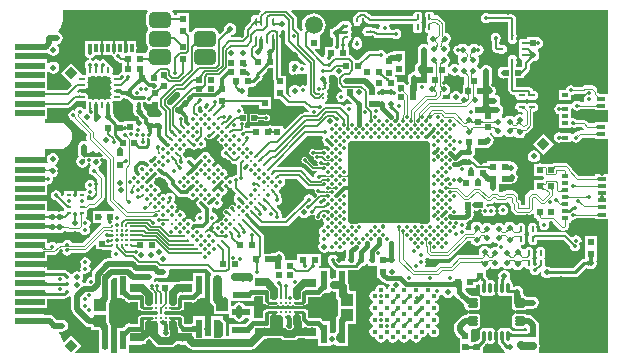
<source format=gbl>
G04*
G04 #@! TF.GenerationSoftware,Altium Limited,Altium Designer,19.0.15 (446)*
G04*
G04 Layer_Physical_Order=8*
G04 Layer_Color=16711680*
%FSLAX24Y24*%
%MOIN*%
G70*
G01*
G75*
%ADD10C,0.0118*%
%ADD11C,0.0098*%
%ADD12C,0.0157*%
%ADD13C,0.0059*%
%ADD14C,0.0100*%
%ADD15C,0.0079*%
%ADD16C,0.0060*%
%ADD17C,0.0080*%
%ADD18C,0.0138*%
%ADD22R,0.0197X0.0197*%
G04:AMPARAMS|DCode=23|XSize=19.7mil|YSize=19.7mil|CornerRadius=6.9mil|HoleSize=0mil|Usage=FLASHONLY|Rotation=180.000|XOffset=0mil|YOffset=0mil|HoleType=Round|Shape=RoundedRectangle|*
%AMROUNDEDRECTD23*
21,1,0.0197,0.0059,0,0,180.0*
21,1,0.0059,0.0197,0,0,180.0*
1,1,0.0138,-0.0030,0.0030*
1,1,0.0138,0.0030,0.0030*
1,1,0.0138,0.0030,-0.0030*
1,1,0.0138,-0.0030,-0.0030*
%
%ADD23ROUNDEDRECTD23*%
%ADD25C,0.0079*%
%ADD26R,0.0315X0.0315*%
%ADD28R,0.0197X0.0197*%
%ADD29R,0.0630X0.0197*%
G04:AMPARAMS|DCode=33|XSize=19.7mil|YSize=19.7mil|CornerRadius=6.9mil|HoleSize=0mil|Usage=FLASHONLY|Rotation=90.000|XOffset=0mil|YOffset=0mil|HoleType=Round|Shape=RoundedRectangle|*
%AMROUNDEDRECTD33*
21,1,0.0197,0.0059,0,0,90.0*
21,1,0.0059,0.0197,0,0,90.0*
1,1,0.0138,0.0030,0.0030*
1,1,0.0138,0.0030,-0.0030*
1,1,0.0138,-0.0030,-0.0030*
1,1,0.0138,-0.0030,0.0030*
%
%ADD33ROUNDEDRECTD33*%
%ADD34O,0.0110X0.0354*%
%ADD35O,0.0354X0.0110*%
%ADD41R,0.0400X0.0400*%
%ADD58C,0.0138*%
%ADD76R,0.1063X0.1063*%
%ADD80C,0.0236*%
%ADD108R,0.2165X0.2165*%
%ADD112C,0.0139*%
%ADD113P,0.0418X4X90.0*%
%ADD114C,0.0197*%
%ADD115R,0.0098X0.0197*%
%ADD116C,0.0591*%
%ADD119R,0.0984X0.0236*%
%ADD120C,0.0120*%
%ADD121C,0.0197*%
%ADD122C,0.0200*%
%ADD123C,0.0040*%
%ADD124C,0.0150*%
%ADD125C,0.0067*%
%ADD126C,0.0250*%
%ADD127C,0.0059*%
%ADD131C,0.0050*%
%ADD135C,0.0114*%
%ADD138R,0.0197X0.0118*%
%ADD139R,0.0256X0.0118*%
%ADD140R,0.0394X0.0138*%
%ADD141R,0.0098X0.0138*%
%ADD142R,0.0138X0.0098*%
G04:AMPARAMS|DCode=143|XSize=31.5mil|YSize=9.8mil|CornerRadius=2.5mil|HoleSize=0mil|Usage=FLASHONLY|Rotation=90.000|XOffset=0mil|YOffset=0mil|HoleType=Round|Shape=RoundedRectangle|*
%AMROUNDEDRECTD143*
21,1,0.0315,0.0049,0,0,90.0*
21,1,0.0266,0.0098,0,0,90.0*
1,1,0.0049,0.0025,0.0133*
1,1,0.0049,0.0025,-0.0133*
1,1,0.0049,-0.0025,-0.0133*
1,1,0.0049,-0.0025,0.0133*
%
%ADD143ROUNDEDRECTD143*%
G04:AMPARAMS|DCode=144|XSize=27.6mil|YSize=9.8mil|CornerRadius=2.5mil|HoleSize=0mil|Usage=FLASHONLY|Rotation=90.000|XOffset=0mil|YOffset=0mil|HoleType=Round|Shape=RoundedRectangle|*
%AMROUNDEDRECTD144*
21,1,0.0276,0.0049,0,0,90.0*
21,1,0.0226,0.0098,0,0,90.0*
1,1,0.0049,0.0025,0.0113*
1,1,0.0049,0.0025,-0.0113*
1,1,0.0049,-0.0025,-0.0113*
1,1,0.0049,-0.0025,0.0113*
%
%ADD144ROUNDEDRECTD144*%
G04:AMPARAMS|DCode=145|XSize=9.8mil|YSize=21.7mil|CornerRadius=2.5mil|HoleSize=0mil|Usage=FLASHONLY|Rotation=90.000|XOffset=0mil|YOffset=0mil|HoleType=Round|Shape=RoundedRectangle|*
%AMROUNDEDRECTD145*
21,1,0.0098,0.0167,0,0,90.0*
21,1,0.0049,0.0217,0,0,90.0*
1,1,0.0049,0.0084,0.0025*
1,1,0.0049,0.0084,-0.0025*
1,1,0.0049,-0.0084,-0.0025*
1,1,0.0049,-0.0084,0.0025*
%
%ADD145ROUNDEDRECTD145*%
%ADD146C,0.0157*%
%ADD147R,0.0197X0.0630*%
%ADD148R,0.0591X0.0591*%
%ADD149O,0.0217X0.0098*%
%ADD150O,0.0098X0.0217*%
%ADD151R,0.0630X0.0630*%
%ADD152R,0.0591X0.0591*%
G04:AMPARAMS|DCode=153|XSize=19.7mil|YSize=19.7mil|CornerRadius=6.9mil|HoleSize=0mil|Usage=FLASHONLY|Rotation=135.000|XOffset=0mil|YOffset=0mil|HoleType=Round|Shape=RoundedRectangle|*
%AMROUNDEDRECTD153*
21,1,0.0197,0.0059,0,0,135.0*
21,1,0.0059,0.0197,0,0,135.0*
1,1,0.0138,0.0000,0.0042*
1,1,0.0138,0.0042,0.0000*
1,1,0.0138,0.0000,-0.0042*
1,1,0.0138,-0.0042,0.0000*
%
%ADD153ROUNDEDRECTD153*%
G04:AMPARAMS|DCode=154|XSize=9.8mil|YSize=21.7mil|CornerRadius=2.5mil|HoleSize=0mil|Usage=FLASHONLY|Rotation=0.000|XOffset=0mil|YOffset=0mil|HoleType=Round|Shape=RoundedRectangle|*
%AMROUNDEDRECTD154*
21,1,0.0098,0.0167,0,0,0.0*
21,1,0.0049,0.0217,0,0,0.0*
1,1,0.0049,0.0025,-0.0084*
1,1,0.0049,-0.0025,-0.0084*
1,1,0.0049,-0.0025,0.0084*
1,1,0.0049,0.0025,0.0084*
%
%ADD154ROUNDEDRECTD154*%
%ADD155O,0.0197X0.0098*%
%ADD156O,0.0098X0.0197*%
G04:AMPARAMS|DCode=157|XSize=29.9mil|YSize=29.9mil|CornerRadius=3.7mil|HoleSize=0mil|Usage=FLASHONLY|Rotation=0.000|XOffset=0mil|YOffset=0mil|HoleType=Round|Shape=RoundedRectangle|*
%AMROUNDEDRECTD157*
21,1,0.0299,0.0224,0,0,0.0*
21,1,0.0224,0.0299,0,0,0.0*
1,1,0.0075,0.0112,-0.0112*
1,1,0.0075,-0.0112,-0.0112*
1,1,0.0075,-0.0112,0.0112*
1,1,0.0075,0.0112,0.0112*
%
%ADD157ROUNDEDRECTD157*%
G04:AMPARAMS|DCode=158|XSize=39mil|YSize=39mil|CornerRadius=9.7mil|HoleSize=0mil|Usage=FLASHONLY|Rotation=180.000|XOffset=0mil|YOffset=0mil|HoleType=Round|Shape=RoundedRectangle|*
%AMROUNDEDRECTD158*
21,1,0.0390,0.0195,0,0,180.0*
21,1,0.0195,0.0390,0,0,180.0*
1,1,0.0195,-0.0097,0.0097*
1,1,0.0195,0.0097,0.0097*
1,1,0.0195,0.0097,-0.0097*
1,1,0.0195,-0.0097,-0.0097*
%
%ADD158ROUNDEDRECTD158*%
%ADD159R,0.2362X0.2752*%
%ADD160R,0.2752X0.2362*%
G04:AMPARAMS|DCode=161|XSize=39mil|YSize=39mil|CornerRadius=9.7mil|HoleSize=0mil|Usage=FLASHONLY|Rotation=90.000|XOffset=0mil|YOffset=0mil|HoleType=Round|Shape=RoundedRectangle|*
%AMROUNDEDRECTD161*
21,1,0.0390,0.0195,0,0,90.0*
21,1,0.0195,0.0390,0,0,90.0*
1,1,0.0195,0.0097,0.0097*
1,1,0.0195,0.0097,-0.0097*
1,1,0.0195,-0.0097,-0.0097*
1,1,0.0195,-0.0097,0.0097*
%
%ADD161ROUNDEDRECTD161*%
%ADD162C,0.0098*%
%ADD163R,0.0118X0.0276*%
%ADD164R,0.0157X0.0394*%
G04:AMPARAMS|DCode=165|XSize=51.2mil|YSize=72.8mil|CornerRadius=12.8mil|HoleSize=0mil|Usage=FLASHONLY|Rotation=270.000|XOffset=0mil|YOffset=0mil|HoleType=Round|Shape=RoundedRectangle|*
%AMROUNDEDRECTD165*
21,1,0.0512,0.0472,0,0,270.0*
21,1,0.0256,0.0728,0,0,270.0*
1,1,0.0256,-0.0236,-0.0128*
1,1,0.0256,-0.0236,0.0128*
1,1,0.0256,0.0236,0.0128*
1,1,0.0256,0.0236,-0.0128*
%
%ADD165ROUNDEDRECTD165*%
%ADD166C,0.0295*%
%ADD167C,0.0047*%
G36*
X47433Y47260D02*
X47416Y47249D01*
X47393Y47215D01*
X47411Y47197D01*
X47405Y47192D01*
X47392Y47177D01*
X47389Y47173D01*
X47387Y47169D01*
X47385Y47165D01*
X47383Y47162D01*
X47383Y47159D01*
X47382Y47156D01*
X47379Y47159D01*
Y47090D01*
X45999D01*
X45929Y47160D01*
X45925Y47156D01*
X45925Y47159D01*
X45924Y47162D01*
X45922Y47165D01*
X45921Y47168D01*
X45850Y47238D01*
X45817Y47260D01*
X45825Y47308D01*
X45826Y47310D01*
X47418D01*
X47433Y47260D01*
D02*
G37*
G36*
X42310Y47264D02*
X42228Y47182D01*
X42199Y47138D01*
X42188Y47131D01*
X42151Y47138D01*
X42101D01*
X42053Y47129D01*
X42013Y47102D01*
X41985Y47061D01*
X41976Y47013D01*
Y46953D01*
X41975Y46951D01*
X41973Y46949D01*
X41966Y46939D01*
X41771Y46744D01*
X41741Y46701D01*
X41731Y46649D01*
Y46483D01*
X41644Y46396D01*
X41346D01*
X41307Y46446D01*
X41309Y46454D01*
X41374Y46467D01*
X41430Y46503D01*
X41467Y46559D01*
X41480Y46624D01*
Y46683D01*
X41467Y46748D01*
X41430Y46804D01*
X41374Y46841D01*
X41309Y46854D01*
X41250D01*
X41185Y46841D01*
X41129Y46804D01*
X41092Y46748D01*
X41079Y46683D01*
Y46680D01*
X41072Y46670D01*
X41064Y46628D01*
X40953Y46517D01*
X40899Y46534D01*
X40892Y46565D01*
X40842Y46640D01*
X40767Y46690D01*
X40679Y46707D01*
X40207D01*
X40118Y46690D01*
X40043Y46640D01*
X40002Y46578D01*
X39957Y46566D01*
X39943Y46566D01*
X39919Y46590D01*
X39911Y46598D01*
Y46801D01*
Y47195D01*
X39518D01*
Y47133D01*
X39409D01*
X39396Y47195D01*
X39352Y47260D01*
X39368Y47310D01*
X42291D01*
X42310Y47264D01*
D02*
G37*
G36*
X42356Y47077D02*
X42359Y47047D01*
X42360Y47042D01*
X42361Y47037D01*
X42362Y47034D01*
X42364Y47032D01*
X42365Y47031D01*
X42280D01*
X42282Y47032D01*
X42284Y47034D01*
X42285Y47037D01*
X42286Y47042D01*
X42287Y47047D01*
X42288Y47053D01*
X42289Y47068D01*
X42289Y47087D01*
X42356D01*
X42356Y47077D01*
D02*
G37*
G36*
X45599Y47073D02*
X45588Y47061D01*
X45570Y47040D01*
X45564Y47031D01*
X45559Y47022D01*
X45556Y47015D01*
X45554Y47008D01*
X45555Y47002D01*
X45556Y46996D01*
X45560Y46992D01*
X45493Y47057D01*
X45495Y47058D01*
X45497Y47059D01*
X45501Y47062D01*
X45509Y47069D01*
X45527Y47086D01*
X45543Y47101D01*
X45599Y47073D01*
D02*
G37*
G36*
X42274Y46833D02*
X42273Y46839D01*
X42271Y46845D01*
X42268Y46850D01*
X42263Y46854D01*
X42257Y46858D01*
X42250Y46861D01*
X42241Y46863D01*
X42230Y46865D01*
X42224Y46865D01*
X42218Y46865D01*
X42208Y46863D01*
X42199Y46861D01*
X42192Y46858D01*
X42186Y46854D01*
X42181Y46850D01*
X42177Y46845D01*
X42175Y46839D01*
X42175Y46833D01*
Y46967D01*
X42175Y46960D01*
X42177Y46955D01*
X42181Y46950D01*
X42186Y46945D01*
X42192Y46942D01*
X42199Y46939D01*
X42208Y46936D01*
X42218Y46935D01*
X42224Y46934D01*
X42230Y46935D01*
X42241Y46936D01*
X42250Y46939D01*
X42257Y46942D01*
X42263Y46945D01*
X42268Y46950D01*
X42271Y46955D01*
X42273Y46960D01*
X42274Y46967D01*
Y46833D01*
D02*
G37*
G36*
X39617Y46931D02*
X39617Y46938D01*
X39615Y46943D01*
X39611Y46948D01*
X39607Y46953D01*
X39601Y46956D01*
X39593Y46959D01*
X39585Y46962D01*
X39575Y46963D01*
X39563Y46964D01*
X39550Y46965D01*
Y47032D01*
X39563Y47032D01*
X39575Y47033D01*
X39585Y47035D01*
X39593Y47037D01*
X39601Y47040D01*
X39607Y47044D01*
X39611Y47048D01*
X39615Y47053D01*
X39617Y47059D01*
X39617Y47065D01*
Y46931D01*
D02*
G37*
G36*
X39310Y47059D02*
X39312Y47053D01*
X39316Y47048D01*
X39321Y47044D01*
X39327Y47040D01*
X39334Y47037D01*
X39343Y47035D01*
X39353Y47033D01*
X39365Y47032D01*
X39378Y47032D01*
Y46965D01*
X39365Y46964D01*
X39353Y46963D01*
X39343Y46962D01*
X39334Y46959D01*
X39327Y46956D01*
X39321Y46953D01*
X39316Y46948D01*
X39312Y46943D01*
X39310Y46938D01*
X39310Y46931D01*
Y47065D01*
X39310Y47059D01*
D02*
G37*
G36*
X47993Y46872D02*
X47988Y46867D01*
X47983Y46862D01*
X47980Y46857D01*
X47977Y46852D01*
X47974Y46847D01*
X47973Y46842D01*
X47972Y46838D01*
X47971Y46834D01*
X47972Y46830D01*
X47973Y46826D01*
X47899Y46851D01*
X47902Y46852D01*
X47906Y46852D01*
X47910Y46854D01*
X47914Y46856D01*
X47918Y46858D01*
X47923Y46861D01*
X47928Y46865D01*
X47938Y46874D01*
X47944Y46880D01*
X47993Y46872D01*
D02*
G37*
G36*
X42083Y46772D02*
X42083Y46780D01*
X42081Y46786D01*
X42078Y46791D01*
X42074Y46793D01*
X42069Y46793D01*
X42063Y46792D01*
X42056Y46788D01*
X42048Y46782D01*
X42039Y46775D01*
X42029Y46765D01*
Y46860D01*
X42038Y46870D01*
X42054Y46889D01*
X42061Y46899D01*
X42066Y46908D01*
X42070Y46918D01*
X42074Y46927D01*
X42076Y46936D01*
X42077Y46945D01*
X42077Y46954D01*
X42083Y46772D01*
D02*
G37*
G36*
X42766Y46874D02*
X42767Y46869D01*
X42770Y46865D01*
X42774Y46861D01*
X42780Y46858D01*
X42786Y46855D01*
X42794Y46853D01*
X42803Y46852D01*
X42814Y46851D01*
X42826Y46851D01*
Y46791D01*
X42815Y46791D01*
X42796Y46789D01*
X42788Y46788D01*
X42780Y46786D01*
X42774Y46783D01*
X42769Y46780D01*
X42765Y46777D01*
X42761Y46773D01*
X42759Y46769D01*
X42765Y46880D01*
X42766Y46874D01*
D02*
G37*
G36*
X42931Y46763D02*
X42931Y46768D01*
X42929Y46773D01*
X42925Y46777D01*
X42921Y46781D01*
X42915Y46784D01*
X42907Y46787D01*
X42898Y46789D01*
X42888Y46790D01*
X42877Y46791D01*
X42864Y46791D01*
Y46851D01*
X42877Y46851D01*
X42888Y46852D01*
X42898Y46853D01*
X42907Y46855D01*
X42915Y46858D01*
X42921Y46861D01*
X42925Y46865D01*
X42929Y46869D01*
X42931Y46874D01*
X42931Y46879D01*
Y46763D01*
D02*
G37*
G36*
X45070Y46854D02*
X45068Y46848D01*
X45062Y46835D01*
X45050Y46816D01*
X45139Y46734D01*
X45132Y46739D01*
X45123Y46742D01*
X45112Y46741D01*
X45100Y46739D01*
X45087Y46733D01*
X45073Y46725D01*
X45058Y46714D01*
X45041Y46701D01*
X45003Y46666D01*
X44934Y46736D01*
X44969Y46770D01*
X45066Y46855D01*
X45070Y46854D01*
D02*
G37*
G36*
X42562Y46769D02*
X42560Y46767D01*
X42556Y46764D01*
X42545Y46754D01*
X42479Y46690D01*
X42426Y46731D01*
X42439Y46746D01*
X42461Y46771D01*
X42469Y46782D01*
X42474Y46791D01*
X42478Y46800D01*
X42479Y46807D01*
X42478Y46814D01*
X42476Y46819D01*
X42471Y46823D01*
X42562Y46769D01*
D02*
G37*
G36*
X44971Y46634D02*
X44971Y46634D01*
X44996Y46634D01*
X45000Y46536D01*
X44978Y46535D01*
X44959Y46534D01*
X44942Y46531D01*
X44928Y46528D01*
X44916Y46523D01*
X44907Y46518D01*
X44900Y46512D01*
X44897Y46504D01*
X44895Y46496D01*
X44895Y46496D01*
X44898Y46492D01*
X44895Y46495D01*
X44897Y46487D01*
X44894Y46496D01*
X44760Y46630D01*
X44768Y46625D01*
X44777Y46622D01*
X44787Y46622D01*
X44799Y46626D01*
X44812Y46631D01*
X44827Y46640D01*
X44844Y46652D01*
X44862Y46666D01*
X44902Y46704D01*
X44971Y46634D01*
D02*
G37*
G36*
X41276Y46556D02*
X41271Y46560D01*
X41265Y46562D01*
X41258Y46562D01*
X41250Y46560D01*
X41241Y46557D01*
X41232Y46551D01*
X41221Y46544D01*
X41221Y46544D01*
X41230Y46535D01*
X41225Y46535D01*
X41221Y46534D01*
X41216Y46533D01*
X41212Y46531D01*
X41207Y46529D01*
X41202Y46526D01*
X41197Y46522D01*
X41192Y46518D01*
X41182Y46508D01*
X41134Y46556D01*
X41139Y46561D01*
X41148Y46571D01*
X41152Y46576D01*
X41154Y46581D01*
X41157Y46586D01*
X41159Y46591D01*
X41160Y46595D01*
X41161Y46599D01*
X41161Y46604D01*
X41170Y46595D01*
X41170Y46595D01*
X41177Y46606D01*
X41182Y46615D01*
X41186Y46624D01*
X41188Y46632D01*
X41188Y46639D01*
X41186Y46645D01*
X41182Y46650D01*
X41276Y46556D01*
D02*
G37*
G36*
X43903Y46544D02*
X43898Y46547D01*
X43893Y46549D01*
X43887Y46549D01*
X43880Y46549D01*
X43874Y46547D01*
X43867Y46544D01*
X43860Y46540D01*
X43852Y46534D01*
X43845Y46528D01*
X43837Y46520D01*
X43794Y46562D01*
X43802Y46571D01*
X43808Y46578D01*
X43814Y46586D01*
X43818Y46593D01*
X43821Y46600D01*
X43823Y46606D01*
X43823Y46613D01*
X43823Y46618D01*
X43821Y46624D01*
X43819Y46629D01*
X43903Y46544D01*
D02*
G37*
G36*
X45963Y46627D02*
X45968Y46624D01*
X45974Y46622D01*
X45981Y46620D01*
X45989Y46619D01*
X45997Y46617D01*
X46016Y46615D01*
X46026Y46615D01*
X46037Y46615D01*
Y46555D01*
X46026Y46555D01*
X45997Y46552D01*
X45989Y46551D01*
X45981Y46549D01*
X45974Y46547D01*
X45968Y46545D01*
X45963Y46542D01*
X45958Y46540D01*
Y46630D01*
X45963Y46627D01*
D02*
G37*
G36*
X47827Y47260D02*
X47810Y47249D01*
X47783Y47209D01*
X47773Y47161D01*
Y46993D01*
X47783Y46945D01*
X47807Y46910D01*
X47783Y46874D01*
X47773Y46826D01*
Y46659D01*
X47783Y46611D01*
X47810Y46570D01*
X47851Y46543D01*
X47863Y46540D01*
X47871Y46528D01*
X47882Y46485D01*
X47854Y46443D01*
X47841Y46378D01*
Y46319D01*
X47854Y46254D01*
X47884Y46210D01*
X47878Y46152D01*
X47854Y46136D01*
X47831Y46152D01*
X47766Y46165D01*
X47707D01*
X47641Y46152D01*
X47586Y46115D01*
X47549Y46059D01*
X47536Y45994D01*
Y45935D01*
X47538Y45927D01*
X47536Y45915D01*
Y45604D01*
X47538Y45590D01*
X47534Y45542D01*
X47533Y45542D01*
X47478Y45505D01*
X47441Y45449D01*
X47428Y45384D01*
Y45325D01*
X47429Y45317D01*
X47427Y45305D01*
X47432Y45280D01*
X47391Y45230D01*
X47382D01*
X47317Y45217D01*
X47261Y45180D01*
X47224Y45124D01*
X47211Y45059D01*
Y45000D01*
X47214Y44987D01*
X47211Y44971D01*
X47212Y44965D01*
Y44912D01*
X47164D01*
X47125Y44862D01*
X47104Y44882D01*
X47069Y44912D01*
X46841D01*
Y45079D01*
X46762D01*
Y45148D01*
X46819D01*
X46834Y45137D01*
X46900Y45124D01*
X46965Y45137D01*
X46981Y45148D01*
X47096D01*
Y45660D01*
X47100Y45679D01*
X47099Y45684D01*
X47100Y45689D01*
X47096Y45708D01*
Y45935D01*
X46703D01*
Y45890D01*
X46644D01*
X46567Y45875D01*
X46516Y45840D01*
X46474Y45851D01*
X46461Y45860D01*
X46457Y45877D01*
X46420Y45933D01*
X46365Y45970D01*
X46299Y45983D01*
X46234Y45970D01*
X46199Y45946D01*
X45930D01*
X45878Y45936D01*
X45835Y45907D01*
X45556Y45628D01*
X45547Y45620D01*
X45544Y45621D01*
X45540Y45620D01*
X45466D01*
X45465Y45624D01*
X45437Y45667D01*
X45342Y45762D01*
X45299Y45790D01*
X45249Y45800D01*
X45246D01*
Y46053D01*
X45246D01*
X45216Y46103D01*
X45220Y46122D01*
X45207Y46188D01*
X45205Y46191D01*
X45228Y46246D01*
X45241Y46249D01*
X45282Y46277D01*
X45278Y46277D01*
X45324Y46345D01*
X45325Y46344D01*
X45334Y46388D01*
X45322Y46446D01*
X45295Y46486D01*
X45322Y46527D01*
X45334Y46585D01*
X45322Y46642D01*
X45295Y46683D01*
X45322Y46724D01*
X45334Y46782D01*
X45322Y46839D01*
X45290Y46888D01*
X45241Y46921D01*
X45183Y46932D01*
X45131D01*
X45127Y46937D01*
X45126Y46937D01*
X45126Y46937D01*
X45114Y46943D01*
X45111Y46945D01*
X45104Y46947D01*
X45091Y46952D01*
X45087Y46953D01*
X45080Y46953D01*
X45073Y46955D01*
X45061Y46954D01*
X45048Y46954D01*
X45041Y46951D01*
X45034Y46950D01*
X45023Y46944D01*
X45012Y46939D01*
X45006Y46934D01*
X45000Y46931D01*
X44978Y46912D01*
X44943Y46888D01*
X44812Y46757D01*
X44796Y46742D01*
X44788Y46736D01*
X44774D01*
X44708Y46723D01*
X44653Y46686D01*
X44616Y46630D01*
X44603Y46565D01*
Y46506D01*
X44616Y46441D01*
X44653Y46385D01*
X44702Y46353D01*
Y46150D01*
X44694Y46138D01*
X44681Y46073D01*
X44665Y46053D01*
X44459D01*
Y45828D01*
X44446Y45820D01*
X44409Y45764D01*
X44404Y45740D01*
X44350Y45723D01*
X44106Y45968D01*
X44125Y46014D01*
X44282D01*
Y46408D01*
X44282Y46408D01*
X44277Y46458D01*
X44346Y46511D01*
X44409Y46593D01*
X44449Y46689D01*
X44463Y46791D01*
X44449Y46894D01*
X44409Y46990D01*
X44346Y47072D01*
X44264Y47135D01*
X44168Y47175D01*
X44065Y47188D01*
X43963Y47175D01*
X43867Y47135D01*
X43785Y47072D01*
X43722Y46990D01*
X43682Y46894D01*
X43668Y46791D01*
X43682Y46689D01*
X43698Y46649D01*
X43677Y46619D01*
X43675Y46617D01*
X43621Y46614D01*
X43510Y46724D01*
Y47005D01*
X43500Y47056D01*
X43471Y47100D01*
X43307Y47264D01*
X43326Y47310D01*
X45562D01*
X45563Y47308D01*
X45570Y47260D01*
X45537Y47238D01*
X45449Y47150D01*
X45443Y47144D01*
X45439Y47141D01*
X45438Y47140D01*
X45438Y47140D01*
X45438Y47140D01*
X45405Y47118D01*
X45373Y47070D01*
X45361Y47012D01*
Y47003D01*
X45362Y47002D01*
X45363Y47000D01*
X45361D01*
Y46913D01*
X45373Y46856D01*
X45405Y46807D01*
X45454Y46774D01*
X45512Y46763D01*
X45569Y46774D01*
X45618Y46807D01*
X45651Y46856D01*
X45662Y46913D01*
Y46993D01*
X45684Y47015D01*
X45704D01*
X45852Y46866D01*
X45895Y46838D01*
X45945Y46828D01*
X46249D01*
X46273Y46784D01*
X46269Y46778D01*
X46256Y46713D01*
X46216Y46672D01*
X46183Y46670D01*
X46175Y46677D01*
X46133Y46706D01*
X46083Y46716D01*
X46021D01*
X46010Y46717D01*
X46008Y46717D01*
X46006Y46718D01*
X46006Y46718D01*
X45997Y46724D01*
X45976Y46728D01*
X45972Y46729D01*
X45970Y46729D01*
X45939Y46735D01*
X45841D01*
X45783Y46724D01*
X45734Y46691D01*
X45701Y46642D01*
X45690Y46585D01*
X45701Y46527D01*
X45734Y46478D01*
X45783Y46446D01*
X45841Y46434D01*
X45939D01*
X45970Y46440D01*
X45972Y46440D01*
X45976Y46442D01*
X45997Y46446D01*
X46006Y46452D01*
X46006Y46452D01*
X46008Y46452D01*
X46009Y46453D01*
X46024Y46454D01*
X46028D01*
X46069Y46413D01*
X46111Y46385D01*
X46161Y46375D01*
X46715D01*
X46755Y46348D01*
X46821Y46335D01*
X46886Y46348D01*
X46942Y46385D01*
X46979Y46441D01*
X46992Y46506D01*
X46979Y46571D01*
X46942Y46627D01*
X46886Y46664D01*
X46821Y46677D01*
X46755Y46664D01*
X46715Y46637D01*
X46634D01*
X46593Y46687D01*
X46598Y46713D01*
X46585Y46778D01*
X46581Y46784D01*
X46605Y46828D01*
X47378D01*
X47379Y46826D01*
Y46659D01*
X47389Y46611D01*
X47416Y46570D01*
X47457Y46543D01*
X47505Y46533D01*
X47554D01*
X47602Y46543D01*
X47643Y46570D01*
X47670Y46611D01*
X47680Y46659D01*
Y46826D01*
X47670Y46874D01*
X47646Y46910D01*
X47670Y46945D01*
X47680Y46993D01*
Y47161D01*
X47670Y47209D01*
X47643Y47249D01*
X47626Y47260D01*
X47641Y47310D01*
X47812D01*
X47827Y47260D01*
D02*
G37*
G36*
X39807Y46597D02*
X39805Y46591D01*
X39805Y46584D01*
X39807Y46576D01*
X39811Y46567D01*
X39817Y46557D01*
X39825Y46546D01*
X39834Y46534D01*
X39859Y46507D01*
X39812Y46460D01*
X39798Y46473D01*
X39773Y46494D01*
X39762Y46502D01*
X39752Y46508D01*
X39743Y46512D01*
X39735Y46514D01*
X39728Y46514D01*
X39722Y46512D01*
X39717Y46508D01*
X39811Y46602D01*
X39807Y46597D01*
D02*
G37*
G36*
X46771Y46458D02*
X46768Y46461D01*
X46763Y46464D01*
X46759Y46467D01*
X46754Y46469D01*
X46749Y46471D01*
X46743Y46473D01*
X46737Y46474D01*
X46731Y46475D01*
X46724Y46476D01*
X46717Y46476D01*
Y46536D01*
X46724Y46536D01*
X46731Y46537D01*
X46737Y46538D01*
X46743Y46539D01*
X46749Y46541D01*
X46754Y46543D01*
X46759Y46545D01*
X46763Y46548D01*
X46768Y46551D01*
X46771Y46555D01*
Y46458D01*
D02*
G37*
G36*
X48357Y46455D02*
X48371Y46443D01*
X48373Y46442D01*
X48375Y46441D01*
X48377Y46440D01*
X48378Y46440D01*
X48379Y46441D01*
X48343Y46404D01*
X48344Y46405D01*
X48344Y46407D01*
X48343Y46408D01*
X48342Y46410D01*
X48340Y46413D01*
X48338Y46416D01*
X48332Y46423D01*
X48324Y46431D01*
X48352Y46459D01*
X48357Y46455D01*
D02*
G37*
G36*
X48168Y46368D02*
X48162Y46362D01*
X48151Y46349D01*
X48147Y46343D01*
X48144Y46337D01*
X48141Y46331D01*
X48139Y46326D01*
X48137Y46320D01*
X48137Y46315D01*
X48137Y46310D01*
X48128Y46413D01*
X48128Y46408D01*
X48130Y46405D01*
X48132Y46403D01*
X48135Y46402D01*
X48138Y46402D01*
X48142Y46404D01*
X48147Y46406D01*
X48152Y46410D01*
X48158Y46415D01*
X48165Y46422D01*
X48168Y46368D01*
D02*
G37*
G36*
X44898Y46479D02*
X44899Y46476D01*
X44900Y46472D01*
X44900Y46465D01*
X44902Y46422D01*
X44902Y46407D01*
X44803Y46339D01*
X44803Y46361D01*
X44801Y46380D01*
X44799Y46397D01*
X44795Y46411D01*
X44791Y46423D01*
X44786Y46432D01*
X44779Y46438D01*
X44772Y46442D01*
X44763Y46443D01*
X44754Y46442D01*
X44896Y46480D01*
X44897Y46480D01*
X44898Y46479D01*
D02*
G37*
G36*
X39310Y46429D02*
X39312Y46423D01*
X39316Y46418D01*
X39321Y46414D01*
X39327Y46410D01*
X39334Y46407D01*
X39343Y46405D01*
X39353Y46403D01*
X39365Y46402D01*
X39378Y46402D01*
Y46335D01*
X39365Y46334D01*
X39353Y46333D01*
X39343Y46332D01*
X39334Y46329D01*
X39327Y46326D01*
X39321Y46323D01*
X39316Y46318D01*
X39312Y46313D01*
X39310Y46308D01*
X39310Y46301D01*
Y46435D01*
X39310Y46429D01*
D02*
G37*
G36*
X48395Y46253D02*
X48392Y46255D01*
X48389Y46257D01*
X48385Y46257D01*
X48381Y46256D01*
X48376Y46254D01*
X48371Y46252D01*
X48365Y46248D01*
X48359Y46243D01*
X48352Y46237D01*
X48345Y46231D01*
X48317Y46259D01*
X48324Y46266D01*
X48334Y46279D01*
X48338Y46284D01*
X48341Y46290D01*
X48343Y46294D01*
X48343Y46299D01*
X48343Y46302D01*
X48342Y46306D01*
X48340Y46309D01*
X48395Y46253D01*
D02*
G37*
G36*
X48134Y46306D02*
X48133Y46302D01*
X48133Y46299D01*
X48134Y46294D01*
X48135Y46290D01*
X48138Y46284D01*
X48142Y46279D01*
X48147Y46272D01*
X48153Y46266D01*
X48159Y46259D01*
X48131Y46231D01*
X48124Y46237D01*
X48111Y46248D01*
X48106Y46252D01*
X48100Y46254D01*
X48096Y46256D01*
X48091Y46257D01*
X48087Y46257D01*
X48084Y46255D01*
X48081Y46253D01*
X48137Y46309D01*
X48134Y46306D01*
D02*
G37*
G36*
X45083Y46217D02*
X45084Y46204D01*
X45085Y46198D01*
X45086Y46192D01*
X45088Y46187D01*
X45090Y46183D01*
X45092Y46178D01*
X45095Y46175D01*
X45098Y46172D01*
X45001D01*
X45004Y46175D01*
X45006Y46178D01*
X45008Y46183D01*
X45010Y46187D01*
X45012Y46192D01*
X45013Y46198D01*
X45014Y46204D01*
X45015Y46210D01*
X45016Y46224D01*
X45083D01*
X45083Y46217D01*
D02*
G37*
G36*
X40143Y46111D02*
X40139Y46117D01*
X40135Y46120D01*
X40129Y46122D01*
X40123Y46122D01*
X40116Y46120D01*
X40108Y46117D01*
X40100Y46111D01*
X40090Y46104D01*
X40079Y46095D01*
X40068Y46084D01*
X40035Y46146D01*
X40046Y46157D01*
X40065Y46179D01*
X40071Y46189D01*
X40077Y46198D01*
X40080Y46207D01*
X40082Y46216D01*
X40083Y46223D01*
X40082Y46230D01*
X40080Y46237D01*
X40143Y46111D01*
D02*
G37*
G36*
X48197Y46102D02*
X48191Y46096D01*
X48182Y46085D01*
X48178Y46080D01*
X48176Y46076D01*
X48174Y46072D01*
X48173Y46069D01*
X48172Y46066D01*
X48173Y46063D01*
X48175Y46061D01*
X48128Y46108D01*
X48130Y46106D01*
X48133Y46106D01*
X48135Y46106D01*
X48139Y46107D01*
X48143Y46109D01*
X48147Y46111D01*
X48152Y46115D01*
X48157Y46119D01*
X48169Y46130D01*
X48197Y46102D01*
D02*
G37*
G36*
X39631Y46194D02*
X39656Y46174D01*
X39667Y46166D01*
X39676Y46160D01*
X39685Y46157D01*
X39694Y46155D01*
X39701D01*
X39707Y46157D01*
X39712Y46160D01*
X39617Y46066D01*
X39621Y46071D01*
X39623Y46077D01*
Y46084D01*
X39621Y46092D01*
X39617Y46101D01*
X39612Y46111D01*
X39604Y46122D01*
X39595Y46134D01*
X39570Y46160D01*
X39617Y46208D01*
X39631Y46194D01*
D02*
G37*
G36*
X48314Y46124D02*
X48325Y46115D01*
X48329Y46111D01*
X48334Y46109D01*
X48338Y46107D01*
X48341Y46106D01*
X48344Y46106D01*
X48347Y46106D01*
X48349Y46108D01*
X48302Y46061D01*
X48303Y46063D01*
X48304Y46065D01*
X48304Y46068D01*
X48303Y46072D01*
X48301Y46076D01*
X48298Y46080D01*
X48295Y46085D01*
X48290Y46090D01*
X48279Y46102D01*
X48307Y46130D01*
X48314Y46124D01*
D02*
G37*
G36*
X48928Y45955D02*
X48928Y45957D01*
X48927Y45958D01*
X48925Y45960D01*
X48923Y45961D01*
X48921Y45962D01*
X48917Y45963D01*
X48913Y45964D01*
X48909Y45964D01*
X48898Y45964D01*
Y46004D01*
X48903Y46004D01*
X48913Y46005D01*
X48917Y46006D01*
X48921Y46007D01*
X48923Y46008D01*
X48925Y46009D01*
X48927Y46010D01*
X48928Y46012D01*
X48928Y46014D01*
Y45955D01*
D02*
G37*
G36*
X49517Y46012D02*
X49518Y46010D01*
X49519Y46009D01*
X49522Y46008D01*
X49524Y46007D01*
X49528Y46006D01*
X49532Y46005D01*
X49536Y46005D01*
X49547Y46004D01*
Y45964D01*
X49541Y45964D01*
X49532Y45964D01*
X49528Y45963D01*
X49524Y45962D01*
X49522Y45961D01*
X49519Y45960D01*
X49518Y45958D01*
X49517Y45957D01*
X49517Y45955D01*
Y46014D01*
X49517Y46012D01*
D02*
G37*
G36*
X45095Y46069D02*
X45092Y46066D01*
X45090Y46062D01*
X45088Y46057D01*
X45086Y46052D01*
X45085Y46047D01*
X45084Y46041D01*
X45083Y46034D01*
X45083Y46020D01*
X45083Y46008D01*
X45084Y45996D01*
X45086Y45986D01*
X45088Y45977D01*
X45091Y45969D01*
X45095Y45963D01*
X45099Y45959D01*
X45104Y45955D01*
X45110Y45953D01*
X45116Y45952D01*
X44982D01*
X44989Y45953D01*
X44994Y45955D01*
X44999Y45959D01*
X45004Y45963D01*
X45007Y45969D01*
X45010Y45977D01*
X45013Y45986D01*
X45014Y45996D01*
X45015Y46008D01*
X45016Y46020D01*
X45016Y46027D01*
X45014Y46041D01*
X45013Y46047D01*
X45012Y46052D01*
X45010Y46057D01*
X45008Y46062D01*
X45006Y46066D01*
X45004Y46069D01*
X45001Y46073D01*
X45098D01*
X45095Y46069D01*
D02*
G37*
G36*
X49501Y45934D02*
X49497Y45939D01*
X49492Y45945D01*
X49487Y45949D01*
X49482Y45953D01*
X49476Y45957D01*
X49471Y45959D01*
X49465Y45962D01*
X49459Y45963D01*
X49453Y45964D01*
X49447Y45964D01*
X49453Y46004D01*
X49459Y46005D01*
X49465Y46005D01*
X49471Y46007D01*
X49477Y46008D01*
X49483Y46011D01*
X49489Y46013D01*
X49496Y46017D01*
X49502Y46020D01*
X49515Y46030D01*
X49501Y45934D01*
D02*
G37*
G36*
X48936Y46025D02*
X48949Y46017D01*
X48956Y46013D01*
X48962Y46011D01*
X48968Y46008D01*
X48974Y46007D01*
X48980Y46005D01*
X48986Y46005D01*
X48992Y46004D01*
X48998Y45964D01*
X48992Y45964D01*
X48986Y45963D01*
X48980Y45962D01*
X48974Y45959D01*
X48969Y45957D01*
X48963Y45953D01*
X48958Y45949D01*
X48953Y45945D01*
X48948Y45939D01*
X48944Y45934D01*
X48930Y46030D01*
X48936Y46025D01*
D02*
G37*
G36*
X49376Y45890D02*
X49373Y45892D01*
X49370Y45893D01*
X49366Y45894D01*
X49362Y45893D01*
X49357Y45891D01*
X49352Y45889D01*
X49347Y45885D01*
X49341Y45880D01*
X49334Y45875D01*
X49327Y45868D01*
X49300Y45897D01*
X49307Y45904D01*
X49317Y45917D01*
X49321Y45923D01*
X49324Y45928D01*
X49326Y45933D01*
X49327Y45937D01*
X49327Y45941D01*
X49325Y45945D01*
X49323Y45948D01*
X49376Y45890D01*
D02*
G37*
G36*
X49119Y45945D02*
X49118Y45941D01*
X49118Y45937D01*
X49119Y45933D01*
X49121Y45928D01*
X49124Y45923D01*
X49128Y45917D01*
X49133Y45911D01*
X49138Y45904D01*
X49145Y45897D01*
X49118Y45868D01*
X49111Y45875D01*
X49098Y45885D01*
X49093Y45889D01*
X49087Y45891D01*
X49083Y45893D01*
X49079Y45894D01*
X49075Y45893D01*
X49071Y45892D01*
X49069Y45890D01*
X49122Y45948D01*
X49119Y45945D01*
D02*
G37*
G36*
X38541Y47260D02*
X38497Y47195D01*
X38480Y47106D01*
Y46851D01*
X38497Y46762D01*
X38542Y46696D01*
X38546Y46663D01*
X38542Y46631D01*
X38497Y46565D01*
X38480Y46476D01*
Y46221D01*
X38497Y46132D01*
X38542Y46066D01*
X38546Y46034D01*
X38542Y46001D01*
X38497Y45935D01*
X38490Y45896D01*
X38465Y45856D01*
X38152D01*
Y45967D01*
X38152Y45968D01*
X38165Y46034D01*
X38152Y46099D01*
X38152Y46100D01*
Y46270D01*
X37837D01*
Y46100D01*
X37836Y46099D01*
X37823Y46034D01*
X37836Y45968D01*
X37837Y45967D01*
Y45856D01*
X37758D01*
Y45967D01*
X37758Y45968D01*
X37771Y46034D01*
X37758Y46099D01*
X37758Y46100D01*
Y46270D01*
X37443D01*
Y46100D01*
X37442Y46099D01*
X37429Y46034D01*
X37442Y45968D01*
X37443Y45967D01*
Y45882D01*
X37438Y45879D01*
X37414Y45843D01*
X37364Y45858D01*
Y45967D01*
X37365Y45968D01*
X37378Y46034D01*
X37365Y46099D01*
X37364Y46100D01*
Y46270D01*
X37049D01*
Y46100D01*
X37049Y46099D01*
X37036Y46034D01*
X37049Y45968D01*
X37049Y45967D01*
Y45797D01*
X37345D01*
X37387Y45759D01*
X37388Y45757D01*
X37401Y45693D01*
X37438Y45637D01*
X37494Y45600D01*
X37535Y45592D01*
X37562Y45564D01*
X37606Y45535D01*
X37657Y45525D01*
X37677D01*
Y45228D01*
X37622Y45217D01*
X37566Y45180D01*
X37546Y45151D01*
X37441D01*
X37395Y45142D01*
X37378Y45153D01*
X37368Y45163D01*
X37356Y45181D01*
X37365Y45226D01*
Y45345D01*
X37354Y45402D01*
X37321Y45451D01*
X37272Y45484D01*
X37215Y45495D01*
X37206Y45493D01*
X37195Y45548D01*
X37158Y45603D01*
X37103Y45640D01*
X37037Y45653D01*
X36972Y45640D01*
X36929Y45612D01*
X36886Y45640D01*
X36821Y45653D01*
X36755Y45640D01*
X36713Y45612D01*
X36670Y45640D01*
X36635Y45647D01*
X36632Y45648D01*
Y45699D01*
X36636Y45700D01*
X36680Y45708D01*
X36735Y45745D01*
X36770Y45797D01*
X36970D01*
Y45967D01*
X36971Y45968D01*
X36984Y46034D01*
X36971Y46099D01*
X36970Y46100D01*
Y46270D01*
X36680D01*
X36680Y46270D01*
X36614Y46283D01*
X36549Y46270D01*
X36548Y46270D01*
X36459D01*
Y46181D01*
X36456Y46178D01*
X36443Y46112D01*
X36456Y46047D01*
X36459Y46043D01*
Y45935D01*
X36456Y45932D01*
X36443Y45866D01*
X36456Y45801D01*
X36493Y45745D01*
X36549Y45708D01*
X36583Y45701D01*
X36586Y45701D01*
Y45650D01*
X36582Y45649D01*
X36539Y45640D01*
X36483Y45603D01*
X36446Y45548D01*
X36433Y45482D01*
X36446Y45417D01*
X36478Y45369D01*
X36473Y45345D01*
Y45226D01*
X36483Y45181D01*
X36471Y45163D01*
X36461Y45153D01*
X36443Y45142D01*
X36398Y45151D01*
X36338D01*
X36322Y45187D01*
Y45187D01*
X35974Y45535D01*
X35626Y45187D01*
X35974Y44839D01*
X35995Y44798D01*
X35830Y44633D01*
X35187D01*
Y44911D01*
Y45234D01*
X35237Y45249D01*
X35242Y45242D01*
X35307Y45199D01*
X35384Y45183D01*
X35461Y45199D01*
X35526Y45242D01*
X35569Y45307D01*
X35585Y45384D01*
X35569Y45461D01*
X35526Y45526D01*
X35461Y45569D01*
X35384Y45585D01*
X35307Y45569D01*
X35242Y45526D01*
X35237Y45519D01*
X35187Y45534D01*
Y45659D01*
X35086Y45658D01*
Y45858D01*
X35087Y45857D01*
X35090Y45857D01*
X35123Y45857D01*
X35187Y45856D01*
X35187D01*
Y45856D01*
D01*
X35187D01*
Y45856D01*
X35233Y45846D01*
X35242Y45833D01*
X35307Y45789D01*
X35384Y45774D01*
X35461Y45789D01*
X35526Y45833D01*
X35569Y45898D01*
X35585Y45975D01*
X35569Y46051D01*
X35526Y46116D01*
X35520Y46120D01*
X35531Y46173D01*
X35579Y46183D01*
X35644Y46226D01*
X35687Y46291D01*
X35703Y46368D01*
X35687Y46445D01*
X35644Y46510D01*
X35579Y46554D01*
X35541Y46561D01*
X35529Y46615D01*
X35575Y46650D01*
X35644Y46740D01*
X35688Y46846D01*
X35703Y46959D01*
X35701D01*
X35701Y46959D01*
Y47310D01*
X38525D01*
X38541Y47260D01*
D02*
G37*
G36*
X46250Y45763D02*
X46247Y45766D01*
X46243Y45769D01*
X46239Y45771D01*
X46234Y45773D01*
X46229Y45775D01*
X46224Y45776D01*
X46218Y45777D01*
X46211Y45778D01*
X46197Y45778D01*
Y45845D01*
X46204Y45845D01*
X46218Y45847D01*
X46224Y45848D01*
X46229Y45849D01*
X46234Y45851D01*
X46239Y45853D01*
X46243Y45855D01*
X46247Y45857D01*
X46250Y45860D01*
Y45763D01*
D02*
G37*
G36*
X49182Y45738D02*
X49176Y45732D01*
X49166Y45721D01*
X49162Y45716D01*
X49160Y45712D01*
X49158Y45708D01*
X49157Y45704D01*
X49157Y45701D01*
X49157Y45698D01*
X49159Y45696D01*
X49112Y45744D01*
X49114Y45742D01*
X49116Y45742D01*
X49119Y45742D01*
X49123Y45743D01*
X49127Y45745D01*
X49131Y45747D01*
X49136Y45751D01*
X49141Y45755D01*
X49153Y45766D01*
X49182Y45738D01*
D02*
G37*
G36*
X44649Y45759D02*
X44718D01*
X44709Y45759D01*
X44700Y45757D01*
X44690Y45754D01*
X44680Y45750D01*
X44670Y45745D01*
X44660Y45739D01*
X44650Y45732D01*
X44644Y45727D01*
X44642Y45724D01*
X44639Y45720D01*
X44638Y45716D01*
X44636Y45713D01*
X44636Y45709D01*
X44636Y45707D01*
X44628Y45713D01*
X44617Y45704D01*
X44539Y45737D01*
X44543Y45741D01*
X44559Y45758D01*
X44559Y45759D01*
X44558Y45759D01*
X44571D01*
X44561Y45768D01*
X44563Y45768D01*
X44566Y45769D01*
X44569Y45771D01*
X44572Y45773D01*
X44576Y45776D01*
X44584Y45783D01*
X44594Y45792D01*
X44600Y45798D01*
X44649Y45759D01*
D02*
G37*
G36*
X49298Y45760D02*
X49309Y45751D01*
X49314Y45747D01*
X49318Y45745D01*
X49322Y45743D01*
X49326Y45742D01*
X49329Y45742D01*
X49331Y45742D01*
X49333Y45744D01*
X49286Y45696D01*
X49287Y45698D01*
X49288Y45701D01*
X49288Y45704D01*
X49287Y45708D01*
X49285Y45712D01*
X49282Y45716D01*
X49279Y45721D01*
X49275Y45726D01*
X49263Y45738D01*
X49292Y45766D01*
X49298Y45760D01*
D02*
G37*
G36*
X42687Y45835D02*
X42680Y45822D01*
X42673Y45809D01*
X42668Y45795D01*
X42663Y45781D01*
X42659Y45767D01*
X42656Y45753D01*
X42654Y45739D01*
X42654Y45736D01*
X42654Y45731D01*
X42656Y45716D01*
X42660Y45703D01*
X42664Y45692D01*
X42669Y45683D01*
X42675Y45676D01*
X42682Y45671D01*
X42690Y45668D01*
X42699Y45667D01*
X42505D01*
X42514Y45668D01*
X42522Y45671D01*
X42529Y45676D01*
X42535Y45683D01*
X42540Y45692D01*
X42545Y45703D01*
X42548Y45716D01*
X42550Y45731D01*
X42551Y45736D01*
X42550Y45739D01*
X42548Y45753D01*
X42545Y45767D01*
X42541Y45781D01*
X42537Y45795D01*
X42531Y45809D01*
X42524Y45822D01*
X42517Y45835D01*
X42509Y45848D01*
X42695D01*
X42687Y45835D01*
D02*
G37*
G36*
X37629Y45753D02*
X37629Y45749D01*
X37631Y45744D01*
X37633Y45740D01*
X37635Y45735D01*
X37638Y45730D01*
X37641Y45725D01*
X37645Y45720D01*
X37655Y45709D01*
X37608Y45662D01*
X37602Y45667D01*
X37592Y45676D01*
X37587Y45679D01*
X37582Y45682D01*
X37578Y45685D01*
X37573Y45686D01*
X37568Y45688D01*
X37564Y45688D01*
X37560Y45689D01*
X37628Y45757D01*
X37629Y45753D01*
D02*
G37*
G36*
X38584Y45593D02*
X38583Y45599D01*
X38581Y45605D01*
X38578Y45610D01*
X38573Y45614D01*
X38567Y45618D01*
X38559Y45621D01*
X38551Y45623D01*
X38540Y45625D01*
X38529Y45626D01*
X38516Y45626D01*
Y45693D01*
X38529Y45693D01*
X38540Y45694D01*
X38551Y45696D01*
X38559Y45698D01*
X38567Y45701D01*
X38573Y45705D01*
X38578Y45709D01*
X38581Y45714D01*
X38583Y45720D01*
X38584Y45726D01*
Y45593D01*
D02*
G37*
G36*
X38364Y45720D02*
X38366Y45714D01*
X38370Y45709D01*
X38375Y45705D01*
X38381Y45701D01*
X38388Y45698D01*
X38397Y45696D01*
X38407Y45694D01*
X38419Y45693D01*
X38432Y45693D01*
Y45626D01*
X38419Y45626D01*
X38407Y45625D01*
X38397Y45623D01*
X38388Y45621D01*
X38381Y45618D01*
X38375Y45614D01*
X38370Y45610D01*
X38366Y45605D01*
X38364Y45599D01*
X38364Y45593D01*
Y45726D01*
X38364Y45720D01*
D02*
G37*
G36*
X37778Y45593D02*
X37777Y45599D01*
X37775Y45605D01*
X37772Y45610D01*
X37767Y45614D01*
X37761Y45618D01*
X37753Y45621D01*
X37745Y45623D01*
X37734Y45625D01*
X37723Y45626D01*
X37710Y45626D01*
Y45693D01*
X37723Y45693D01*
X37734Y45694D01*
X37745Y45696D01*
X37753Y45698D01*
X37761Y45701D01*
X37767Y45705D01*
X37772Y45709D01*
X37775Y45714D01*
X37777Y45720D01*
X37778Y45726D01*
Y45593D01*
D02*
G37*
G36*
X42123Y45697D02*
X42145Y45678D01*
X42155Y45672D01*
X42163Y45667D01*
X42171Y45663D01*
X42178Y45662D01*
X42185D01*
X42190Y45663D01*
X42195Y45667D01*
X42111Y45583D01*
X42115Y45588D01*
X42116Y45593D01*
Y45600D01*
X42115Y45607D01*
X42111Y45615D01*
X42106Y45623D01*
X42100Y45633D01*
X42091Y45643D01*
X42069Y45667D01*
X42111Y45709D01*
X42123Y45697D01*
D02*
G37*
G36*
X48364Y45523D02*
X48361Y45525D01*
X48357Y45526D01*
X48353Y45526D01*
X48349Y45525D01*
X48344Y45523D01*
X48338Y45520D01*
X48332Y45516D01*
X48326Y45511D01*
X48319Y45505D01*
X48312Y45498D01*
X48282Y45525D01*
X48288Y45532D01*
X48298Y45544D01*
X48302Y45549D01*
X48305Y45554D01*
X48306Y45559D01*
X48307Y45563D01*
X48306Y45567D01*
X48305Y45570D01*
X48302Y45572D01*
X48364Y45523D01*
D02*
G37*
G36*
X45686Y45521D02*
X45673Y45507D01*
X45652Y45482D01*
X45644Y45471D01*
X45639Y45461D01*
X45635Y45452D01*
X45633Y45444D01*
Y45437D01*
X45635Y45431D01*
X45639Y45426D01*
X45544Y45521D01*
X45549Y45517D01*
X45555Y45515D01*
X45562D01*
X45570Y45517D01*
X45579Y45521D01*
X45589Y45526D01*
X45600Y45534D01*
X45612Y45543D01*
X45639Y45568D01*
X45686Y45521D01*
D02*
G37*
G36*
X39760Y45617D02*
X39758Y45613D01*
X39755Y45609D01*
X39753Y45604D01*
X39752Y45599D01*
X39750Y45594D01*
X39749Y45588D01*
X39749Y45581D01*
X39748Y45573D01*
X39781D01*
X39775Y45573D01*
X39769Y45571D01*
X39764Y45567D01*
X39760Y45562D01*
X39756Y45556D01*
X39753Y45549D01*
X39751Y45540D01*
X39749Y45530D01*
X39748Y45518D01*
X39748Y45505D01*
X39681D01*
X39681Y45518D01*
X39680Y45530D01*
X39678Y45540D01*
X39676Y45549D01*
X39673Y45556D01*
X39669Y45562D01*
X39665Y45567D01*
X39660Y45571D01*
X39654Y45573D01*
X39648Y45573D01*
X39681D01*
X39681Y45575D01*
X39680Y45588D01*
X39679Y45594D01*
X39677Y45599D01*
X39676Y45604D01*
X39674Y45609D01*
X39671Y45613D01*
X39669Y45617D01*
X39666Y45620D01*
X39763D01*
X39760Y45617D01*
D02*
G37*
G36*
X48173Y45562D02*
X48172Y45559D01*
X48171Y45555D01*
X48171Y45549D01*
X48169Y45527D01*
X48169Y45495D01*
X48129Y45485D01*
X48129Y45495D01*
X48127Y45510D01*
X48126Y45515D01*
X48124Y45520D01*
X48122Y45523D01*
X48119Y45525D01*
X48116Y45525D01*
X48113Y45525D01*
X48109Y45523D01*
X48174Y45564D01*
X48173Y45562D01*
D02*
G37*
G36*
X43104Y46592D02*
Y46264D01*
X43114Y46213D01*
X43143Y46169D01*
X43796Y45517D01*
X43764Y45478D01*
X43756Y45483D01*
X43691Y45496D01*
X43652Y45488D01*
X43622Y45508D01*
X43585Y45564D01*
X43530Y45601D01*
X43465Y45614D01*
X43406D01*
X43340Y45601D01*
X43285Y45564D01*
X43248Y45508D01*
X43235Y45443D01*
Y45384D01*
X43247Y45321D01*
X43244Y45305D01*
X43257Y45240D01*
X43294Y45184D01*
X43350Y45147D01*
X43415Y45134D01*
X43481Y45147D01*
X43527Y45178D01*
X43570Y45204D01*
X43625Y45167D01*
X43691Y45154D01*
X43756Y45167D01*
X43782Y45184D01*
X43832Y45157D01*
Y44806D01*
X43794Y44786D01*
X43782Y44785D01*
X43720Y44797D01*
X43655Y44784D01*
X43600Y44747D01*
X43553Y44768D01*
X43530Y44784D01*
X43465Y44797D01*
X43406D01*
X43340Y44784D01*
X43285Y44747D01*
X43248Y44691D01*
X43235Y44626D01*
Y44567D01*
X43248Y44502D01*
X43285Y44446D01*
X43295Y44440D01*
X43299Y44430D01*
X43291Y44393D01*
X43270Y44391D01*
X43147Y44514D01*
X43140Y44522D01*
Y44725D01*
Y45118D01*
X42984D01*
Y46572D01*
X42987Y46592D01*
X43029Y46621D01*
X43051D01*
X43065Y46624D01*
X43104Y46592D01*
D02*
G37*
G36*
X42646Y45474D02*
X42639Y45479D01*
X42630Y45482D01*
X42619Y45482D01*
X42607Y45479D01*
X42594Y45473D01*
X42579Y45464D01*
X42562Y45453D01*
X42545Y45439D01*
X42505Y45402D01*
X42434Y45472D01*
X42454Y45493D01*
X42485Y45530D01*
X42497Y45546D01*
X42506Y45561D01*
X42511Y45574D01*
X42514Y45586D01*
X42514Y45597D01*
X42512Y45606D01*
X42506Y45614D01*
X42646Y45474D01*
D02*
G37*
G36*
X44662Y45525D02*
X44657Y45520D01*
X44652Y45515D01*
X44649Y45509D01*
X44645Y45504D01*
X44642Y45499D01*
X44640Y45494D01*
X44638Y45489D01*
X44637Y45484D01*
X44636Y45478D01*
X44636Y45473D01*
X44568Y45542D01*
X44573Y45542D01*
X44578Y45543D01*
X44583Y45544D01*
X44588Y45546D01*
X44593Y45548D01*
X44599Y45551D01*
X44604Y45554D01*
X44609Y45558D01*
X44614Y45562D01*
X44619Y45567D01*
X44662Y45525D01*
D02*
G37*
G36*
X36663Y45446D02*
X36662Y45442D01*
X36661Y45438D01*
X36660Y45434D01*
X36659Y45423D01*
X36658Y45421D01*
X36660Y45393D01*
X36662Y45385D01*
X36663Y45378D01*
X36665Y45372D01*
X36667Y45367D01*
X36669Y45363D01*
X36579D01*
X36581Y45367D01*
X36583Y45372D01*
X36585Y45378D01*
X36586Y45385D01*
X36588Y45393D01*
X36588Y45397D01*
X36588Y45399D01*
X36586Y45404D01*
X36584Y45409D01*
X36581Y45413D01*
X36579Y45416D01*
X36575Y45419D01*
X36572Y45421D01*
X36590Y45427D01*
X36590Y45434D01*
X36591Y45447D01*
X36657D01*
X36657Y45447D01*
X36665Y45449D01*
X36663Y45446D01*
D02*
G37*
G36*
X37935Y45563D02*
X37929Y45561D01*
X37924Y45557D01*
X37920Y45553D01*
X37916Y45546D01*
X37913Y45539D01*
X37910Y45530D01*
X37909Y45520D01*
X37908Y45508D01*
X37908Y45502D01*
X37908Y45496D01*
X37909Y45484D01*
X37910Y45474D01*
X37913Y45465D01*
X37916Y45458D01*
X37920Y45452D01*
X37924Y45447D01*
X37929Y45443D01*
X37935Y45441D01*
X37941Y45441D01*
X37807D01*
X37813Y45441D01*
X37819Y45443D01*
X37824Y45447D01*
X37829Y45452D01*
X37832Y45458D01*
X37835Y45465D01*
X37838Y45474D01*
X37839Y45484D01*
X37840Y45496D01*
X37840Y45502D01*
X37840Y45508D01*
X37839Y45520D01*
X37838Y45530D01*
X37835Y45539D01*
X37832Y45546D01*
X37829Y45553D01*
X37824Y45557D01*
X37819Y45561D01*
X37813Y45563D01*
X37807Y45564D01*
X37941D01*
X37935Y45563D01*
D02*
G37*
G36*
X44517Y45424D02*
X44514Y45428D01*
X44509Y45431D01*
X44505Y45433D01*
X44500Y45436D01*
X44495Y45438D01*
X44489Y45440D01*
X44483Y45441D01*
X44477Y45442D01*
X44470Y45442D01*
X44463Y45443D01*
Y45503D01*
X44470Y45503D01*
X44477Y45503D01*
X44483Y45504D01*
X44489Y45506D01*
X44495Y45507D01*
X44500Y45509D01*
X44505Y45512D01*
X44509Y45514D01*
X44514Y45518D01*
X44517Y45521D01*
Y45424D01*
D02*
G37*
G36*
X48309Y45435D02*
X48310Y45428D01*
X48311Y45421D01*
X48312Y45416D01*
X48314Y45412D01*
X48316Y45408D01*
X48319Y45405D01*
X48322Y45403D01*
X48325Y45402D01*
X48329Y45401D01*
X48249D01*
X48253Y45402D01*
X48256Y45403D01*
X48259Y45405D01*
X48262Y45408D01*
X48264Y45412D01*
X48266Y45416D01*
X48267Y45421D01*
X48268Y45428D01*
X48269Y45435D01*
X48269Y45442D01*
X48309D01*
X48309Y45435D01*
D02*
G37*
G36*
X36984Y45447D02*
X36984Y45447D01*
X37051D01*
X37051Y45434D01*
X37052Y45427D01*
X37070Y45421D01*
X37066Y45419D01*
X37063Y45416D01*
X37060Y45413D01*
X37058Y45409D01*
X37056Y45404D01*
X37054Y45399D01*
X37054Y45398D01*
X37054Y45393D01*
X37055Y45385D01*
X37057Y45378D01*
X37059Y45372D01*
X37061Y45367D01*
X37063Y45363D01*
X36972D01*
X36975Y45367D01*
X36977Y45372D01*
X36978Y45378D01*
X36980Y45385D01*
X36981Y45393D01*
X36983Y45412D01*
X36983Y45416D01*
X36982Y45429D01*
X36982Y45434D01*
X36980Y45442D01*
X36978Y45446D01*
X36977Y45449D01*
X36984Y45447D01*
D02*
G37*
G36*
X36854Y45434D02*
X36855Y45433D01*
X36869D01*
X36867Y45430D01*
X36864Y45426D01*
X36862Y45422D01*
X36860Y45417D01*
X36858Y45412D01*
X36857Y45407D01*
X36856Y45405D01*
X36857Y45393D01*
X36859Y45385D01*
X36860Y45378D01*
X36862Y45372D01*
X36864Y45367D01*
X36866Y45363D01*
X36776D01*
X36778Y45367D01*
X36780Y45372D01*
X36782Y45378D01*
X36783Y45385D01*
X36784Y45393D01*
X36786Y45404D01*
X36785Y45407D01*
X36784Y45412D01*
X36782Y45417D01*
X36780Y45422D01*
X36778Y45426D01*
X36775Y45430D01*
X36772Y45433D01*
X36787D01*
X36787Y45434D01*
X36787Y45447D01*
X36854D01*
X36854Y45434D01*
D02*
G37*
G36*
X45052Y45361D02*
X45051Y45367D01*
X45049Y45373D01*
X45045Y45378D01*
X45041Y45382D01*
X45035Y45386D01*
X45027Y45389D01*
X45018Y45391D01*
X45008Y45393D01*
X44996Y45394D01*
X44983Y45394D01*
Y45461D01*
X44996Y45462D01*
X45008Y45463D01*
X45018Y45464D01*
X45027Y45467D01*
X45035Y45470D01*
X45041Y45473D01*
X45045Y45478D01*
X45049Y45483D01*
X45051Y45488D01*
X45052Y45495D01*
Y45361D01*
D02*
G37*
G36*
X39473Y45312D02*
X39474Y45298D01*
X39475Y45292D01*
X39476Y45287D01*
X39478Y45282D01*
X39480Y45277D01*
X39482Y45273D01*
X39485Y45269D01*
X39487Y45266D01*
X39390D01*
X39393Y45269D01*
X39396Y45273D01*
X39398Y45277D01*
X39400Y45282D01*
X39402Y45287D01*
X39403Y45292D01*
X39404Y45298D01*
X39405Y45305D01*
X39406Y45319D01*
X39472D01*
X39473Y45312D01*
D02*
G37*
G36*
X44433Y45302D02*
X44436Y45299D01*
X44440Y45297D01*
X44445Y45295D01*
X44450Y45293D01*
X44455Y45292D01*
X44461Y45291D01*
X44468Y45290D01*
X44482Y45289D01*
Y45223D01*
X44475Y45222D01*
X44461Y45221D01*
X44455Y45220D01*
X44450Y45219D01*
X44445Y45217D01*
X44440Y45215D01*
X44436Y45213D01*
X44433Y45210D01*
X44429Y45208D01*
Y45305D01*
X44433Y45302D01*
D02*
G37*
G36*
X48325Y45208D02*
X48322Y45206D01*
X48319Y45204D01*
X48316Y45202D01*
X48314Y45198D01*
X48312Y45194D01*
X48311Y45188D01*
X48310Y45182D01*
X48309Y45176D01*
X48309Y45168D01*
X48269D01*
X48269Y45176D01*
X48268Y45182D01*
X48267Y45188D01*
X48266Y45194D01*
X48264Y45198D01*
X48262Y45202D01*
X48259Y45204D01*
X48256Y45206D01*
X48253Y45208D01*
X48249Y45208D01*
X48329D01*
X48325Y45208D01*
D02*
G37*
G36*
X49361Y45159D02*
X49357Y45160D01*
X49354Y45161D01*
X49351Y45160D01*
X49348Y45158D01*
X49346Y45154D01*
X49344Y45150D01*
X49343Y45144D01*
X49342Y45137D01*
X49341Y45129D01*
X49341Y45119D01*
X49301Y45139D01*
X49301Y45147D01*
X49300Y45161D01*
X49299Y45168D01*
X49296Y45180D01*
X49294Y45186D01*
X49292Y45191D01*
X49289Y45196D01*
X49287Y45200D01*
X49361Y45159D01*
D02*
G37*
G36*
X41310Y45140D02*
X41304Y45150D01*
X41295Y45155D01*
X41284Y45156D01*
X41271Y45154D01*
X41255Y45147D01*
X41237Y45137D01*
X41217Y45123D01*
X41195Y45104D01*
X41143Y45056D01*
X41096Y45176D01*
X41120Y45200D01*
X41202Y45293D01*
X41210Y45306D01*
X41217Y45317D01*
X41220Y45326D01*
X41222Y45334D01*
X41310Y45140D01*
D02*
G37*
G36*
X49158Y45213D02*
X49157Y45210D01*
X49157Y45206D01*
X49157Y45202D01*
X49159Y45197D01*
X49162Y45192D01*
X49166Y45186D01*
X49170Y45180D01*
X49176Y45173D01*
X49183Y45166D01*
X49155Y45138D01*
X49148Y45145D01*
X49135Y45155D01*
X49129Y45159D01*
X49124Y45162D01*
X49119Y45164D01*
X49115Y45164D01*
X49111Y45164D01*
X49108Y45163D01*
X49105Y45161D01*
X49160Y45216D01*
X49158Y45213D01*
D02*
G37*
G36*
X38367Y45246D02*
X38368Y45245D01*
X38376D01*
X38377Y45223D01*
X38378Y45202D01*
X38381Y45185D01*
X38385Y45169D01*
X38391Y45156D01*
X38397Y45146D01*
X38405Y45137D01*
X38414Y45132D01*
X38424Y45128D01*
X38435Y45127D01*
X38259D01*
X38259Y45128D01*
X38259Y45129D01*
X38258D01*
X38257Y45152D01*
X38256Y45172D01*
X38253Y45189D01*
X38248Y45205D01*
X38243Y45218D01*
X38237Y45228D01*
X38229Y45237D01*
X38220Y45243D01*
X38210Y45246D01*
X38199Y45247D01*
X38365D01*
X38367Y45246D01*
D02*
G37*
G36*
X41810Y45315D02*
X41812Y45309D01*
X41817Y45302D01*
X41824Y45293D01*
X41842Y45271D01*
X41902Y45209D01*
X41818Y45126D01*
X41816Y45128D01*
X41811Y45134D01*
X41810Y45136D01*
X41809Y45137D01*
X41809Y45138D01*
X41809Y45139D01*
X41809Y45139D01*
X41810Y45139D01*
X41809Y45319D01*
X41810Y45315D01*
D02*
G37*
G36*
X40360Y45116D02*
X40342Y45095D01*
X40339Y45089D01*
X40337Y45085D01*
X40337Y45082D01*
X40337Y45080D01*
X40340Y45078D01*
X40343Y45078D01*
X40180D01*
X40189Y45078D01*
X40199Y45080D01*
X40208Y45082D01*
X40218Y45085D01*
X40227Y45089D01*
X40237Y45095D01*
X40246Y45101D01*
X40255Y45108D01*
X40265Y45116D01*
X40274Y45125D01*
X40369D01*
X40360Y45116D01*
D02*
G37*
G36*
X36960Y45087D02*
X37018Y45076D01*
X37075Y45087D01*
X37116Y45115D01*
X37157Y45087D01*
X37215Y45076D01*
X37260Y45085D01*
X37278Y45074D01*
X37288Y45063D01*
X37299Y45046D01*
X37290Y45000D01*
X37302Y44943D01*
X37329Y44902D01*
X37302Y44861D01*
X37290Y44803D01*
X37302Y44746D01*
X37329Y44705D01*
X37302Y44664D01*
X37290Y44606D01*
X37302Y44549D01*
X37329Y44508D01*
X37302Y44467D01*
X37290Y44410D01*
X37299Y44364D01*
X37288Y44346D01*
X37278Y44336D01*
X37260Y44325D01*
X37215Y44334D01*
X37157Y44322D01*
X37116Y44295D01*
X37075Y44322D01*
X37018Y44334D01*
X36960Y44322D01*
X36919Y44295D01*
X36878Y44322D01*
X36821Y44334D01*
X36763Y44322D01*
X36722Y44295D01*
X36682Y44322D01*
X36624Y44334D01*
X36578Y44325D01*
X36561Y44336D01*
X36551Y44346D01*
X36539Y44364D01*
X36548Y44410D01*
X36537Y44467D01*
X36504Y44516D01*
X36455Y44549D01*
X36398Y44560D01*
X36280D01*
X36251Y44554D01*
X36249Y44554D01*
X36246Y44553D01*
X36222Y44549D01*
X36205Y44556D01*
X36192Y44614D01*
X36239Y44661D01*
X36280Y44653D01*
X36398D01*
X36455Y44664D01*
X36504Y44697D01*
X36537Y44746D01*
X36548Y44803D01*
X36537Y44861D01*
X36509Y44902D01*
X36537Y44943D01*
X36548Y45000D01*
X36539Y45046D01*
X36551Y45063D01*
X36561Y45074D01*
X36578Y45085D01*
X36624Y45076D01*
X36682Y45087D01*
X36722Y45115D01*
X36763Y45087D01*
X36821Y45076D01*
X36878Y45087D01*
X36919Y45115D01*
X36960Y45087D01*
D02*
G37*
G36*
X46343Y45231D02*
X46340Y45224D01*
X46340Y45215D01*
X46342Y45206D01*
X46347Y45195D01*
X46353Y45184D01*
X46362Y45171D01*
X46374Y45157D01*
X46403Y45125D01*
X46343Y45074D01*
X46327Y45089D01*
X46299Y45113D01*
X46286Y45122D01*
X46274Y45129D01*
X46264Y45133D01*
X46254Y45136D01*
X46246Y45136D01*
X46238Y45134D01*
X46232Y45129D01*
X46347Y45237D01*
X46343Y45231D01*
D02*
G37*
G36*
X48169Y45100D02*
X48170Y45093D01*
X48171Y45087D01*
X48172Y45081D01*
X48174Y45077D01*
X48176Y45073D01*
X48179Y45070D01*
X48182Y45068D01*
X48185Y45067D01*
X48189Y45067D01*
X48109D01*
X48113Y45067D01*
X48116Y45068D01*
X48119Y45070D01*
X48122Y45073D01*
X48124Y45077D01*
X48126Y45081D01*
X48127Y45087D01*
X48128Y45093D01*
X48129Y45100D01*
X48129Y45108D01*
X48169D01*
X48169Y45100D01*
D02*
G37*
G36*
X42884Y45073D02*
X42885Y45061D01*
X42886Y45051D01*
X42889Y45042D01*
X42892Y45035D01*
X42895Y45029D01*
X42900Y45024D01*
X42905Y45020D01*
X42910Y45018D01*
X42917Y45017D01*
X42846Y45019D01*
X42816Y45086D01*
X42883D01*
X42884Y45073D01*
D02*
G37*
G36*
X38446Y45090D02*
X38443Y45080D01*
X38443Y45067D01*
X38446Y45053D01*
X38453Y45037D01*
X38463Y45020D01*
X38477Y45000D01*
X38493Y44979D01*
X38537Y44932D01*
X38454Y44849D01*
X38429Y44872D01*
X38386Y44909D01*
X38366Y44923D01*
X38356Y44929D01*
X38346Y44923D01*
X38327Y44909D01*
X38306Y44893D01*
X38259Y44849D01*
X38176Y44932D01*
X38199Y44957D01*
X38236Y45000D01*
X38250Y45020D01*
X38260Y45037D01*
X38266Y45053D01*
X38270Y45067D01*
X38270Y45080D01*
X38267Y45090D01*
X38260Y45099D01*
X38356Y45003D01*
X38452Y45099D01*
X38446Y45090D01*
D02*
G37*
G36*
X39162Y45051D02*
X39162Y45050D01*
X39162Y45049D01*
X39164Y45046D01*
X39166Y45043D01*
X39175Y45033D01*
X39204Y45003D01*
X39109D01*
X39100Y45012D01*
X39090Y45021D01*
X39081Y45028D01*
X39071Y45034D01*
X39062Y45039D01*
X39052Y45044D01*
X39043Y45047D01*
X39033Y45050D01*
X39024Y45051D01*
X39015Y45052D01*
X39162Y45051D01*
D02*
G37*
G36*
X37905Y45007D02*
X37851Y44949D01*
X37797Y44990D01*
X37802Y44995D01*
X37806Y45000D01*
X37810Y45005D01*
X37813Y45010D01*
X37815Y45014D01*
X37816Y45019D01*
X37817Y45023D01*
X37817Y45027D01*
X37816Y45030D01*
X37814Y45034D01*
X37905Y45007D01*
D02*
G37*
G36*
X40150Y44914D02*
X40149Y44920D01*
X40147Y44926D01*
X40144Y44931D01*
X40139Y44935D01*
X40133Y44939D01*
X40126Y44942D01*
X40117Y44944D01*
X40106Y44946D01*
X40095Y44947D01*
X40082Y44947D01*
Y45014D01*
X40095Y45014D01*
X40106Y45015D01*
X40117Y45017D01*
X40126Y45019D01*
X40133Y45022D01*
X40139Y45026D01*
X40144Y45030D01*
X40147Y45035D01*
X40149Y45041D01*
X40150Y45047D01*
Y44914D01*
D02*
G37*
G36*
X46563Y45019D02*
X46592Y44994D01*
X46605Y44985D01*
X46616Y44979D01*
X46627Y44974D01*
X46636Y44972D01*
X46645Y44972D01*
X46652Y44974D01*
X46658Y44978D01*
X46634Y44954D01*
X46634Y44954D01*
X46637Y44952D01*
X46640Y44952D01*
X46643Y44951D01*
X46574Y44883D01*
X46574Y44885D01*
X46573Y44888D01*
X46572Y44892D01*
X46572Y44892D01*
X46548Y44868D01*
X46552Y44874D01*
X46554Y44881D01*
X46554Y44889D01*
X46552Y44899D01*
X46547Y44909D01*
X46540Y44921D01*
X46531Y44934D01*
X46520Y44948D01*
X46491Y44979D01*
X46546Y45035D01*
X46563Y45019D01*
D02*
G37*
G36*
X44470Y44932D02*
X44468Y44929D01*
X44467Y44925D01*
X44466Y44919D01*
X44465Y44911D01*
X44463Y44892D01*
X44463Y44852D01*
X44396D01*
X44396Y44861D01*
X44394Y44881D01*
X44393Y44885D01*
X44392Y44889D01*
X44391Y44891D01*
X44389Y44893D01*
X44388Y44893D01*
X44386Y44893D01*
X44471Y44934D01*
X44470Y44932D01*
D02*
G37*
G36*
X41967Y44988D02*
X41969Y44984D01*
X41973Y44981D01*
X41978Y44979D01*
X41984Y44976D01*
X41992Y44975D01*
X42001Y44973D01*
X42012Y44972D01*
X42037Y44971D01*
Y44871D01*
X42024Y44871D01*
X42001Y44870D01*
X41992Y44868D01*
X41984Y44866D01*
X41978Y44864D01*
X41973Y44862D01*
X41969Y44859D01*
X41967Y44855D01*
X41966Y44851D01*
Y44991D01*
X41967Y44988D01*
D02*
G37*
G36*
X48156Y44873D02*
X48153Y44872D01*
X48150Y44870D01*
X48147Y44867D01*
X48145Y44863D01*
X48143Y44859D01*
X48142Y44854D01*
X48141Y44848D01*
X48140Y44841D01*
X48140Y44833D01*
X48100D01*
X48100Y44841D01*
X48099Y44848D01*
X48098Y44854D01*
X48097Y44859D01*
X48095Y44863D01*
X48093Y44867D01*
X48090Y44870D01*
X48087Y44872D01*
X48084Y44873D01*
X48080Y44873D01*
X48160D01*
X48156Y44873D01*
D02*
G37*
G36*
X49426Y44825D02*
X49423Y44824D01*
X49420Y44822D01*
X49417Y44819D01*
X49415Y44815D01*
X49413Y44811D01*
X49412Y44805D01*
X49411Y44799D01*
X49410Y44792D01*
X49410Y44784D01*
X49370D01*
X49370Y44792D01*
X49369Y44799D01*
X49368Y44805D01*
X49367Y44811D01*
X49365Y44815D01*
X49363Y44819D01*
X49360Y44822D01*
X49357Y44824D01*
X49354Y44825D01*
X49350Y44825D01*
X49430D01*
X49426Y44825D01*
D02*
G37*
G36*
X41063Y44868D02*
X41066Y44830D01*
X41069Y44815D01*
X41073Y44802D01*
X41077Y44791D01*
X41082Y44783D01*
X41087Y44777D01*
X41094Y44774D01*
X41101Y44773D01*
X40907D01*
X40914Y44774D01*
X40920Y44777D01*
X40926Y44783D01*
X40931Y44791D01*
X40935Y44802D01*
X40939Y44815D01*
X40941Y44830D01*
X40943Y44848D01*
X40945Y44891D01*
X41063D01*
X41063Y44868D01*
D02*
G37*
G36*
X36253Y44765D02*
X36252Y44766D01*
X36251Y44766D01*
X36247Y44767D01*
X36243Y44768D01*
X36231Y44769D01*
X36203Y44770D01*
X36191Y44770D01*
Y44837D01*
X36203Y44837D01*
X36251Y44840D01*
X36252Y44841D01*
X36253Y44842D01*
Y44765D01*
D02*
G37*
G36*
X37582Y44846D02*
X37587Y44844D01*
X37592Y44842D01*
X37599Y44841D01*
X37607Y44840D01*
X37624Y44838D01*
X37646Y44837D01*
X37657Y44837D01*
Y44770D01*
X37646Y44770D01*
X37607Y44767D01*
X37599Y44766D01*
X37592Y44764D01*
X37587Y44762D01*
X37582Y44760D01*
X37578Y44758D01*
Y44848D01*
X37582Y44846D01*
D02*
G37*
G36*
X44475Y44800D02*
X44472Y44796D01*
X44470Y44792D01*
X44468Y44787D01*
X44466Y44782D01*
X44465Y44777D01*
X44464Y44771D01*
X44463Y44764D01*
X44463Y44750D01*
X44396D01*
X44396Y44758D01*
X44394Y44771D01*
X44393Y44777D01*
X44392Y44782D01*
X44390Y44787D01*
X44388Y44792D01*
X44386Y44796D01*
X44383Y44800D01*
X44381Y44803D01*
X44478D01*
X44475Y44800D01*
D02*
G37*
G36*
X48130Y44745D02*
X48123Y44738D01*
X48112Y44726D01*
X48109Y44720D01*
X48106Y44715D01*
X48104Y44710D01*
X48103Y44706D01*
X48104Y44702D01*
X48105Y44698D01*
X48107Y44695D01*
X48051Y44751D01*
X48054Y44749D01*
X48058Y44747D01*
X48062Y44747D01*
X48066Y44748D01*
X48071Y44750D01*
X48076Y44753D01*
X48082Y44756D01*
X48088Y44761D01*
X48094Y44767D01*
X48101Y44774D01*
X48130Y44745D01*
D02*
G37*
G36*
X41548Y44825D02*
X41541Y44822D01*
X41535Y44818D01*
X41530Y44813D01*
X41526Y44805D01*
X41522Y44797D01*
X41519Y44786D01*
X41517Y44774D01*
X41516Y44761D01*
X41516Y44745D01*
X41437D01*
X41437Y44761D01*
X41435Y44774D01*
X41433Y44786D01*
X41431Y44797D01*
X41427Y44805D01*
X41423Y44813D01*
X41418Y44818D01*
X41412Y44822D01*
X41405Y44825D01*
X41398Y44825D01*
X41555D01*
X41548Y44825D01*
D02*
G37*
G36*
X38670Y44726D02*
X38668Y44729D01*
X38664Y44731D01*
X38660Y44733D01*
X38655Y44735D01*
X38648Y44736D01*
X38641Y44737D01*
X38624Y44739D01*
X38614Y44739D01*
X38603Y44740D01*
X38626Y44858D01*
X38637Y44858D01*
X38686Y44861D01*
X38689Y44862D01*
X38691Y44862D01*
X38670Y44726D01*
D02*
G37*
G36*
X49227Y44736D02*
X49227Y44729D01*
X49228Y44723D01*
X49230Y44718D01*
X49232Y44714D01*
X49234Y44710D01*
X49236Y44707D01*
X49239Y44705D01*
X49243Y44704D01*
X49247Y44704D01*
X49167D01*
X49170Y44704D01*
X49174Y44705D01*
X49177Y44707D01*
X49179Y44710D01*
X49182Y44714D01*
X49183Y44718D01*
X49185Y44723D01*
X49186Y44729D01*
X49186Y44736D01*
X49187Y44744D01*
X49227D01*
X49227Y44736D01*
D02*
G37*
G36*
X48323Y44767D02*
X48336Y44756D01*
X48341Y44753D01*
X48347Y44750D01*
X48351Y44748D01*
X48356Y44747D01*
X48359Y44747D01*
X48363Y44749D01*
X48366Y44751D01*
X48310Y44695D01*
X48312Y44698D01*
X48314Y44702D01*
X48314Y44706D01*
X48313Y44710D01*
X48311Y44715D01*
X48309Y44720D01*
X48305Y44726D01*
X48300Y44732D01*
X48294Y44738D01*
X48288Y44745D01*
X48316Y44774D01*
X48323Y44767D01*
D02*
G37*
G36*
X38968Y44657D02*
X38967Y44659D01*
X38966Y44659D01*
X38963Y44659D01*
X38960Y44657D01*
X38956Y44654D01*
X38951Y44650D01*
X38937Y44638D01*
X38920Y44621D01*
Y44716D01*
X38929Y44725D01*
X38937Y44735D01*
X38945Y44744D01*
X38951Y44754D01*
X38956Y44763D01*
X38960Y44773D01*
X38963Y44782D01*
X38966Y44792D01*
X38967Y44801D01*
X38968Y44811D01*
Y44657D01*
D02*
G37*
G36*
X40150Y44639D02*
X40149Y44645D01*
X40147Y44651D01*
X40144Y44656D01*
X40139Y44660D01*
X40133Y44664D01*
X40125Y44667D01*
X40117Y44669D01*
X40106Y44671D01*
X40095Y44672D01*
X40082Y44673D01*
Y44739D01*
X40095Y44740D01*
X40116Y44742D01*
X40125Y44743D01*
X40132Y44745D01*
X40138Y44748D01*
X40143Y44751D01*
X40146Y44754D01*
X40148Y44758D01*
X40149Y44763D01*
X40150Y44639D01*
D02*
G37*
G36*
X46588Y44474D02*
X46577Y44480D01*
X46566Y44486D01*
X46553Y44491D01*
X46539Y44495D01*
X46524Y44499D01*
X46508Y44502D01*
X46485Y44504D01*
X46481Y44504D01*
X46464Y44502D01*
X46433Y44495D01*
X46420Y44491D01*
X46407Y44486D01*
X46395Y44480D01*
X46385Y44474D01*
Y44660D01*
X46395Y44654D01*
X46407Y44648D01*
X46420Y44643D01*
X46433Y44639D01*
X46448Y44635D01*
X46464Y44632D01*
X46487Y44630D01*
X46491Y44630D01*
X46508Y44632D01*
X46539Y44639D01*
X46553Y44643D01*
X46566Y44648D01*
X46577Y44654D01*
X46588Y44660D01*
Y44474D01*
D02*
G37*
G36*
X38914Y44615D02*
X38902Y44602D01*
X38882Y44579D01*
X38875Y44568D01*
X38869Y44558D01*
X38865Y44549D01*
X38863Y44541D01*
X38863Y44533D01*
X38864Y44526D01*
X38867Y44520D01*
X38792Y44635D01*
X38796Y44630D01*
X38802Y44627D01*
X38808Y44627D01*
X38816Y44629D01*
X38825Y44632D01*
X38835Y44638D01*
X38846Y44646D01*
X38859Y44656D01*
X38887Y44682D01*
X38914Y44615D01*
D02*
G37*
G36*
X40414Y44737D02*
X40401Y44723D01*
X40378Y44696D01*
X40368Y44684D01*
X40360Y44672D01*
X40354Y44660D01*
X40349Y44649D01*
X40345Y44638D01*
X40343Y44628D01*
X40342Y44619D01*
X40343Y44763D01*
X40344Y44763D01*
X40346Y44765D01*
X40352Y44770D01*
X40391Y44808D01*
X40414Y44737D01*
D02*
G37*
G36*
X47062Y44652D02*
X47060Y44649D01*
X47059Y44645D01*
X47060Y44641D01*
X47063Y44636D01*
X47066Y44630D01*
X47071Y44623D01*
X47077Y44615D01*
X47094Y44597D01*
X47046Y44589D01*
X47038Y44596D01*
X47025Y44608D01*
X47018Y44612D01*
X47013Y44616D01*
X47007Y44618D01*
X47002Y44620D01*
X46997Y44620D01*
X46993Y44620D01*
X46989Y44619D01*
X47065Y44654D01*
X47062Y44652D01*
D02*
G37*
G36*
X41074Y44578D02*
X41065Y44585D01*
X41054Y44588D01*
X41041D01*
X41027Y44585D01*
X41011Y44578D01*
X40994Y44568D01*
X40974Y44555D01*
X40953Y44538D01*
X40907Y44495D01*
X40823Y44578D01*
X40847Y44602D01*
X40883Y44646D01*
X40897Y44665D01*
X40907Y44682D01*
X40913Y44698D01*
X40917Y44713D01*
Y44725D01*
X40913Y44736D01*
X40907Y44745D01*
X41074Y44578D01*
D02*
G37*
G36*
X52686Y44669D02*
X52692Y44664D01*
X52697Y44660D01*
X52703Y44656D01*
X52709Y44653D01*
X52715Y44651D01*
X52721Y44649D01*
X52727Y44647D01*
X52733Y44646D01*
X52739Y44646D01*
Y44606D01*
X52733Y44606D01*
X52727Y44605D01*
X52721Y44604D01*
X52715Y44602D01*
X52709Y44599D01*
X52703Y44596D01*
X52697Y44592D01*
X52692Y44588D01*
X52686Y44583D01*
X52680Y44578D01*
Y44675D01*
X52686Y44669D01*
D02*
G37*
G36*
X48330Y44577D02*
X48328Y44581D01*
X48326Y44584D01*
X48324Y44585D01*
X48321Y44586D01*
X48317Y44585D01*
X48312Y44583D01*
X48307Y44580D01*
X48302Y44576D01*
X48296Y44570D01*
X48289Y44564D01*
X48279Y44610D01*
X48285Y44617D01*
X48296Y44630D01*
X48300Y44636D01*
X48303Y44642D01*
X48306Y44647D01*
X48308Y44653D01*
X48309Y44658D01*
X48309Y44662D01*
X48308Y44667D01*
X48330Y44577D01*
D02*
G37*
G36*
X48109Y44662D02*
X48109Y44658D01*
X48110Y44653D01*
X48111Y44647D01*
X48114Y44642D01*
X48117Y44636D01*
X48121Y44630D01*
X48126Y44624D01*
X48132Y44617D01*
X48139Y44610D01*
X48128Y44564D01*
X48122Y44570D01*
X48110Y44580D01*
X48105Y44583D01*
X48100Y44585D01*
X48097Y44586D01*
X48093Y44585D01*
X48091Y44584D01*
X48089Y44581D01*
X48087Y44577D01*
X48109Y44667D01*
X48109Y44662D01*
D02*
G37*
G36*
X41548Y44709D02*
X41574Y44688D01*
X41584Y44681D01*
X41594Y44676D01*
X41602Y44674D01*
X41609Y44675D01*
X41614Y44677D01*
X41619Y44682D01*
X41622Y44690D01*
X41610Y44649D01*
X41612Y44648D01*
X41615Y44646D01*
X41618Y44645D01*
X41621Y44644D01*
X41623Y44644D01*
X41624Y44645D01*
X41617Y44556D01*
X41589Y44573D01*
X41580Y44541D01*
X41578Y44547D01*
X41576Y44554D01*
X41572Y44561D01*
X41567Y44569D01*
X41562Y44577D01*
X41548Y44595D01*
X41539Y44605D01*
X41519Y44626D01*
X41534Y44723D01*
X41548Y44709D01*
D02*
G37*
G36*
X48618Y45163D02*
X48683Y45120D01*
X48760Y45105D01*
X48837Y45120D01*
X48884Y45152D01*
X48915Y45106D01*
X48970Y45069D01*
X49035Y45056D01*
X49086D01*
Y44803D01*
X49026D01*
Y44530D01*
X48976Y44515D01*
X48951Y44551D01*
X48886Y44595D01*
X48809Y44610D01*
X48732Y44595D01*
X48667Y44551D01*
X48624Y44486D01*
X48608Y44410D01*
X48615Y44374D01*
X48574Y44324D01*
X48367D01*
X48367Y44325D01*
X48353Y44374D01*
X48375Y44406D01*
X48384Y44453D01*
Y44455D01*
X48435D01*
X48500Y44468D01*
X48556Y44505D01*
X48593Y44561D01*
X48606Y44626D01*
Y44685D01*
X48593Y44750D01*
X48556Y44806D01*
X48500Y44843D01*
X48435Y44856D01*
X48410D01*
Y45108D01*
X48533D01*
Y45200D01*
X48583Y45215D01*
X48618Y45163D01*
D02*
G37*
G36*
X53885Y44557D02*
X53883Y44508D01*
X53835Y44508D01*
X53606D01*
X53568Y44546D01*
Y44575D01*
X53568Y44575D01*
X53559Y44622D01*
X53533Y44661D01*
X53533Y44661D01*
X53423Y44771D01*
X53384Y44797D01*
X53338Y44806D01*
X53338Y44806D01*
X53116D01*
X53070Y44797D01*
X53031Y44771D01*
X53007Y44747D01*
X52752D01*
X52752Y44747D01*
X52696Y44784D01*
X52631Y44797D01*
X52565Y44784D01*
X52510Y44747D01*
X52473Y44692D01*
X52462Y44637D01*
X52450Y44640D01*
X52385Y44627D01*
X52384Y44626D01*
X52253D01*
Y44311D01*
X52384D01*
X52385Y44311D01*
X52450Y44298D01*
X52515Y44311D01*
X52516Y44311D01*
X52647D01*
Y44458D01*
X52696Y44468D01*
X52752Y44505D01*
X52752Y44505D01*
X53057D01*
X53057Y44505D01*
X53104Y44515D01*
X53143Y44541D01*
X53166Y44564D01*
X53249D01*
X53252Y44560D01*
X53252Y44555D01*
X53225Y44507D01*
X53183Y44499D01*
X53127Y44462D01*
X53090Y44406D01*
X53077Y44341D01*
X53088Y44285D01*
X53061Y44235D01*
X52965D01*
X52965Y44235D01*
X52910Y44272D01*
X52844Y44285D01*
X52779Y44272D01*
X52724Y44235D01*
X52687Y44180D01*
X52686Y44179D01*
X52647Y44154D01*
X52630Y44154D01*
X52320D01*
X52319Y44154D01*
X52254Y44167D01*
X52189Y44154D01*
X52133Y44117D01*
X52096Y44062D01*
X52083Y43996D01*
X52096Y43931D01*
X52133Y43875D01*
X52189Y43838D01*
X52253Y43825D01*
Y43366D01*
X52384D01*
X52385Y43366D01*
X52450Y43353D01*
X52515Y43366D01*
X52516Y43366D01*
X52640D01*
X52641Y43366D01*
X52707Y43353D01*
X52772Y43366D01*
X52828Y43403D01*
X52828Y43403D01*
X53010D01*
X53073Y43340D01*
X53052Y43290D01*
X52943D01*
X52897Y43281D01*
X52858Y43255D01*
X52858Y43255D01*
X52825Y43222D01*
X52825Y43222D01*
X52759Y43209D01*
X52704Y43172D01*
X52697Y43162D01*
X52647Y43177D01*
Y43209D01*
X52300D01*
X52300Y43209D01*
X52234Y43222D01*
X52169Y43209D01*
X52113Y43172D01*
X52076Y43117D01*
X52063Y43051D01*
X52076Y42986D01*
X52113Y42930D01*
X52169Y42893D01*
X52234Y42880D01*
X52300Y42893D01*
X52301Y42894D01*
X52647D01*
Y42926D01*
X52697Y42941D01*
X52704Y42930D01*
X52759Y42893D01*
X52825Y42880D01*
X52890Y42893D01*
X52946Y42930D01*
X52983Y42986D01*
X52995Y43049D01*
X53430D01*
Y43012D01*
X53883Y43012D01*
X53885Y42963D01*
Y41821D01*
X53435D01*
Y41784D01*
X52904D01*
X52682Y42006D01*
X52676Y42037D01*
X52650Y42076D01*
X52650Y42076D01*
X52552Y42174D01*
X52513Y42200D01*
X52467Y42210D01*
X52467Y42210D01*
X52120D01*
X52120Y42210D01*
X52074Y42200D01*
X52059Y42191D01*
X52053Y42188D01*
X52047Y42182D01*
X52042Y42179D01*
X52037Y42176D01*
X52036Y42175D01*
X51785D01*
X51772Y42178D01*
X51772Y42178D01*
X51673D01*
X51673Y42178D01*
X51661Y42175D01*
X51660Y42176D01*
X51594Y42189D01*
X51529Y42176D01*
X51528Y42175D01*
X51448D01*
X51436Y42175D01*
X51431Y42225D01*
X51443Y42228D01*
X51484Y42236D01*
X51549Y42279D01*
X51593Y42345D01*
X51608Y42421D01*
X51593Y42498D01*
X51549Y42563D01*
X51484Y42607D01*
X51407Y42622D01*
X51331Y42607D01*
X51266Y42563D01*
X51222Y42498D01*
X51207Y42421D01*
X51222Y42345D01*
X51266Y42279D01*
X51331Y42236D01*
X51383Y42226D01*
X51393Y42223D01*
X51398Y42175D01*
X51398Y42172D01*
Y42149D01*
X51398Y42147D01*
Y41782D01*
X51698D01*
X51716Y41755D01*
X51726Y41746D01*
X51730Y41732D01*
X51731Y41706D01*
X51727Y41681D01*
X51718Y41673D01*
X51692Y41634D01*
X51691Y41625D01*
X51672D01*
X51666Y41624D01*
X51398D01*
Y41304D01*
X51332D01*
X51286Y41294D01*
X51247Y41268D01*
X51247Y41268D01*
X51143Y41165D01*
X51117Y41125D01*
X51108Y41079D01*
X51108Y41079D01*
Y40810D01*
X50989D01*
Y40874D01*
X50979Y40921D01*
X50953Y40960D01*
X50953Y40960D01*
X50917Y40996D01*
Y41069D01*
X50917Y41069D01*
X50908Y41115D01*
X50882Y41154D01*
X50781Y41255D01*
X50741Y41282D01*
X50695Y41291D01*
X50695Y41291D01*
X50461D01*
X50461Y41291D01*
X50414Y41282D01*
X50375Y41255D01*
X50345Y41225D01*
X50278D01*
X50248Y41255D01*
X50228Y41269D01*
X50240Y41329D01*
Y41355D01*
X50240Y41358D01*
Y41486D01*
X50527D01*
X50530Y41486D01*
X50534Y41486D01*
X50630D01*
Y41506D01*
X50698Y41520D01*
X50714Y41531D01*
X50746Y41537D01*
X50811Y41581D01*
X50855Y41646D01*
X50870Y41723D01*
X50855Y41799D01*
X50822Y41849D01*
X50801Y41896D01*
X50845Y41961D01*
X50860Y42038D01*
X50845Y42114D01*
X50801Y42179D01*
X50736Y42223D01*
X50673Y42236D01*
X50630Y42254D01*
X50630Y42254D01*
X50630Y42254D01*
X50534D01*
X50530Y42255D01*
X50527Y42254D01*
X49843D01*
Y42198D01*
X49581D01*
X49482Y42297D01*
X49436Y42328D01*
X49431Y42329D01*
X49429Y42339D01*
X49392Y42394D01*
Y42419D01*
X49429Y42474D01*
X49442Y42539D01*
Y42599D01*
X49435Y42637D01*
X49435Y42640D01*
X49433Y42644D01*
X49431Y42657D01*
X49440Y42680D01*
X49453Y42700D01*
X49462Y42707D01*
X49608D01*
X49636Y42701D01*
X49813D01*
X49890Y42717D01*
X49956Y42761D01*
X50005Y42810D01*
X50049Y42875D01*
X50065Y42953D01*
X50049Y43030D01*
X50005Y43096D01*
X49940Y43140D01*
X49948Y43189D01*
X50016D01*
X50020Y43173D01*
X50057Y43118D01*
X50112Y43081D01*
X50177Y43068D01*
X50236D01*
X50302Y43081D01*
X50357Y43118D01*
X50373Y43143D01*
X50434D01*
X50450Y43118D01*
X50506Y43081D01*
X50571Y43068D01*
X50630D01*
X50695Y43081D01*
X50715Y43094D01*
X50782Y43082D01*
X50785Y43078D01*
X50840Y43041D01*
X50906Y43028D01*
X50965D01*
X51030Y43041D01*
X51085Y43078D01*
X51122Y43134D01*
X51134Y43195D01*
X51176Y43204D01*
X51216Y43230D01*
X51357Y43371D01*
X51383Y43410D01*
X51392Y43457D01*
X51392Y43457D01*
Y43915D01*
X51412D01*
X51460Y43925D01*
X51501Y43952D01*
X51528Y43992D01*
X51538Y44040D01*
Y44090D01*
X51528Y44138D01*
X51501Y44178D01*
X51460Y44206D01*
X51412Y44215D01*
X51245D01*
X51197Y44206D01*
X51161Y44182D01*
X51126Y44206D01*
X51078Y44215D01*
X50910D01*
X50862Y44206D01*
X50822Y44178D01*
X50795Y44138D01*
X50785Y44090D01*
Y44040D01*
X50795Y43992D01*
X50822Y43952D01*
X50862Y43925D01*
X50910Y43915D01*
X50989D01*
X51034Y43869D01*
X51033Y43852D01*
X50991Y43817D01*
X50965Y43822D01*
X50906D01*
X50840Y43809D01*
X50785Y43772D01*
X50759Y43733D01*
X50751D01*
X50695Y43770D01*
X50630Y43783D01*
X50571D01*
X50506Y43770D01*
X50450Y43733D01*
X50434Y43708D01*
X50373D01*
X50357Y43733D01*
X50337Y43746D01*
Y43806D01*
X50337Y43807D01*
X50374Y43862D01*
X50387Y43927D01*
Y43954D01*
X50388Y43957D01*
X50387Y43960D01*
Y43986D01*
X50374Y44052D01*
X50337Y44107D01*
X50304Y44129D01*
X50281Y44169D01*
X50279Y44195D01*
X50289Y44242D01*
Y44269D01*
X50289Y44272D01*
X50289Y44275D01*
Y44301D01*
X50276Y44367D01*
X50239Y44422D01*
X50183Y44459D01*
X50148Y44466D01*
X50120Y44509D01*
X50120Y44521D01*
X50131Y44577D01*
Y44604D01*
X50132Y44606D01*
X50131Y44609D01*
Y44636D01*
X50118Y44701D01*
X50081Y44757D01*
X50032Y44790D01*
X50014Y44808D01*
Y45256D01*
X50013Y45259D01*
Y45286D01*
X50000Y45351D01*
X49963Y45406D01*
X49908Y45443D01*
X49843Y45456D01*
X49816D01*
X49813Y45457D01*
X49810Y45456D01*
X49783D01*
X49718Y45443D01*
X49663Y45406D01*
X49626Y45351D01*
X49622Y45331D01*
X49571D01*
X49567Y45351D01*
X49530Y45406D01*
X49505Y45423D01*
Y45483D01*
X49530Y45500D01*
X49567Y45555D01*
X49580Y45620D01*
Y45679D01*
X49567Y45745D01*
X49559Y45756D01*
X49584Y45809D01*
X49623Y45817D01*
X49678Y45854D01*
X49715Y45909D01*
X49728Y45975D01*
X49715Y46040D01*
X49678Y46095D01*
X49623Y46133D01*
X49557Y46146D01*
X49554Y46145D01*
X49514Y46171D01*
X49449Y46184D01*
X49390D01*
X49324Y46171D01*
X49269Y46135D01*
X49253Y46110D01*
X49192D01*
X49176Y46135D01*
X49120Y46171D01*
X49055Y46184D01*
X48996D01*
X48931Y46171D01*
X48891Y46145D01*
X48888Y46146D01*
X48822Y46133D01*
X48767Y46095D01*
X48730Y46040D01*
X48717Y45975D01*
X48730Y45909D01*
X48767Y45854D01*
X48822Y45817D01*
X48861Y45809D01*
X48885Y45756D01*
X48878Y45745D01*
X48865Y45679D01*
Y45620D01*
X48878Y45555D01*
X48905Y45514D01*
X48897Y45467D01*
X48891Y45456D01*
X48890Y45455D01*
X48837Y45491D01*
X48760Y45506D01*
X48683Y45491D01*
X48618Y45447D01*
X48583Y45396D01*
X48533Y45411D01*
Y45462D01*
X48546Y45470D01*
X48583Y45525D01*
X48596Y45591D01*
Y45650D01*
X48583Y45715D01*
X48546Y45770D01*
X48521Y45787D01*
Y45847D01*
X48546Y45864D01*
X48583Y45919D01*
X48596Y45984D01*
Y46043D01*
X48583Y46109D01*
X48546Y46164D01*
Y46172D01*
X48585Y46198D01*
X48622Y46254D01*
X48635Y46319D01*
Y46378D01*
X48622Y46443D01*
X48585Y46499D01*
X48530Y46536D01*
X48465Y46549D01*
X48459D01*
Y46848D01*
X48459Y46848D01*
X48450Y46894D01*
X48424Y46933D01*
X48380Y46977D01*
X48379Y46979D01*
X48379Y46979D01*
X48255Y47103D01*
X48215Y47129D01*
X48169Y47139D01*
X48169Y47139D01*
X48073D01*
Y47161D01*
X48064Y47209D01*
X48037Y47249D01*
X48020Y47260D01*
X48035Y47310D01*
X53885D01*
Y44557D01*
D02*
G37*
G36*
X49243Y44510D02*
X49239Y44509D01*
X49236Y44507D01*
X49234Y44504D01*
X49232Y44500D01*
X49230Y44496D01*
X49228Y44490D01*
X49227Y44484D01*
X49227Y44477D01*
X49227Y44469D01*
X49187D01*
X49186Y44477D01*
X49186Y44484D01*
X49185Y44490D01*
X49183Y44496D01*
X49182Y44500D01*
X49179Y44504D01*
X49177Y44507D01*
X49174Y44509D01*
X49170Y44510D01*
X49167Y44510D01*
X49247D01*
X49243Y44510D01*
D02*
G37*
G36*
X38777Y44441D02*
X38771Y44445D01*
X38765Y44446D01*
X38758Y44446D01*
X38750Y44444D01*
X38741Y44440D01*
X38731Y44434D01*
X38720Y44426D01*
X38708Y44417D01*
X38682Y44393D01*
X38625Y44430D01*
X38639Y44445D01*
X38661Y44470D01*
X38668Y44481D01*
X38674Y44491D01*
X38678Y44500D01*
X38680Y44508D01*
X38680Y44515D01*
X38678Y44520D01*
X38674Y44525D01*
X38777Y44441D01*
D02*
G37*
G36*
X44393Y44479D02*
X44392Y44478D01*
X44391Y44477D01*
X44350Y44437D01*
X44309Y44479D01*
X44351Y44521D01*
X44393Y44479D01*
D02*
G37*
G36*
X35087Y44559D02*
X35089Y44553D01*
X35092Y44548D01*
X35097Y44544D01*
X35103Y44540D01*
X35111Y44537D01*
X35120Y44535D01*
X35130Y44533D01*
X35141Y44532D01*
X35154Y44531D01*
Y44465D01*
X35141Y44464D01*
X35130Y44463D01*
X35120Y44462D01*
X35111Y44459D01*
X35103Y44456D01*
X35097Y44453D01*
X35092Y44448D01*
X35089Y44443D01*
X35087Y44437D01*
X35086Y44431D01*
Y44565D01*
X35087Y44559D01*
D02*
G37*
G36*
X37857Y44425D02*
X37844Y44433D01*
X37831Y44440D01*
X37816Y44446D01*
X37801Y44452D01*
X37786Y44457D01*
X37770Y44461D01*
X37754Y44464D01*
X37737Y44466D01*
X37719Y44467D01*
X37701Y44468D01*
X37710Y44586D01*
X37731Y44586D01*
X37786Y44590D01*
X37802Y44592D01*
X37828Y44598D01*
X37839Y44602D01*
X37849Y44606D01*
X37857Y44611D01*
Y44425D01*
D02*
G37*
G36*
X43035Y44520D02*
X43033Y44514D01*
X43034Y44507D01*
X43036Y44499D01*
X43040Y44490D01*
X43045Y44480D01*
X43053Y44469D01*
X43063Y44457D01*
X43087Y44430D01*
X43040Y44383D01*
X43026Y44396D01*
X43002Y44418D01*
X42991Y44425D01*
X42981Y44431D01*
X42972Y44435D01*
X42964Y44437D01*
X42957Y44437D01*
X42951Y44435D01*
X42945Y44432D01*
X43039Y44525D01*
X43035Y44520D01*
D02*
G37*
G36*
X36261Y44364D02*
X36257Y44367D01*
X36252Y44369D01*
X36246Y44370D01*
X36239Y44372D01*
X36231Y44373D01*
X36212Y44375D01*
X36190Y44376D01*
X36177Y44376D01*
Y44443D01*
X36190Y44443D01*
X36231Y44446D01*
X36239Y44447D01*
X36246Y44449D01*
X36252Y44451D01*
X36257Y44453D01*
X36261Y44455D01*
Y44364D01*
D02*
G37*
G36*
X44313Y44400D02*
X44272Y44357D01*
X44229Y44400D01*
X44230Y44400D01*
X44231Y44401D01*
X44272Y44441D01*
X44313Y44400D01*
D02*
G37*
G36*
X53543Y44429D02*
X53558Y44417D01*
X53564Y44412D01*
X53570Y44408D01*
X53575Y44406D01*
X53580Y44405D01*
X53584Y44405D01*
X53588Y44405D01*
X53591Y44407D01*
X53531Y44357D01*
X53533Y44360D01*
X53535Y44363D01*
X53535Y44367D01*
X53533Y44372D01*
X53531Y44377D01*
X53528Y44383D01*
X53523Y44390D01*
X53517Y44397D01*
X53502Y44413D01*
X53535Y44437D01*
X53543Y44429D01*
D02*
G37*
G36*
X45362Y44459D02*
X45362Y44457D01*
X45365Y44454D01*
X45368Y44449D01*
X45380Y44435D01*
X45423Y44390D01*
X45319Y44356D01*
X45299Y44375D01*
X45245Y44422D01*
X45229Y44434D01*
X45215Y44443D01*
X45201Y44451D01*
X45189Y44456D01*
X45178Y44459D01*
X45169Y44460D01*
X45363D01*
X45362Y44459D01*
D02*
G37*
G36*
X47005Y44427D02*
X47005Y44420D01*
X47005Y44414D01*
X47005Y44407D01*
X47006Y44401D01*
X47008Y44395D01*
X47011Y44390D01*
X47014Y44385D01*
X47017Y44380D01*
X47021Y44375D01*
X46987Y44353D01*
X46983Y44357D01*
X46978Y44360D01*
X46973Y44364D01*
X46968Y44367D01*
X46962Y44370D01*
X46955Y44373D01*
X46949Y44375D01*
X46934Y44379D01*
X46926Y44381D01*
X47007Y44434D01*
X47005Y44427D01*
D02*
G37*
G36*
X49410Y44417D02*
X49412Y44402D01*
X49413Y44396D01*
X49415Y44392D01*
X49417Y44389D01*
X49420Y44387D01*
X49423Y44386D01*
X49426Y44387D01*
X49430Y44389D01*
X49365Y44347D01*
X49366Y44349D01*
X49367Y44352D01*
X49368Y44356D01*
X49369Y44368D01*
X49370Y44393D01*
X49370Y44416D01*
X49410Y44426D01*
X49410Y44417D01*
D02*
G37*
G36*
X39966Y44287D02*
X39952Y44272D01*
X39947Y44266D01*
X39951Y44262D01*
X39949Y44262D01*
X39946Y44260D01*
X39942Y44258D01*
X39938Y44255D01*
X39937Y44254D01*
X39928Y44244D01*
X39918Y44231D01*
X39901Y44204D01*
X39895Y44191D01*
X39889Y44179D01*
X39885Y44166D01*
X39882Y44154D01*
X39750Y44286D01*
X39762Y44289D01*
X39775Y44293D01*
X39787Y44299D01*
X39800Y44305D01*
X39813Y44313D01*
X39827Y44322D01*
X39837Y44330D01*
X39838Y44332D01*
X39841Y44337D01*
X39842Y44341D01*
X39843Y44345D01*
X39843Y44348D01*
X39852Y44342D01*
X39854Y44344D01*
X39868Y44356D01*
X39883Y44370D01*
X39966Y44287D01*
D02*
G37*
G36*
X49206Y44316D02*
X49197Y44306D01*
X49175Y44280D01*
X49170Y44273D01*
X49165Y44265D01*
X49162Y44259D01*
X49160Y44252D01*
X49158Y44246D01*
X49158Y44241D01*
X49155Y44350D01*
X49156Y44345D01*
X49157Y44341D01*
X49159Y44339D01*
X49161Y44338D01*
X49164Y44338D01*
X49168Y44339D01*
X49173Y44341D01*
X49178Y44345D01*
X49184Y44350D01*
X49190Y44357D01*
X49206Y44316D01*
D02*
G37*
G36*
X38010Y44559D02*
X38015Y44544D01*
X38021Y44529D01*
X38028Y44514D01*
X38036Y44499D01*
X38046Y44484D01*
X38056Y44469D01*
X38081Y44439D01*
X38095Y44425D01*
X38017Y44336D01*
X38003Y44349D01*
X37988Y44362D01*
X37973Y44374D01*
X37958Y44384D01*
X37942Y44394D01*
X37926Y44402D01*
X37909Y44409D01*
X37892Y44415D01*
X37875Y44420D01*
X37857Y44425D01*
X38007Y44574D01*
X38010Y44559D01*
D02*
G37*
G36*
X38659Y44370D02*
X38654Y44364D01*
X38645Y44354D01*
X38642Y44349D01*
X38639Y44344D01*
X38636Y44339D01*
X38635Y44335D01*
X38633Y44330D01*
X38633Y44326D01*
X38632Y44322D01*
X38564Y44390D01*
X38568Y44390D01*
X38572Y44391D01*
X38577Y44393D01*
X38581Y44394D01*
X38586Y44397D01*
X38591Y44400D01*
X38596Y44403D01*
X38601Y44407D01*
X38612Y44417D01*
X38659Y44370D01*
D02*
G37*
G36*
X37727Y44366D02*
X37738Y44365D01*
X37749Y44363D01*
X37759Y44360D01*
X37769Y44357D01*
X37778Y44354D01*
X37786Y44350D01*
X37794Y44346D01*
X37804Y44339D01*
X37807Y44338D01*
X37819Y44331D01*
X37832Y44328D01*
X37835Y44327D01*
X37849Y44323D01*
X37861Y44320D01*
X37871Y44316D01*
X37882Y44311D01*
X37893Y44306D01*
X37904Y44299D01*
X37914Y44292D01*
X37925Y44284D01*
X37928Y44281D01*
X37963Y44246D01*
X37963Y44246D01*
X38015Y44211D01*
X38058Y44183D01*
Y43957D01*
X38058Y43957D01*
Y43898D01*
X38071Y43832D01*
X38108Y43777D01*
X38131Y43762D01*
X38137Y43752D01*
X38295Y43595D01*
Y43582D01*
X38308Y43517D01*
X38319Y43500D01*
X38283Y43464D01*
X38264Y43476D01*
X38199Y43489D01*
X38180Y43486D01*
X38130Y43527D01*
Y43612D01*
X37736D01*
Y43553D01*
X37573D01*
X37569Y43574D01*
X37536Y43623D01*
X37536Y43623D01*
X37447Y43712D01*
X37431Y43729D01*
X37425Y43737D01*
Y43750D01*
X37417Y43790D01*
X37417Y43793D01*
X37415Y43797D01*
X37412Y43815D01*
X37404Y43827D01*
X37403Y43830D01*
X37396Y43840D01*
X37392Y43849D01*
X37388Y43857D01*
X37384Y43866D01*
X37381Y43876D01*
X37379Y43886D01*
X37377Y43895D01*
X37375Y43914D01*
Y44124D01*
X37365Y44175D01*
Y44183D01*
X37356Y44229D01*
X37368Y44246D01*
X37378Y44257D01*
X37395Y44268D01*
X37441Y44259D01*
X37559D01*
X37617Y44270D01*
X37666Y44303D01*
X37698Y44352D01*
X37701Y44366D01*
X37725D01*
X37727Y44366D01*
D02*
G37*
G36*
X42332Y44299D02*
X42333Y44215D01*
X42333Y44221D01*
X42331Y44227D01*
X42327Y44232D01*
X42322Y44236D01*
X42316Y44240D01*
X42309Y44243D01*
X42300Y44245D01*
X42290Y44247D01*
X42278Y44248D01*
X42265Y44248D01*
Y44315D01*
X42332Y44299D01*
D02*
G37*
G36*
X41101Y44342D02*
X41103Y44336D01*
X41106Y44331D01*
X41111Y44327D01*
X41117Y44323D01*
X41124Y44320D01*
X41133Y44318D01*
X41144Y44316D01*
X41155Y44315D01*
X41168Y44315D01*
Y44248D01*
X41155Y44248D01*
X41144Y44247D01*
X41133Y44245D01*
X41124Y44243D01*
X41117Y44240D01*
X41111Y44236D01*
X41106Y44232D01*
X41103Y44227D01*
X41101Y44221D01*
X41100Y44215D01*
Y44349D01*
X41101Y44342D01*
D02*
G37*
G36*
X40272Y44223D02*
X40267Y44222D01*
X40262Y44221D01*
X40257Y44219D01*
X40252Y44217D01*
X40247Y44215D01*
X40242Y44212D01*
X40237Y44208D01*
X40232Y44204D01*
X40227Y44200D01*
X40221Y44195D01*
X40174Y44232D01*
X40179Y44238D01*
X40183Y44243D01*
X40187Y44248D01*
X40190Y44253D01*
X40193Y44258D01*
X40195Y44264D01*
X40196Y44269D01*
X40197Y44274D01*
X40197Y44279D01*
X40197Y44284D01*
X40272Y44223D01*
D02*
G37*
G36*
X44770Y45114D02*
X44818Y45082D01*
X44811Y45048D01*
Y44861D01*
X44821Y44811D01*
X44849Y44769D01*
X44966Y44652D01*
X45009Y44623D01*
X45011Y44623D01*
X45013Y44617D01*
X45007Y44606D01*
X44973Y44567D01*
X44925Y44558D01*
X44869Y44521D01*
X44832Y44465D01*
X44819Y44400D01*
X44832Y44334D01*
X44869Y44279D01*
X44925Y44242D01*
X44990Y44229D01*
X45056Y44242D01*
X45111Y44279D01*
X45138Y44319D01*
X45148Y44324D01*
X45185Y44331D01*
X45198Y44330D01*
X45223Y44308D01*
X45338Y44193D01*
X45306Y44154D01*
X45292Y44164D01*
X45226Y44177D01*
X45161Y44164D01*
X45105Y44127D01*
X45101Y44121D01*
X45060Y44117D01*
X45043Y44123D01*
X45003Y44150D01*
X44951Y44160D01*
X44454D01*
X44452Y44160D01*
X44431Y44177D01*
X44437Y44219D01*
X44444Y44231D01*
X44489Y44261D01*
X44520Y44307D01*
X44530Y44360D01*
X44520Y44414D01*
X44503Y44439D01*
X44520Y44464D01*
X44530Y44518D01*
X44520Y44572D01*
X44503Y44597D01*
X44506Y44602D01*
X44524Y44620D01*
X44524Y44620D01*
X44553Y44663D01*
X44564Y44715D01*
X44564Y44715D01*
Y44752D01*
X44587Y44787D01*
X44600Y44852D01*
X44587Y44918D01*
X44575Y44936D01*
X44580Y44961D01*
Y45020D01*
X44570Y45072D01*
X44598Y45122D01*
X44649D01*
X44701Y45132D01*
X44740Y45158D01*
X44770Y45114D01*
D02*
G37*
G36*
X40824Y44173D02*
X40823Y44171D01*
X40823Y44169D01*
X40822Y44166D01*
X40821Y44157D01*
X40821Y44139D01*
X40821Y44131D01*
X40754D01*
X40754Y44139D01*
X40752Y44169D01*
X40752Y44171D01*
X40751Y44173D01*
X40750Y44174D01*
X40825D01*
X40824Y44173D01*
D02*
G37*
G36*
X45503Y44312D02*
X45540Y44280D01*
X45556Y44268D01*
X45571Y44259D01*
X45585Y44254D01*
X45597Y44250D01*
X45607Y44250D01*
X45616Y44253D01*
X45624Y44258D01*
X45486Y44120D01*
X45491Y44128D01*
X45494Y44137D01*
X45494Y44147D01*
X45491Y44159D01*
X45485Y44173D01*
X45476Y44188D01*
X45464Y44204D01*
X45450Y44222D01*
X45413Y44262D01*
X45482Y44332D01*
X45503Y44312D01*
D02*
G37*
G36*
X41067Y44199D02*
X41068Y44186D01*
X41068Y44186D01*
X41100D01*
X41094Y44185D01*
X41088Y44183D01*
X41083Y44179D01*
X41079Y44175D01*
X41075Y44169D01*
X41074Y44165D01*
X41074Y44165D01*
X41077Y44161D01*
X41079Y44157D01*
X41082Y44154D01*
X41070D01*
X41070Y44152D01*
X41068Y44142D01*
X41067Y44130D01*
X41067Y44117D01*
X41000D01*
X41000Y44130D01*
X40999Y44142D01*
X40997Y44152D01*
X40997Y44154D01*
X40985D01*
X40988Y44157D01*
X40990Y44161D01*
X40993Y44165D01*
X40993Y44165D01*
X40992Y44169D01*
X40988Y44175D01*
X40984Y44179D01*
X40979Y44183D01*
X40973Y44185D01*
X40967Y44186D01*
X40999D01*
X40999Y44186D01*
X40999Y44192D01*
X41000Y44207D01*
X41067D01*
X41067Y44199D01*
D02*
G37*
G36*
X35087Y44244D02*
X35089Y44238D01*
X35092Y44233D01*
X35097Y44229D01*
X35103Y44225D01*
X35111Y44222D01*
X35120Y44220D01*
X35130Y44218D01*
X35141Y44217D01*
X35154Y44217D01*
Y44150D01*
X35141Y44149D01*
X35130Y44148D01*
X35120Y44147D01*
X35111Y44144D01*
X35103Y44141D01*
X35097Y44138D01*
X35092Y44133D01*
X35089Y44128D01*
X35087Y44123D01*
X35086Y44116D01*
Y44250D01*
X35087Y44244D01*
D02*
G37*
G36*
X46112Y44266D02*
X46117Y44263D01*
X46125Y44259D01*
X46135Y44256D01*
X46149Y44254D01*
X46165Y44252D01*
X46173Y44251D01*
X46232Y44255D01*
X46246Y44257D01*
X46257Y44260D01*
X46266Y44263D01*
X46273Y44267D01*
Y44080D01*
X46266Y44084D01*
X46257Y44087D01*
X46246Y44089D01*
X46232Y44092D01*
X46197Y44095D01*
X46193Y44096D01*
X46149Y44093D01*
X46135Y44090D01*
X46125Y44087D01*
X46117Y44084D01*
X46112Y44080D01*
X46111Y44076D01*
Y44098D01*
X46098Y44098D01*
X46098Y44248D01*
X46111Y44248D01*
Y44271D01*
X46112Y44266D01*
D02*
G37*
G36*
X53531Y44074D02*
X53531Y44078D01*
X53529Y44082D01*
X53527Y44085D01*
X53525Y44087D01*
X53521Y44089D01*
X53516Y44091D01*
X53511Y44093D01*
X53505Y44094D01*
X53498Y44094D01*
X53490Y44094D01*
Y44134D01*
X53498Y44135D01*
X53505Y44135D01*
X53511Y44136D01*
X53516Y44138D01*
X53521Y44139D01*
X53525Y44142D01*
X53527Y44144D01*
X53529Y44147D01*
X53531Y44151D01*
X53531Y44154D01*
Y44074D01*
D02*
G37*
G36*
X52900Y44157D02*
X52905Y44153D01*
X52911Y44148D01*
X52917Y44145D01*
X52923Y44141D01*
X52928Y44139D01*
X52934Y44137D01*
X52940Y44135D01*
X52946Y44135D01*
X52952Y44134D01*
X52952Y44094D01*
X52946Y44094D01*
X52940Y44093D01*
X52934Y44092D01*
X52928Y44090D01*
X52923Y44087D01*
X52917Y44084D01*
X52911Y44080D01*
X52905Y44076D01*
X52900Y44071D01*
X52894Y44066D01*
X52894Y44163D01*
X52900Y44157D01*
D02*
G37*
G36*
X41037Y44035D02*
X41033Y44035D01*
X41028Y44034D01*
X41024Y44032D01*
X41019Y44030D01*
X41015Y44028D01*
X41010Y44025D01*
X41005Y44021D01*
X41000Y44017D01*
X40989Y44007D01*
X40939Y44052D01*
X40944Y44057D01*
X40952Y44067D01*
X40956Y44072D01*
X40959Y44077D01*
X40961Y44082D01*
X40963Y44086D01*
X40964Y44091D01*
X40964Y44095D01*
X40964Y44100D01*
X41037Y44035D01*
D02*
G37*
G36*
X44232Y44007D02*
X44229Y44010D01*
X44225Y44012D01*
X44221Y44014D01*
X44216Y44016D01*
X44211Y44018D01*
X44206Y44019D01*
X44200Y44020D01*
X44194Y44021D01*
X44179Y44022D01*
Y44089D01*
X44187Y44089D01*
X44200Y44090D01*
X44206Y44091D01*
X44211Y44092D01*
X44216Y44094D01*
X44221Y44096D01*
X44225Y44098D01*
X44229Y44101D01*
X44232Y44104D01*
Y44007D01*
D02*
G37*
G36*
X42715Y45015D02*
X42726Y44963D01*
X42746Y44932D01*
Y44725D01*
Y44331D01*
X42949D01*
X42955Y44325D01*
X43147Y44134D01*
X43147Y44134D01*
X43190Y44105D01*
X43242Y44094D01*
X43736D01*
X43870Y43960D01*
X43870Y43960D01*
X43901Y43939D01*
X43886Y43889D01*
X43708D01*
X43656Y43879D01*
X43612Y43850D01*
X43612Y43850D01*
X43097Y43335D01*
X43051Y43354D01*
Y43435D01*
X42689D01*
X42674Y43446D01*
X42608Y43459D01*
X42543Y43446D01*
X42523Y43432D01*
X41949D01*
Y43370D01*
X41795D01*
X41787Y43374D01*
X41766Y43390D01*
X41765Y43391D01*
X41761Y43397D01*
X41756Y43407D01*
X41754Y43412D01*
X41754Y43416D01*
X41754Y43416D01*
X41754Y43417D01*
X41754Y43417D01*
X41756Y43421D01*
X41776Y43452D01*
X41785Y43494D01*
X41779Y43522D01*
X41808Y43572D01*
X41831D01*
Y43849D01*
X41757D01*
X41727Y43899D01*
X41736Y43947D01*
X41723Y44013D01*
X41686Y44068D01*
X41643Y44097D01*
X41657Y44147D01*
X42233D01*
Y44004D01*
X42626D01*
Y44398D01*
X42412D01*
X42401Y44406D01*
X42349Y44416D01*
X41861D01*
X41837Y44466D01*
X41860Y44502D01*
X41873Y44567D01*
Y44626D01*
X41864Y44675D01*
X41894Y44725D01*
X42067D01*
Y44776D01*
X42095Y44782D01*
X42144Y44814D01*
X42249Y44919D01*
X42260Y44921D01*
X42316Y44958D01*
X42353Y45013D01*
X42366Y45079D01*
X42359Y45113D01*
X42594Y45348D01*
X42610Y45363D01*
X42623Y45373D01*
X42623Y45373D01*
X42715D01*
Y45015D01*
D02*
G37*
G36*
X36205Y44275D02*
X36217Y44274D01*
X36222Y44270D01*
X36246Y44266D01*
X36249Y44265D01*
X36251Y44265D01*
X36280Y44259D01*
X36398D01*
X36443Y44268D01*
X36461Y44257D01*
X36471Y44246D01*
X36483Y44229D01*
X36473Y44183D01*
Y44065D01*
X36479Y44036D01*
X36479Y44035D01*
X36480Y44031D01*
X36483Y44016D01*
X36471Y43992D01*
X36463Y43990D01*
X36409Y44001D01*
X36391Y44029D01*
X36335Y44066D01*
X36270Y44079D01*
X36204Y44066D01*
X36149Y44029D01*
X36112Y43973D01*
X36107Y43950D01*
X36053Y43961D01*
X35988Y43948D01*
X35932Y43911D01*
X35895Y43855D01*
X35882Y43790D01*
X35895Y43724D01*
X35932Y43669D01*
X35988Y43632D01*
X36018Y43626D01*
X36492Y43153D01*
Y43012D01*
X36492Y43012D01*
X36499Y42977D01*
X36477Y42945D01*
X36462Y42933D01*
X36447Y42936D01*
X36428D01*
X36417Y42939D01*
X36406Y42936D01*
X36388D01*
X36323Y42923D01*
X36267Y42886D01*
X36230Y42831D01*
X36217Y42766D01*
Y42747D01*
X36215Y42736D01*
X36215Y42736D01*
Y42492D01*
X36230Y42415D01*
X36239Y42402D01*
X36216Y42386D01*
X36173Y42321D01*
X36158Y42244D01*
X36173Y42167D01*
X36216Y42102D01*
X36281Y42059D01*
X36358Y42043D01*
X36435Y42059D01*
X36500Y42102D01*
X36544Y42167D01*
X36554Y42217D01*
X36604D01*
X36614Y42167D01*
X36634Y42138D01*
X36622Y42071D01*
X36621Y42070D01*
X36584Y42014D01*
X36571Y41949D01*
X36584Y41883D01*
X36621Y41828D01*
X36677Y41791D01*
X36742Y41778D01*
X36742Y41778D01*
X36858Y41663D01*
Y41133D01*
X36682Y40957D01*
X36565D01*
X36565Y40957D01*
X36560Y40957D01*
X36560Y40957D01*
X36532Y40972D01*
X36510Y40997D01*
Y41059D01*
X36554Y41083D01*
X36559Y41080D01*
X36625Y41067D01*
X36690Y41080D01*
X36746Y41117D01*
X36783Y41172D01*
X36796Y41238D01*
X36783Y41303D01*
X36746Y41358D01*
X36744Y41359D01*
X36772Y41401D01*
X36785Y41467D01*
X36772Y41532D01*
X36735Y41588D01*
X36680Y41625D01*
X36614Y41638D01*
X36549Y41625D01*
X36493Y41588D01*
X36456Y41532D01*
X36443Y41467D01*
X36456Y41401D01*
X36493Y41346D01*
X36495Y41345D01*
X36467Y41303D01*
X36462Y41280D01*
X36175D01*
Y41124D01*
X36069D01*
Y41280D01*
X35734D01*
Y41126D01*
X35688Y41107D01*
X35649Y41146D01*
X35640Y41188D01*
X35603Y41243D01*
X35548Y41280D01*
X35482Y41293D01*
X35417Y41280D01*
X35361Y41243D01*
X35324Y41188D01*
X35311Y41122D01*
X35324Y41057D01*
X35361Y41001D01*
X35417Y40964D01*
X35458Y40956D01*
X35726Y40688D01*
X35728Y40686D01*
X35731Y40682D01*
X35734Y40678D01*
X35734Y40678D01*
Y40640D01*
X35709Y40601D01*
X35630D01*
X35610Y40604D01*
X35591Y40601D01*
X35354D01*
X35335Y40604D01*
X35315Y40601D01*
X35236D01*
Y40601D01*
X35187Y40602D01*
Y40935D01*
X35120Y40930D01*
X35108Y40928D01*
X35099Y40926D01*
X35093Y40923D01*
X35089Y40920D01*
X35087Y40917D01*
Y41150D01*
X35089Y41147D01*
X35093Y41144D01*
X35099Y41141D01*
X35108Y41139D01*
X35120Y41137D01*
X35134Y41135D01*
X35170Y41133D01*
X35187Y41132D01*
Y41468D01*
X35216Y41492D01*
X35282Y41505D01*
X35337Y41542D01*
X35374Y41598D01*
X35387Y41663D01*
X35374Y41729D01*
X35451Y41744D01*
X35516Y41787D01*
X35559Y41852D01*
X35575Y41929D01*
X35559Y42006D01*
X35516Y42071D01*
X35461Y42108D01*
X35456Y42131D01*
Y42141D01*
X35461Y42164D01*
X35516Y42201D01*
X35559Y42266D01*
X35575Y42343D01*
X35559Y42419D01*
X35516Y42485D01*
X35451Y42528D01*
X35374Y42543D01*
X35297Y42528D01*
X35232Y42485D01*
X35189Y42419D01*
X35173Y42343D01*
X35189Y42266D01*
X35209Y42236D01*
X35176Y42195D01*
X35105D01*
Y42665D01*
X35581D01*
Y42663D01*
X35694Y42678D01*
X35799Y42722D01*
X35890Y42791D01*
X35959Y42882D01*
X36003Y42987D01*
X36018Y43101D01*
X36003Y43214D01*
X35959Y43319D01*
X35890Y43410D01*
X35799Y43479D01*
X35694Y43523D01*
X35581Y43538D01*
Y43536D01*
X35105D01*
Y43652D01*
X35187D01*
Y44049D01*
X35886D01*
X35937Y44059D01*
X35981Y44088D01*
X36168Y44275D01*
X36201D01*
X36205Y44275D01*
D02*
G37*
G36*
X51099Y44061D02*
X51098Y44057D01*
X51098Y44054D01*
X51099Y44049D01*
X51101Y44044D01*
X51104Y44038D01*
X51109Y44032D01*
X51115Y44024D01*
X51130Y44008D01*
X51095Y43987D01*
X51087Y43995D01*
X51072Y44007D01*
X51066Y44011D01*
X51060Y44015D01*
X51055Y44017D01*
X51050Y44019D01*
X51045Y44019D01*
X51041Y44018D01*
X51038Y44016D01*
X51102Y44063D01*
X51099Y44061D01*
D02*
G37*
G36*
X38298Y44137D02*
X38301Y44093D01*
X38303Y44074D01*
X38307Y44058D01*
X38311Y44043D01*
X38316Y44031D01*
X38322Y44020D01*
X38329Y44012D01*
X38336Y44006D01*
X38165Y43983D01*
X38164Y43983D01*
X38163Y43985D01*
X38162Y43990D01*
X38161Y43997D01*
X38160Y44035D01*
X38159Y44095D01*
X38297Y44162D01*
X38298Y44137D01*
D02*
G37*
G36*
X46729Y44125D02*
X46723Y44119D01*
X46720Y44112D01*
X46720Y44103D01*
X46723Y44093D01*
X46728Y44081D01*
X46737Y44067D01*
X46748Y44052D01*
X46763Y44036D01*
X46780Y44018D01*
X46688Y43970D01*
X46588Y44080D01*
X46738Y44129D01*
X46729Y44125D01*
D02*
G37*
G36*
X52309Y44039D02*
X52315Y44034D01*
X52320Y44030D01*
X52326Y44026D01*
X52332Y44023D01*
X52338Y44021D01*
X52340Y44020D01*
X52344Y44021D01*
X52347Y44023D01*
X52350Y44026D01*
X52352Y44029D01*
X52354Y44032D01*
X52354Y44036D01*
Y44017D01*
X52356Y44017D01*
X52362Y44016D01*
X52362Y43976D01*
X52356Y43976D01*
X52354Y43976D01*
Y43956D01*
X52354Y43960D01*
X52352Y43963D01*
X52350Y43966D01*
X52347Y43969D01*
X52344Y43971D01*
X52340Y43973D01*
X52338Y43972D01*
X52332Y43969D01*
X52326Y43966D01*
X52320Y43962D01*
X52315Y43958D01*
X52309Y43953D01*
X52303Y43948D01*
X52303Y44045D01*
X52309Y44039D01*
D02*
G37*
G36*
X36667Y44042D02*
X36665Y44037D01*
X36663Y44031D01*
X36662Y44025D01*
X36660Y44017D01*
X36659Y43998D01*
X36658Y43992D01*
X36659Y43984D01*
X36660Y43978D01*
X36662Y43973D01*
X36664Y43968D01*
X36666Y43964D01*
X36669Y43960D01*
X36672Y43957D01*
X36675Y43954D01*
X36579Y43940D01*
X36581Y43943D01*
X36583Y43947D01*
X36585Y43951D01*
X36586Y43956D01*
X36588Y43961D01*
X36589Y43967D01*
X36590Y43979D01*
X36590Y43980D01*
X36588Y44017D01*
X36586Y44025D01*
X36585Y44031D01*
X36583Y44037D01*
X36581Y44042D01*
X36579Y44046D01*
X36669D01*
X36667Y44042D01*
D02*
G37*
G36*
X40684Y43981D02*
X40675Y43972D01*
X40637Y43928D01*
X40637Y43927D01*
X40583Y43980D01*
X40585Y43981D01*
X40587Y43982D01*
X40591Y43985D01*
X40595Y43988D01*
X40612Y44004D01*
X40637Y44028D01*
X40684Y43981D01*
D02*
G37*
G36*
X45673Y44104D02*
X45671Y44098D01*
X45670Y44088D01*
X45668Y44062D01*
X45667Y43946D01*
X45517Y43926D01*
X45516Y43952D01*
X45512Y44021D01*
X45509Y44040D01*
X45502Y44073D01*
X45498Y44086D01*
X45493Y44098D01*
X45487Y44108D01*
X45674D01*
X45673Y44104D01*
D02*
G37*
G36*
X48040Y43789D02*
X48036Y43784D01*
X48032Y43779D01*
X48028Y43774D01*
X48025Y43769D01*
X48023Y43764D01*
X48021Y43759D01*
X48020Y43754D01*
X48019Y43749D01*
X48019Y43745D01*
X48019Y43740D01*
X47963Y43796D01*
X47968Y43796D01*
X47972Y43796D01*
X47977Y43796D01*
X47982Y43798D01*
X47987Y43799D01*
X47992Y43802D01*
X47997Y43805D01*
X48002Y43808D01*
X48007Y43813D01*
X48012Y43817D01*
X48040Y43789D01*
D02*
G37*
G36*
X47709Y43824D02*
X47710Y43812D01*
X47711Y43807D01*
X47713Y43803D01*
X47714Y43799D01*
X47716Y43795D01*
X47718Y43792D01*
X47720Y43790D01*
X47723Y43788D01*
X47655D01*
X47658Y43790D01*
X47660Y43792D01*
X47662Y43795D01*
X47664Y43799D01*
X47666Y43803D01*
X47667Y43807D01*
X47668Y43812D01*
X47669Y43818D01*
X47669Y43824D01*
X47669Y43831D01*
X47709D01*
X47709Y43824D01*
D02*
G37*
G36*
X40823Y43841D02*
X40814Y43832D01*
X40776Y43789D01*
X40776Y43787D01*
X40722Y43841D01*
X40724Y43842D01*
X40727Y43843D01*
X40730Y43846D01*
X40734Y43849D01*
X40751Y43865D01*
X40776Y43889D01*
X40823Y43841D01*
D02*
G37*
G36*
X40129Y43876D02*
X40160Y43849D01*
X40165Y43846D01*
X40169Y43843D01*
X40172Y43842D01*
X40175Y43841D01*
X40121Y43787D01*
X40120Y43790D01*
X40119Y43793D01*
X40117Y43797D01*
X40114Y43802D01*
X40110Y43807D01*
X40100Y43819D01*
X40079Y43841D01*
X40121Y43883D01*
X40129Y43876D01*
D02*
G37*
G36*
X39803Y44075D02*
X39792Y44072D01*
X39780Y44068D01*
X39768Y44063D01*
X39756Y44056D01*
X39743Y44048D01*
X39730Y44039D01*
X39713Y44025D01*
X39709Y44021D01*
X39699Y44007D01*
X39682Y43981D01*
X39675Y43968D01*
X39675Y43967D01*
X39705Y43935D01*
X39748Y43892D01*
X39690Y43783D01*
X39675Y43797D01*
X39661Y43809D01*
X39646Y43820D01*
X39633Y43829D01*
X39619Y43836D01*
X39606Y43841D01*
X39593Y43845D01*
X39581Y43847D01*
X39569Y43847D01*
X39557Y43846D01*
X39640Y43953D01*
X39531Y44062D01*
X39543Y44065D01*
X39555Y44070D01*
X39568Y44075D01*
X39581Y44082D01*
X39594Y44089D01*
X39607Y44098D01*
X39623Y44111D01*
X39624Y44112D01*
X39635Y44126D01*
X39643Y44140D01*
X39651Y44153D01*
X39658Y44167D01*
X39663Y44180D01*
X39668Y44194D01*
X39671Y44207D01*
X39803Y44075D01*
D02*
G37*
G36*
X38839Y43934D02*
X38696Y43783D01*
X38546Y43932D01*
X38550Y43934D01*
X38556Y43938D01*
X38564Y43946D01*
X38671Y44048D01*
X38698Y44075D01*
X38839Y43934D01*
D02*
G37*
G36*
X37274Y43915D02*
X37278Y43881D01*
X37281Y43865D01*
X37285Y43849D01*
X37289Y43833D01*
X37295Y43818D01*
X37302Y43804D01*
X37309Y43790D01*
X37318Y43777D01*
X37131D01*
X37136Y43785D01*
X37140Y43794D01*
X37144Y43805D01*
X37147Y43818D01*
X37149Y43831D01*
X37153Y43864D01*
X37155Y43882D01*
X37156Y43923D01*
X37274Y43933D01*
X37274Y43915D01*
D02*
G37*
G36*
X47209Y43833D02*
X47209Y43824D01*
X47211Y43800D01*
X47212Y43793D01*
X47213Y43787D01*
X47215Y43781D01*
X47217Y43776D01*
X47219Y43771D01*
X47222Y43767D01*
X47147Y43795D01*
X47151Y43796D01*
X47155Y43798D01*
X47158Y43801D01*
X47161Y43804D01*
X47163Y43808D01*
X47165Y43813D01*
X47167Y43818D01*
X47168Y43824D01*
X47168Y43830D01*
X47169Y43837D01*
X47209Y43833D01*
D02*
G37*
G36*
X36881Y43909D02*
X36885Y43864D01*
X36889Y43846D01*
X36895Y43832D01*
X36901Y43822D01*
X36909Y43814D01*
X36918Y43811D01*
X36928Y43811D01*
X36939Y43814D01*
X36791Y43750D01*
X36786Y43725D01*
X36781Y43710D01*
X36776Y43704D01*
X36772Y43707D01*
X36769Y43720D01*
X36767Y43742D01*
X36764Y43773D01*
X36762Y43923D01*
X36880Y43937D01*
X36881Y43909D01*
D02*
G37*
G36*
X38357Y43940D02*
X38360Y43922D01*
X38365Y43905D01*
X38371Y43887D01*
X38380Y43870D01*
X38390Y43852D01*
X38402Y43834D01*
X38416Y43815D01*
X38432Y43797D01*
X38450Y43778D01*
X38348Y43685D01*
X38202Y43834D01*
X38356Y43957D01*
X38357Y43940D01*
D02*
G37*
G36*
X41023Y43682D02*
X41020Y43685D01*
X41017Y43687D01*
X41012Y43690D01*
X41008Y43692D01*
X41003Y43693D01*
X40997Y43695D01*
X40991Y43696D01*
X40985Y43696D01*
X40971Y43697D01*
Y43764D01*
X40978Y43764D01*
X40991Y43765D01*
X40997Y43766D01*
X41003Y43768D01*
X41008Y43769D01*
X41012Y43771D01*
X41017Y43774D01*
X41020Y43776D01*
X41023Y43779D01*
Y43682D01*
D02*
G37*
G36*
X44780Y43759D02*
X44790Y43750D01*
X44795Y43747D01*
X44800Y43744D01*
X44804Y43742D01*
X44809Y43741D01*
X44814Y43740D01*
X44818Y43740D01*
X44822Y43740D01*
X44764Y43662D01*
X44763Y43666D01*
X44762Y43670D01*
X44760Y43675D01*
X44758Y43679D01*
X44755Y43684D01*
X44752Y43688D01*
X44744Y43698D01*
X44740Y43703D01*
X44734Y43709D01*
X44774Y43764D01*
X44780Y43759D01*
D02*
G37*
G36*
X47054Y43696D02*
X47054Y43690D01*
X47055Y43684D01*
X47057Y43678D01*
X47059Y43673D01*
X47061Y43668D01*
X47063Y43664D01*
X47066Y43660D01*
X47070Y43656D01*
X47074Y43653D01*
X46994D01*
X46997Y43656D01*
X47001Y43660D01*
X47004Y43664D01*
X47006Y43668D01*
X47009Y43673D01*
X47010Y43678D01*
X47012Y43684D01*
X47013Y43690D01*
X47013Y43696D01*
X47014Y43703D01*
X47054D01*
X47054Y43696D01*
D02*
G37*
G36*
X40963Y43701D02*
X40954Y43692D01*
X40915Y43649D01*
X40915Y43647D01*
X40861Y43702D01*
X40863Y43703D01*
X40866Y43704D01*
X40870Y43707D01*
X40874Y43710D01*
X40885Y43719D01*
X40917Y43749D01*
X40963Y43701D01*
D02*
G37*
G36*
X47851Y43699D02*
X47851Y43692D01*
X47852Y43685D01*
X47853Y43679D01*
X47854Y43674D01*
X47855Y43668D01*
X47857Y43663D01*
X47860Y43658D01*
X47862Y43654D01*
X47865Y43650D01*
X47869Y43646D01*
X47789Y43659D01*
X47794Y43661D01*
X47797Y43664D01*
X47800Y43667D01*
X47803Y43671D01*
X47806Y43676D01*
X47808Y43681D01*
X47809Y43686D01*
X47810Y43692D01*
X47811Y43699D01*
X47811Y43705D01*
X47851Y43699D01*
D02*
G37*
G36*
X47589D02*
X47589Y43692D01*
X47589Y43685D01*
X47590Y43679D01*
X47592Y43674D01*
X47593Y43668D01*
X47595Y43663D01*
X47597Y43658D01*
X47600Y43654D01*
X47603Y43650D01*
X47606Y43646D01*
X47527Y43659D01*
X47531Y43661D01*
X47535Y43664D01*
X47538Y43667D01*
X47541Y43671D01*
X47543Y43676D01*
X47545Y43681D01*
X47547Y43686D01*
X47548Y43692D01*
X47549Y43699D01*
X47549Y43705D01*
X47589Y43699D01*
D02*
G37*
G36*
X41597Y43644D02*
X41596Y43650D01*
X41594Y43656D01*
X41591Y43661D01*
X41586Y43665D01*
X41580Y43669D01*
X41572Y43672D01*
X41564Y43674D01*
X41553Y43676D01*
X41542Y43677D01*
X41529Y43677D01*
Y43744D01*
X41542Y43745D01*
X41553Y43746D01*
X41564Y43747D01*
X41572Y43750D01*
X41580Y43753D01*
X41586Y43756D01*
X41591Y43761D01*
X41594Y43766D01*
X41596Y43771D01*
X41597Y43778D01*
Y43644D01*
D02*
G37*
G36*
X47331Y43696D02*
X47331Y43689D01*
X47333Y43677D01*
X47334Y43671D01*
X47335Y43665D01*
X47337Y43660D01*
X47339Y43655D01*
X47342Y43651D01*
X47344Y43647D01*
X47347Y43643D01*
X47269Y43661D01*
X47274Y43663D01*
X47277Y43665D01*
X47281Y43669D01*
X47283Y43672D01*
X47286Y43677D01*
X47288Y43681D01*
X47289Y43687D01*
X47290Y43693D01*
X47291Y43699D01*
X47291Y43706D01*
X47331Y43696D01*
D02*
G37*
G36*
X46015Y43710D02*
X46016Y43701D01*
X46017Y43692D01*
X46019Y43684D01*
X46021Y43675D01*
X46024Y43667D01*
X46027Y43660D01*
X46031Y43653D01*
X46035Y43645D01*
X46040Y43639D01*
X45930D01*
X45935Y43645D01*
X45939Y43653D01*
X45943Y43660D01*
X45946Y43667D01*
X45949Y43675D01*
X45951Y43684D01*
X45953Y43692D01*
X45954Y43701D01*
X45955Y43710D01*
X45955Y43719D01*
X46015D01*
X46015Y43710D01*
D02*
G37*
G36*
X41273Y43663D02*
X41268Y43662D01*
X41263Y43660D01*
X41258Y43658D01*
X41253Y43656D01*
X41248Y43653D01*
X41243Y43650D01*
X41238Y43646D01*
X41228Y43637D01*
X41223Y43633D01*
X41172Y43665D01*
X41177Y43670D01*
X41181Y43675D01*
X41185Y43681D01*
X41188Y43686D01*
X41190Y43691D01*
X41192Y43696D01*
X41193Y43701D01*
X41193Y43706D01*
X41193Y43711D01*
X41192Y43717D01*
X41273Y43663D01*
D02*
G37*
G36*
X39704Y43612D02*
X39701Y43609D01*
X39699Y43605D01*
X39696Y43601D01*
X39694Y43597D01*
X39693Y43592D01*
X39691Y43586D01*
X39690Y43580D01*
X39690Y43574D01*
X39689Y43560D01*
X39622Y43560D01*
X39622Y43567D01*
X39621Y43581D01*
X39620Y43587D01*
X39618Y43592D01*
X39617Y43597D01*
X39615Y43602D01*
X39612Y43606D01*
X39610Y43609D01*
X39607Y43613D01*
X39704Y43612D01*
D02*
G37*
G36*
X37313Y43759D02*
X37310Y43750D01*
X37311Y43739D01*
X37314Y43727D01*
X37318Y43718D01*
X37323Y43722D01*
X37322Y43717D01*
X37323Y43711D01*
X37325Y43705D01*
X37325Y43704D01*
X37329Y43698D01*
X37341Y43681D01*
X37356Y43663D01*
X37394Y43622D01*
X37323Y43551D01*
X37302Y43572D01*
X37264Y43604D01*
X37247Y43616D01*
X37232Y43625D01*
X37218Y43631D01*
X37206Y43634D01*
X37195Y43635D01*
X37186Y43632D01*
X37178Y43627D01*
X37318Y43767D01*
X37313Y43759D01*
D02*
G37*
G36*
X49186Y43550D02*
X49185Y43550D01*
X49184Y43550D01*
X49182Y43550D01*
X49180Y43549D01*
X49178Y43547D01*
X49175Y43545D01*
X49168Y43539D01*
X49160Y43531D01*
X49131Y43559D01*
X49136Y43564D01*
X49147Y43577D01*
X49149Y43580D01*
X49150Y43582D01*
X49151Y43584D01*
X49151Y43585D01*
X49150Y43586D01*
X49186Y43550D01*
D02*
G37*
G36*
X49338Y43619D02*
X49337Y43616D01*
X49338Y43613D01*
X49340Y43610D01*
X49344Y43608D01*
X49348Y43606D01*
X49354Y43605D01*
X49361Y43604D01*
X49369Y43603D01*
X49379Y43603D01*
X49359Y43563D01*
X49352Y43563D01*
X49337Y43562D01*
X49330Y43561D01*
X49318Y43558D01*
X49313Y43556D01*
X49307Y43554D01*
X49303Y43551D01*
X49298Y43549D01*
X49339Y43623D01*
X49338Y43619D01*
D02*
G37*
G36*
X50111Y43543D02*
X50111Y43547D01*
X50110Y43550D01*
X50108Y43553D01*
X50104Y43556D01*
X50101Y43558D01*
X50096Y43560D01*
X50090Y43561D01*
X50084Y43562D01*
X50076Y43563D01*
X50068Y43563D01*
Y43603D01*
X50076Y43603D01*
X50084Y43604D01*
X50090Y43605D01*
X50096Y43606D01*
X50101Y43608D01*
X50104Y43610D01*
X50108Y43612D01*
X50110Y43615D01*
X50111Y43619D01*
X50111Y43623D01*
Y43543D01*
D02*
G37*
G36*
X49654Y43619D02*
X49655Y43616D01*
X49657Y43613D01*
X49660Y43610D01*
X49663Y43608D01*
X49668Y43606D01*
X49673Y43605D01*
X49679Y43604D01*
X49686Y43603D01*
X49694Y43603D01*
Y43563D01*
X49686Y43563D01*
X49679Y43562D01*
X49673Y43561D01*
X49668Y43560D01*
X49663Y43558D01*
X49660Y43556D01*
X49657Y43553D01*
X49655Y43550D01*
X49654Y43547D01*
X49653Y43543D01*
Y43623D01*
X49654Y43619D01*
D02*
G37*
G36*
X49460Y43543D02*
X49459Y43547D01*
X49458Y43550D01*
X49456Y43553D01*
X49453Y43556D01*
X49450Y43558D01*
X49445Y43560D01*
X49440Y43561D01*
X49434Y43562D01*
X49427Y43563D01*
X49420Y43563D01*
Y43603D01*
X49427Y43603D01*
X49434Y43604D01*
X49440Y43605D01*
X49445Y43606D01*
X49450Y43608D01*
X49453Y43610D01*
X49456Y43613D01*
X49458Y43616D01*
X49459Y43619D01*
X49460Y43623D01*
Y43543D01*
D02*
G37*
G36*
X52724Y43993D02*
X52779Y43956D01*
X52844Y43943D01*
X52910Y43956D01*
X52965Y43993D01*
X52966Y43994D01*
X53430D01*
Y43957D01*
X53883Y43957D01*
X53885Y43908D01*
Y43612D01*
X53883Y43563D01*
X53835Y43563D01*
X53430D01*
Y43526D01*
X53228D01*
X53146Y43609D01*
X53107Y43635D01*
X53060Y43644D01*
X53060Y43644D01*
X52828D01*
X52828Y43645D01*
X52772Y43682D01*
X52707Y43695D01*
X52685Y43691D01*
X52647Y43722D01*
Y44018D01*
X52697Y44033D01*
X52724Y43993D01*
D02*
G37*
G36*
X47441Y43567D02*
X47442Y43560D01*
X47443Y43554D01*
X47445Y43549D01*
X47446Y43544D01*
X47449Y43539D01*
X47452Y43535D01*
X47455Y43531D01*
X47458Y43528D01*
X47462Y43525D01*
X47382Y43519D01*
X47386Y43522D01*
X47389Y43526D01*
X47392Y43530D01*
X47394Y43534D01*
X47397Y43539D01*
X47398Y43545D01*
X47400Y43550D01*
X47401Y43557D01*
X47401Y43563D01*
X47401Y43570D01*
X47441Y43573D01*
X47441Y43567D01*
D02*
G37*
G36*
X38861Y43389D02*
X39011D01*
X39006Y43381D01*
X39002Y43371D01*
X38998Y43359D01*
X38995Y43345D01*
X38992Y43329D01*
X38988Y43292D01*
X38986Y43248D01*
X38986Y43223D01*
X38848D01*
X38848Y43248D01*
X38842Y43329D01*
X38840Y43345D01*
X38836Y43359D01*
X38835Y43363D01*
X38831Y43364D01*
X38817Y43367D01*
X38802Y43370D01*
X38768Y43374D01*
X38718Y43370D01*
X38702Y43367D01*
X38689Y43364D01*
X38679Y43361D01*
X38674Y43349D01*
X38668Y43336D01*
X38663Y43322D01*
X38659Y43308D01*
X38656Y43294D01*
X38654Y43280D01*
X38653Y43265D01*
X38652Y43251D01*
X38552D01*
X38552Y43265D01*
X38551Y43280D01*
X38548Y43294D01*
X38545Y43308D01*
X38542Y43322D01*
X38537Y43336D01*
X38531Y43349D01*
X38525Y43363D01*
X38517Y43376D01*
X38509Y43389D01*
X38658D01*
Y43538D01*
X38667Y43534D01*
X38677Y43530D01*
X38689Y43526D01*
X38702Y43523D01*
X38718Y43520D01*
X38752Y43516D01*
X38802Y43520D01*
X38817Y43523D01*
X38831Y43526D01*
X38843Y43530D01*
X38853Y43534D01*
X38861Y43538D01*
Y43389D01*
D02*
G37*
G36*
X45101Y43582D02*
X45103Y43561D01*
X45104Y43552D01*
X45106Y43543D01*
X45108Y43535D01*
X45111Y43527D01*
X45114Y43520D01*
X45118Y43514D01*
X45122Y43508D01*
X45012D01*
X45016Y43514D01*
X45020Y43520D01*
X45023Y43527D01*
X45026Y43535D01*
X45028Y43543D01*
X45030Y43552D01*
X45032Y43561D01*
X45033Y43582D01*
X45034Y43593D01*
X45101D01*
X45101Y43582D01*
D02*
G37*
G36*
X41095Y43562D02*
X41088Y43554D01*
X41065Y43529D01*
X41062Y43524D01*
X41059Y43519D01*
X41056Y43515D01*
X41055Y43511D01*
X41054Y43507D01*
X40999Y43563D01*
X41002Y43563D01*
X41006Y43565D01*
X41010Y43567D01*
X41015Y43570D01*
X41020Y43574D01*
X41032Y43584D01*
X41046Y43596D01*
X41053Y43604D01*
X41095Y43562D01*
D02*
G37*
G36*
X50893Y43529D02*
X50994Y43532D01*
X50989Y43532D01*
X50985Y43530D01*
X50982Y43529D01*
X50981Y43526D01*
X50981Y43523D01*
X50983Y43519D01*
X50985Y43514D01*
X50989Y43509D01*
X50994Y43503D01*
X51000Y43497D01*
X50959Y43481D01*
X50950Y43490D01*
X50924Y43512D01*
X50916Y43517D01*
X50909Y43522D01*
X50902Y43525D01*
X50896Y43527D01*
X50895Y43528D01*
X50895Y43527D01*
X50894Y43528D01*
X50890Y43529D01*
X50884Y43529D01*
X50892Y43529D01*
X50889Y43530D01*
X50885Y43531D01*
X50881Y43530D01*
X50876Y43528D01*
X50871Y43525D01*
X50865Y43521D01*
X50859Y43517D01*
X50852Y43511D01*
X50845Y43504D01*
X50817Y43532D01*
X50824Y43540D01*
X50834Y43552D01*
X50838Y43558D01*
X50841Y43563D01*
X50843Y43568D01*
X50843Y43572D01*
X50843Y43576D01*
X50842Y43580D01*
X50840Y43582D01*
X50893Y43529D01*
D02*
G37*
G36*
X52762Y43567D02*
X52767Y43562D01*
X52773Y43558D01*
X52779Y43554D01*
X52785Y43551D01*
X52791Y43548D01*
X52797Y43546D01*
X52803Y43545D01*
X52809Y43544D01*
X52815Y43544D01*
Y43504D01*
X52809Y43503D01*
X52803Y43503D01*
X52797Y43501D01*
X52791Y43499D01*
X52785Y43497D01*
X52779Y43493D01*
X52773Y43490D01*
X52767Y43485D01*
X52762Y43481D01*
X52756Y43475D01*
Y43572D01*
X52762Y43567D01*
D02*
G37*
G36*
X50693Y43534D02*
X50692Y43531D01*
X50692Y43528D01*
X50693Y43525D01*
X50695Y43521D01*
X50698Y43517D01*
X50701Y43512D01*
X50706Y43506D01*
X50717Y43495D01*
X50689Y43466D01*
X50682Y43472D01*
X50671Y43482D01*
X50667Y43485D01*
X50662Y43488D01*
X50658Y43490D01*
X50655Y43491D01*
X50652Y43491D01*
X50649Y43490D01*
X50647Y43489D01*
X50694Y43536D01*
X50693Y43534D01*
D02*
G37*
G36*
X38533Y43612D02*
X38608Y43546D01*
X38614Y43543D01*
X38619Y43542D01*
X38621Y43542D01*
X38505Y43426D01*
X38506Y43429D01*
X38505Y43433D01*
X38501Y43440D01*
X38495Y43448D01*
X38488Y43458D01*
X38466Y43483D01*
X38416Y43533D01*
X38514Y43631D01*
X38533Y43612D01*
D02*
G37*
G36*
X41719Y43442D02*
X41716Y43438D01*
X41714Y43434D01*
X41712Y43429D01*
X41710Y43424D01*
X41709Y43419D01*
X41708Y43413D01*
X41707Y43406D01*
X41707Y43392D01*
X41640D01*
X41640Y43399D01*
X41638Y43413D01*
X41637Y43419D01*
X41636Y43424D01*
X41634Y43429D01*
X41632Y43434D01*
X41630Y43438D01*
X41628Y43442D01*
X41625Y43445D01*
X41722D01*
X41719Y43442D01*
D02*
G37*
G36*
X45223Y43441D02*
X45224Y43434D01*
X45225Y43426D01*
X45227Y43419D01*
X45229Y43412D01*
X45232Y43406D01*
X45235Y43399D01*
X45239Y43393D01*
X45243Y43388D01*
X45248Y43382D01*
X45148D01*
X45153Y43388D01*
X45157Y43393D01*
X45161Y43399D01*
X45164Y43406D01*
X45167Y43412D01*
X45169Y43419D01*
X45171Y43426D01*
X45172Y43434D01*
X45173Y43441D01*
X45173Y43449D01*
X45223D01*
X45223Y43441D01*
D02*
G37*
G36*
X39712Y43462D02*
X39755Y43424D01*
X39757Y43424D01*
X39703Y43370D01*
X39703Y43372D01*
X39701Y43374D01*
X39699Y43378D01*
X39696Y43382D01*
X39680Y43399D01*
X39656Y43424D01*
X39703Y43471D01*
X39712Y43462D01*
D02*
G37*
G36*
X41241Y43424D02*
X41232Y43415D01*
X41194Y43372D01*
X41193Y43370D01*
X41140Y43424D01*
X41142Y43424D01*
X41144Y43426D01*
X41147Y43428D01*
X41152Y43432D01*
X41169Y43447D01*
X41194Y43471D01*
X41241Y43424D01*
D02*
G37*
G36*
X53531Y43366D02*
X53531Y43370D01*
X53529Y43373D01*
X53527Y43376D01*
X53525Y43379D01*
X53521Y43381D01*
X53516Y43383D01*
X53511Y43384D01*
X53505Y43385D01*
X53498Y43386D01*
X53490Y43386D01*
Y43426D01*
X53498Y43426D01*
X53505Y43427D01*
X53511Y43428D01*
X53516Y43429D01*
X53521Y43431D01*
X53525Y43433D01*
X53527Y43436D01*
X53529Y43439D01*
X53531Y43442D01*
X53531Y43446D01*
Y43366D01*
D02*
G37*
G36*
X50717Y43356D02*
X50711Y43350D01*
X50701Y43339D01*
X50698Y43334D01*
X50695Y43330D01*
X50693Y43326D01*
X50692Y43323D01*
X50692Y43320D01*
X50693Y43317D01*
X50694Y43315D01*
X50648Y43362D01*
X50650Y43360D01*
X50652Y43360D01*
X50655Y43360D01*
X50659Y43361D01*
X50662Y43363D01*
X50667Y43365D01*
X50671Y43369D01*
X50677Y43373D01*
X50688Y43384D01*
X50717Y43356D01*
D02*
G37*
G36*
X49968Y43426D02*
X49970Y43423D01*
X49972Y43420D01*
X49975Y43417D01*
X49978Y43415D01*
X49983Y43413D01*
X49988Y43412D01*
X49994Y43411D01*
X50001Y43410D01*
X50009Y43410D01*
Y43370D01*
X50001Y43370D01*
X49994Y43369D01*
X49988Y43368D01*
X49983Y43367D01*
X49978Y43365D01*
X49975Y43363D01*
X49972Y43360D01*
X49970Y43357D01*
X49968Y43354D01*
X49968Y43350D01*
Y43430D01*
X49968Y43426D01*
D02*
G37*
G36*
X49775Y43350D02*
X49774Y43354D01*
X49773Y43357D01*
X49771Y43360D01*
X49768Y43363D01*
X49765Y43365D01*
X49760Y43367D01*
X49755Y43368D01*
X49749Y43369D01*
X49742Y43370D01*
X49735Y43370D01*
Y43410D01*
X49742Y43410D01*
X49749Y43411D01*
X49755Y43412D01*
X49760Y43413D01*
X49765Y43415D01*
X49768Y43417D01*
X49771Y43420D01*
X49773Y43423D01*
X49774Y43426D01*
X49775Y43430D01*
Y43350D01*
D02*
G37*
G36*
X49360Y43338D02*
X49353Y43331D01*
X49343Y43318D01*
X49339Y43312D01*
X49336Y43307D01*
X49334Y43302D01*
X49334Y43298D01*
X49334Y43294D01*
X49335Y43291D01*
X49337Y43288D01*
X49282Y43343D01*
X49285Y43341D01*
X49288Y43340D01*
X49292Y43340D01*
X49296Y43341D01*
X49301Y43342D01*
X49306Y43345D01*
X49312Y43349D01*
X49318Y43354D01*
X49325Y43359D01*
X49332Y43366D01*
X49360Y43338D01*
D02*
G37*
G36*
X49229Y43369D02*
X49242Y43358D01*
X49248Y43354D01*
X49254Y43350D01*
X49259Y43348D01*
X49265Y43346D01*
X49270Y43344D01*
X49275Y43344D01*
X49280Y43344D01*
X49178Y43334D01*
X49182Y43335D01*
X49186Y43337D01*
X49188Y43339D01*
X49189Y43342D01*
X49189Y43345D01*
X49187Y43349D01*
X49184Y43354D01*
X49180Y43359D01*
X49175Y43365D01*
X49169Y43372D01*
X49222Y43375D01*
X49229Y43369D01*
D02*
G37*
G36*
X37837Y43390D02*
X37838Y43389D01*
X37840Y43388D01*
X37843Y43388D01*
X37847Y43387D01*
X37856Y43386D01*
X37874Y43386D01*
Y43327D01*
X37867Y43327D01*
X37843Y43325D01*
X37840Y43325D01*
X37838Y43324D01*
X37837Y43323D01*
X37836Y43322D01*
Y43390D01*
X37837Y43390D01*
D02*
G37*
G36*
X37836Y43318D02*
X37835Y43320D01*
X37833Y43321D01*
X37831Y43323D01*
X37826Y43324D01*
X37821Y43325D01*
X37815Y43326D01*
X37798Y43327D01*
X37777Y43327D01*
Y43386D01*
X37788Y43386D01*
X37798Y43387D01*
X37807Y43389D01*
X37815Y43391D01*
X37821Y43393D01*
X37826Y43397D01*
X37831Y43400D01*
X37833Y43405D01*
X37835Y43410D01*
X37836Y43415D01*
Y43318D01*
D02*
G37*
G36*
X37715Y43410D02*
X37717Y43405D01*
X37720Y43400D01*
X37720Y43400D01*
X37722Y43401D01*
X37726Y43405D01*
Y43395D01*
X37729Y43393D01*
X37736Y43391D01*
X37744Y43389D01*
X37753Y43387D01*
X37763Y43386D01*
X37774Y43386D01*
Y43327D01*
X37763Y43327D01*
X37753Y43326D01*
X37744Y43324D01*
X37736Y43322D01*
X37729Y43320D01*
X37726Y43318D01*
Y43308D01*
X37722Y43312D01*
X37720Y43313D01*
X37720Y43312D01*
X37717Y43308D01*
X37715Y43303D01*
X37714Y43297D01*
Y43317D01*
X37713Y43318D01*
X37708Y43320D01*
X37703Y43322D01*
X37697Y43324D01*
X37691Y43325D01*
X37685Y43326D01*
X37678Y43327D01*
X37671Y43327D01*
Y43386D01*
X37678Y43386D01*
X37685Y43387D01*
X37691Y43388D01*
X37697Y43389D01*
X37703Y43391D01*
X37708Y43393D01*
X37713Y43395D01*
X37714Y43396D01*
Y43415D01*
X37715Y43410D01*
D02*
G37*
G36*
X50124Y43379D02*
X50137Y43368D01*
X50142Y43365D01*
X50148Y43362D01*
X50152Y43360D01*
X50157Y43359D01*
X50161Y43360D01*
X50164Y43361D01*
X50167Y43363D01*
X50111Y43308D01*
X50114Y43310D01*
X50115Y43314D01*
X50115Y43318D01*
X50114Y43322D01*
X50113Y43327D01*
X50110Y43332D01*
X50106Y43338D01*
X50101Y43344D01*
X50096Y43350D01*
X50089Y43357D01*
X50117Y43386D01*
X50124Y43379D01*
D02*
G37*
G36*
X40341Y43337D02*
X40341Y43335D01*
X40340Y43333D01*
X40340Y43325D01*
X40339Y43293D01*
X40279D01*
X40277Y43337D01*
X40341D01*
X40341Y43337D01*
D02*
G37*
G36*
X42757Y43168D02*
X42756Y43175D01*
X42754Y43181D01*
X42751Y43186D01*
X42746Y43190D01*
X42740Y43194D01*
X42733Y43197D01*
X42724Y43199D01*
X42714Y43201D01*
X42703Y43202D01*
X42697Y43202D01*
X42691Y43202D01*
X42679Y43201D01*
X42669Y43199D01*
X42660Y43197D01*
X42652Y43194D01*
X42646Y43190D01*
X42642Y43186D01*
X42638Y43181D01*
X42636Y43175D01*
X42635Y43168D01*
Y43215D01*
X42616Y43219D01*
X42635Y43239D01*
Y43302D01*
X42636Y43296D01*
X42638Y43290D01*
X42642Y43285D01*
X42646Y43281D01*
X42652Y43277D01*
X42660Y43274D01*
X42668Y43272D01*
X42677Y43282D01*
X42678Y43280D01*
X42679Y43277D01*
X42680Y43275D01*
X42683Y43274D01*
X42687Y43272D01*
X42691Y43271D01*
X42696Y43270D01*
X42702Y43269D01*
X42704Y43269D01*
X42714Y43270D01*
X42724Y43272D01*
X42733Y43274D01*
X42740Y43277D01*
X42746Y43281D01*
X42751Y43285D01*
X42754Y43290D01*
X42756Y43296D01*
X42757Y43302D01*
Y43168D01*
D02*
G37*
G36*
X50852Y43340D02*
X50865Y43329D01*
X50871Y43325D01*
X50876Y43323D01*
X50881Y43321D01*
X50885Y43320D01*
X50889Y43320D01*
X50892Y43322D01*
X50895Y43324D01*
X50840Y43268D01*
X50842Y43271D01*
X50843Y43275D01*
X50843Y43278D01*
X50843Y43283D01*
X50841Y43287D01*
X50838Y43293D01*
X50834Y43298D01*
X50830Y43305D01*
X50824Y43311D01*
X50817Y43318D01*
X50845Y43346D01*
X50852Y43340D01*
D02*
G37*
G36*
X39297Y43319D02*
X39312Y43306D01*
X39316Y43303D01*
X39320Y43301D01*
X39323Y43299D01*
X39326Y43298D01*
X39329Y43297D01*
X39331Y43297D01*
X39272Y43238D01*
X39272Y43240D01*
X39271Y43243D01*
X39270Y43246D01*
X39268Y43249D01*
X39266Y43253D01*
X39263Y43257D01*
X39255Y43266D01*
X39245Y43277D01*
X39292Y43324D01*
X39297Y43319D01*
D02*
G37*
G36*
X39575Y43327D02*
X39585Y43319D01*
X39590Y43315D01*
X39595Y43312D01*
X39599Y43310D01*
X39604Y43308D01*
X39608Y43306D01*
X39612Y43305D01*
X39617Y43305D01*
X39607Y43296D01*
X39620Y43284D01*
X39564Y43232D01*
X39564Y43235D01*
X39562Y43238D01*
X39560Y43242D01*
X39556Y43247D01*
X39554Y43249D01*
X39544Y43240D01*
X39544Y43245D01*
X39544Y43249D01*
X39542Y43253D01*
X39541Y43258D01*
X39539Y43263D01*
X39536Y43268D01*
X39532Y43273D01*
X39528Y43278D01*
X39524Y43283D01*
X39521Y43286D01*
X39517Y43290D01*
X39552Y43317D01*
X39569Y43333D01*
X39575Y43327D01*
D02*
G37*
G36*
X41380Y43285D02*
X41371Y43276D01*
X41335Y43235D01*
X41333Y43232D01*
X41332Y43230D01*
X41278Y43284D01*
X41280Y43285D01*
X41283Y43286D01*
X41286Y43289D01*
X41291Y43292D01*
X41308Y43308D01*
X41333Y43332D01*
X41380Y43285D01*
D02*
G37*
G36*
X37278Y43259D02*
X37273Y43257D01*
X37268Y43254D01*
X37265Y43250D01*
X37261Y43244D01*
X37259Y43238D01*
X37257Y43230D01*
X37255Y43221D01*
X37254Y43211D01*
X37254Y43200D01*
X37195D01*
X37195Y43211D01*
X37194Y43221D01*
X37192Y43230D01*
X37190Y43238D01*
X37188Y43244D01*
X37184Y43250D01*
X37180Y43254D01*
X37176Y43257D01*
X37171Y43259D01*
X37165Y43259D01*
X37283D01*
X37278Y43259D01*
D02*
G37*
G36*
X48088Y43266D02*
X48087Y43266D01*
X48084Y43263D01*
X48079Y43260D01*
X48059Y43241D01*
X48014Y43196D01*
X47944Y43266D01*
X48014Y43341D01*
X48088Y43266D01*
D02*
G37*
G36*
X44409Y43190D02*
X44406Y43193D01*
X44402Y43195D01*
X44398Y43197D01*
X44394Y43199D01*
X44389Y43201D01*
X44383Y43202D01*
X44377Y43203D01*
X44371Y43204D01*
X44356Y43205D01*
Y43272D01*
X44364Y43272D01*
X44377Y43273D01*
X44383Y43274D01*
X44389Y43276D01*
X44394Y43277D01*
X44398Y43279D01*
X44402Y43281D01*
X44406Y43284D01*
X44409Y43287D01*
Y43190D01*
D02*
G37*
G36*
X42050Y43168D02*
X42049Y43175D01*
X42047Y43181D01*
X42044Y43186D01*
X42039Y43190D01*
X42033Y43194D01*
X42025Y43197D01*
X42016Y43199D01*
X42006Y43201D01*
X41994Y43202D01*
X41982Y43202D01*
Y43269D01*
X41994Y43269D01*
X42006Y43270D01*
X42016Y43272D01*
X42025Y43274D01*
X42033Y43277D01*
X42039Y43281D01*
X42044Y43285D01*
X42047Y43290D01*
X42049Y43296D01*
X42050Y43302D01*
Y43168D01*
D02*
G37*
G36*
X53531Y43130D02*
X53531Y43133D01*
X53529Y43137D01*
X53527Y43140D01*
X53525Y43142D01*
X53521Y43144D01*
X53516Y43146D01*
X53511Y43148D01*
X53505Y43149D01*
X53498Y43149D01*
X53490Y43149D01*
Y43190D01*
X53498Y43190D01*
X53505Y43190D01*
X53511Y43191D01*
X53516Y43193D01*
X53521Y43194D01*
X53525Y43197D01*
X53527Y43199D01*
X53529Y43202D01*
X53531Y43206D01*
X53531Y43210D01*
Y43130D01*
D02*
G37*
G36*
X40731Y43186D02*
X40730Y43186D01*
X40727Y43184D01*
X40724Y43182D01*
X40719Y43178D01*
X40702Y43163D01*
X40683Y43145D01*
X40682Y43143D01*
X40673Y43132D01*
X40670Y43128D01*
X40667Y43123D01*
X40664Y43118D01*
X40662Y43113D01*
X40661Y43109D01*
X40660Y43104D01*
X40660Y43100D01*
X40592Y43170D01*
X40596Y43170D01*
X40601Y43171D01*
X40605Y43172D01*
X40610Y43174D01*
X40615Y43176D01*
X40620Y43179D01*
X40625Y43182D01*
X40630Y43186D01*
X40639Y43195D01*
X40677Y43238D01*
X40678Y43240D01*
X40731Y43186D01*
D02*
G37*
G36*
X39410Y43223D02*
X39411Y43219D01*
X39412Y43215D01*
X39414Y43210D01*
X39416Y43205D01*
X39419Y43200D01*
X39423Y43195D01*
X39427Y43190D01*
X39434Y43183D01*
X39474Y43147D01*
X39476Y43146D01*
X39478Y43145D01*
X39425Y43091D01*
X39425Y43093D01*
X39423Y43095D01*
X39421Y43098D01*
X39413Y43107D01*
X39387Y43135D01*
X39384Y43138D01*
X39374Y43146D01*
X39369Y43150D01*
X39364Y43153D01*
X39359Y43155D01*
X39354Y43157D01*
X39350Y43158D01*
X39346Y43159D01*
X39341Y43159D01*
X39410Y43228D01*
X39410Y43223D01*
D02*
G37*
G36*
X47959Y43142D02*
X47889Y43067D01*
X47814Y43141D01*
X47816Y43142D01*
X47819Y43144D01*
X47823Y43148D01*
X47844Y43167D01*
X47889Y43211D01*
X47959Y43142D01*
D02*
G37*
G36*
X37855Y43141D02*
X37855Y43134D01*
X37856Y43127D01*
X37858Y43120D01*
X37860Y43114D01*
X37862Y43108D01*
X37865Y43102D01*
X37868Y43097D01*
X37872Y43092D01*
X37876Y43088D01*
X37848Y43059D01*
X37843Y43063D01*
X37838Y43067D01*
X37833Y43070D01*
X37827Y43073D01*
X37821Y43075D01*
X37815Y43077D01*
X37808Y43079D01*
X37801Y43080D01*
X37794Y43080D01*
X37786Y43080D01*
X37855Y43149D01*
X37855Y43141D01*
D02*
G37*
G36*
X52915Y43113D02*
X52911Y43109D01*
X52908Y43104D01*
X52904Y43099D01*
X52902Y43093D01*
X52899Y43087D01*
X52897Y43081D01*
X52896Y43074D01*
X52895Y43067D01*
X52894Y43060D01*
X52894Y43052D01*
X52825Y43121D01*
X52833Y43121D01*
X52841Y43121D01*
X52848Y43122D01*
X52854Y43124D01*
X52861Y43126D01*
X52867Y43128D01*
X52872Y43131D01*
X52878Y43134D01*
X52882Y43138D01*
X52887Y43142D01*
X52915Y43113D01*
D02*
G37*
G36*
X40901Y43061D02*
X40801Y42960D01*
X40808Y42956D01*
X40866Y42944D01*
X40899Y42922D01*
X40901Y42911D01*
X40925Y42874D01*
X40962Y42850D01*
X41004Y42842D01*
X41035Y42805D01*
X41041Y42775D01*
X41066Y42739D01*
X41066Y42739D01*
X41066Y42715D01*
X41059Y42683D01*
X41011Y42651D01*
X40974Y42595D01*
X40961Y42530D01*
X40974Y42464D01*
X41011Y42409D01*
X41066Y42372D01*
X41132Y42359D01*
X41137Y42360D01*
X41278Y42218D01*
X41278Y42218D01*
X41322Y42189D01*
X41373Y42179D01*
X41373Y42179D01*
X41475D01*
X41512Y42148D01*
Y41838D01*
X41476Y41795D01*
X41411Y41782D01*
X41355Y41745D01*
X41343Y41726D01*
X41290Y41737D01*
X41285Y41762D01*
X41280Y41769D01*
X41180Y41669D01*
X41126Y41723D01*
X41126Y41723D01*
X41163Y41779D01*
X41167Y41798D01*
X41210Y41840D01*
X41203Y41845D01*
X41175Y41850D01*
X41163Y41910D01*
X41126Y41965D01*
X41071Y42002D01*
X41032Y42010D01*
X41024Y42048D01*
X40987Y42104D01*
X40931Y42141D01*
X40873Y42152D01*
X40867Y42180D01*
X40863Y42187D01*
X40820Y42145D01*
X40801Y42141D01*
X40745Y42104D01*
X40708Y42141D01*
X40709Y42141D01*
X40746Y42196D01*
X40749Y42215D01*
X40792Y42258D01*
X40785Y42262D01*
X40757Y42268D01*
X40746Y42327D01*
X40709Y42383D01*
X40653Y42420D01*
X40614Y42428D01*
X40606Y42466D01*
X40569Y42522D01*
X40514Y42559D01*
X40448Y42572D01*
X40383Y42559D01*
X40327Y42522D01*
X40290Y42466D01*
X40282Y42426D01*
X40244Y42419D01*
X40189Y42382D01*
X40097Y42290D01*
X40033Y42354D01*
X40032Y42355D01*
X39977Y42392D01*
X39911Y42405D01*
X39846Y42392D01*
X39810Y42369D01*
X39775Y42382D01*
X39760Y42392D01*
X39750Y42439D01*
X39721Y42483D01*
X39721Y42483D01*
X39709Y42495D01*
X39714Y42544D01*
X39734Y42558D01*
X39771Y42613D01*
X39779Y42652D01*
X39818Y42660D01*
X39873Y42697D01*
X39880Y42706D01*
X39940D01*
X39948Y42694D01*
X40003Y42657D01*
X40069Y42644D01*
X40134Y42657D01*
X40190Y42694D01*
X40205Y42717D01*
X40250Y42687D01*
X40315Y42674D01*
X40380Y42687D01*
X40436Y42724D01*
X40473Y42779D01*
X40486Y42845D01*
X40473Y42910D01*
X40436Y42966D01*
X40418Y42977D01*
X40414Y43035D01*
X40436Y43062D01*
X40471Y43059D01*
X40489Y43055D01*
X40512Y43022D01*
X40548Y42998D01*
X40591Y42989D01*
X40633Y42998D01*
X40669Y43022D01*
X40676Y43031D01*
X40692Y43034D01*
X40727Y43028D01*
X40831Y43132D01*
X40901Y43061D01*
D02*
G37*
G36*
X52289Y43094D02*
X52295Y43090D01*
X52301Y43085D01*
X52306Y43082D01*
X52312Y43078D01*
X52318Y43076D01*
X52324Y43074D01*
X52330Y43073D01*
X52334Y43073D01*
X52339Y43075D01*
X52344Y43076D01*
X52347Y43079D01*
X52350Y43081D01*
X52352Y43084D01*
X52354Y43088D01*
X52354Y43091D01*
Y43011D01*
X52354Y43015D01*
X52352Y43019D01*
X52350Y43022D01*
X52347Y43024D01*
X52344Y43026D01*
X52339Y43028D01*
X52334Y43030D01*
X52330Y43030D01*
X52324Y43029D01*
X52318Y43027D01*
X52312Y43024D01*
X52307Y43021D01*
X52301Y43017D01*
X52295Y43013D01*
X52289Y43008D01*
X52284Y43003D01*
X52284Y43100D01*
X52289Y43094D01*
D02*
G37*
G36*
X38409Y42992D02*
X38410Y42986D01*
X38411Y42980D01*
X38412Y42977D01*
X38423Y42977D01*
X38420Y42973D01*
X38418Y42970D01*
X38416Y42966D01*
X38417Y42964D01*
X38419Y42959D01*
X38423Y42955D01*
X38426Y42951D01*
X38430Y42947D01*
X38411Y42948D01*
X38410Y42945D01*
X38410Y42939D01*
X38409Y42926D01*
X38369Y42930D01*
X38369Y42937D01*
X38368Y42950D01*
X38347Y42951D01*
X38351Y42954D01*
X38355Y42958D01*
X38358Y42962D01*
X38361Y42966D01*
X38364Y42971D01*
X38364Y42972D01*
X38363Y42973D01*
X38362Y42977D01*
X38360Y42979D01*
X38367Y42979D01*
X38367Y42981D01*
X38368Y42986D01*
X38369Y42992D01*
X38369Y42999D01*
X38409D01*
X38409Y42992D01*
D02*
G37*
G36*
X40262Y43025D02*
X40257Y43020D01*
X40253Y43015D01*
X40249Y43009D01*
X40246Y43004D01*
X40243Y42999D01*
X40241Y42994D01*
X40239Y42989D01*
X40238Y42984D01*
X40237Y42978D01*
X40237Y42973D01*
X40168Y43042D01*
X40173Y43042D01*
X40178Y43043D01*
X40184Y43044D01*
X40189Y43046D01*
X40194Y43048D01*
X40199Y43051D01*
X40204Y43054D01*
X40209Y43058D01*
X40215Y43062D01*
X40220Y43067D01*
X40262Y43025D01*
D02*
G37*
G36*
X39295Y43045D02*
X39338Y43007D01*
X39340Y43006D01*
X39286Y42952D01*
X39285Y42954D01*
X39284Y42957D01*
X39281Y42960D01*
X39278Y42964D01*
X39262Y42982D01*
X39238Y43006D01*
X39286Y43054D01*
X39295Y43045D01*
D02*
G37*
G36*
X39941Y42959D02*
X39943Y42954D01*
X39945Y42949D01*
X39947Y42944D01*
X39950Y42938D01*
X39954Y42933D01*
X39958Y42927D01*
X39969Y42916D01*
X39975Y42909D01*
X39939Y42874D01*
X39933Y42880D01*
X39921Y42890D01*
X39916Y42894D01*
X39910Y42898D01*
X39905Y42901D01*
X39900Y42904D01*
X39895Y42906D01*
X39890Y42907D01*
X39885Y42908D01*
X39940Y42963D01*
X39941Y42959D01*
D02*
G37*
G36*
X37620Y43032D02*
X37657Y43001D01*
X37673Y42989D01*
X37688Y42981D01*
X37702Y42975D01*
X37714Y42972D01*
X37724Y42972D01*
X37733Y42974D01*
X37741Y42980D01*
X37601Y42840D01*
X37606Y42847D01*
X37609Y42857D01*
X37609Y42867D01*
X37606Y42879D01*
X37600Y42893D01*
X37592Y42907D01*
X37580Y42924D01*
X37566Y42941D01*
X37529Y42981D01*
X37600Y43052D01*
X37620Y43032D01*
D02*
G37*
G36*
X41798Y42867D02*
X41789Y42858D01*
X41751Y42815D01*
X41750Y42813D01*
X41696Y42867D01*
X41698Y42867D01*
X41701Y42869D01*
X41704Y42871D01*
X41708Y42875D01*
X41726Y42890D01*
X41750Y42914D01*
X41798Y42867D01*
D02*
G37*
G36*
X39996Y42889D02*
X40001Y42885D01*
X40006Y42882D01*
X40011Y42879D01*
X40016Y42877D01*
X40022Y42876D01*
X40027Y42876D01*
X40032Y42876D01*
X40038Y42878D01*
X40043Y42879D01*
X40004Y42791D01*
X40002Y42797D01*
X39996Y42808D01*
X39993Y42813D01*
X39987Y42824D01*
X39983Y42829D01*
X39975Y42838D01*
X39970Y42843D01*
X39991Y42893D01*
X39996Y42889D01*
D02*
G37*
G36*
X38185Y42887D02*
X38185Y42882D01*
X38187Y42875D01*
X38191Y42866D01*
X38197Y42857D01*
X38205Y42845D01*
X38215Y42833D01*
X38242Y42804D01*
X38258Y42787D01*
X38188Y42716D01*
X38171Y42733D01*
X38129Y42769D01*
X38118Y42778D01*
X38108Y42784D01*
X38100Y42787D01*
X38093Y42789D01*
X38087Y42789D01*
X38083Y42787D01*
X38188Y42891D01*
X38185Y42887D01*
D02*
G37*
G36*
X48221Y42617D02*
X48217Y42613D01*
X48220Y42611D01*
X48218Y42610D01*
X48215Y42608D01*
X48211Y42604D01*
X48199Y42594D01*
X48151Y42542D01*
X48149Y42545D01*
X48145Y42541D01*
X48075Y42611D01*
X48079Y42615D01*
X48077Y42617D01*
X48078Y42618D01*
X48081Y42620D01*
X48086Y42623D01*
X48097Y42634D01*
X48145Y42685D01*
X48147Y42683D01*
X48151Y42687D01*
X48221Y42617D01*
D02*
G37*
G36*
X44375Y43061D02*
X44360Y43038D01*
X44347Y42973D01*
X44360Y42907D01*
X44397Y42852D01*
X44402Y42848D01*
X44406Y42838D01*
X44412Y42788D01*
X44403Y42774D01*
X44517Y42743D01*
X44485Y42641D01*
X44480Y42648D01*
X44473Y42654D01*
X44465Y42659D01*
X44456Y42664D01*
X44446Y42668D01*
X44434Y42671D01*
X44421Y42673D01*
X44407Y42675D01*
X44391Y42676D01*
X44374Y42676D01*
X44388Y42752D01*
X44384Y42745D01*
X44371Y42679D01*
X44376Y42652D01*
X44369Y42651D01*
X44353Y42640D01*
X44345Y42639D01*
X44341Y42636D01*
X44338Y42634D01*
X44334Y42632D01*
X44330Y42631D01*
X44324Y42629D01*
X44318Y42628D01*
X44311Y42627D01*
X44293Y42625D01*
X44284Y42625D01*
X44279Y42623D01*
X44144D01*
X44140Y42625D01*
X44127Y42626D01*
X44124Y42626D01*
X44121Y42627D01*
X44118Y42627D01*
X44117Y42628D01*
X44116Y42628D01*
X44115Y42629D01*
X44114Y42629D01*
X44114Y42629D01*
X44113Y42630D01*
X44111Y42631D01*
X44078Y42652D01*
X44035Y42661D01*
X43993Y42652D01*
X43957Y42628D01*
X43932Y42592D01*
X43924Y42549D01*
X43932Y42507D01*
X43957Y42471D01*
X43993Y42446D01*
X44035Y42438D01*
X44071Y42394D01*
X44071Y42393D01*
X44079Y42350D01*
X44103Y42314D01*
X44139Y42290D01*
X44169Y42284D01*
X44194Y42245D01*
X44197Y42233D01*
X44190Y42195D01*
X44198Y42152D01*
X44201Y42149D01*
X44174Y42099D01*
X44070D01*
X43899Y42270D01*
X43898Y42274D01*
X43889Y42283D01*
X43887Y42286D01*
X43885Y42289D01*
X43883Y42291D01*
X43883Y42293D01*
X43882Y42294D01*
X43882Y42295D01*
X43882Y42296D01*
X43882Y42296D01*
X43882Y42296D01*
X43880Y42300D01*
X43873Y42336D01*
X43848Y42372D01*
X43812Y42396D01*
X43770Y42405D01*
X43727Y42396D01*
X43691Y42372D01*
X43667Y42336D01*
X43658Y42293D01*
X43667Y42251D01*
X43691Y42215D01*
X43727Y42190D01*
X43763Y42183D01*
X43767Y42182D01*
X43767Y42181D01*
X43767Y42181D01*
X43768Y42181D01*
X43769Y42181D01*
X43770Y42180D01*
X43772Y42180D01*
X43774Y42178D01*
X43776Y42177D01*
X43784Y42170D01*
X43788Y42166D01*
X43793Y42165D01*
X43986Y41971D01*
X44011Y41955D01*
X44039Y41949D01*
X44166D01*
X44176Y41903D01*
X44175Y41899D01*
X44121Y41863D01*
X44084Y41808D01*
X44074Y41758D01*
X44032Y41739D01*
X44023Y41738D01*
X43740Y42021D01*
X43696Y42050D01*
X43645Y42061D01*
X42870D01*
X42851Y42107D01*
X43848Y43104D01*
X44344D01*
X44375Y43061D01*
D02*
G37*
G36*
X38911Y42691D02*
X38906Y42685D01*
X38902Y42680D01*
X38898Y42674D01*
X38895Y42668D01*
X38893Y42662D01*
X38891Y42656D01*
X38889Y42650D01*
X38888Y42644D01*
X38888Y42638D01*
X38848D01*
X38848Y42644D01*
X38847Y42650D01*
X38846Y42656D01*
X38844Y42662D01*
X38841Y42668D01*
X38838Y42674D01*
X38834Y42680D01*
X38830Y42685D01*
X38825Y42691D01*
X38820Y42697D01*
X38917D01*
X38911Y42691D01*
D02*
G37*
G36*
X38900Y42585D02*
X38871Y42557D01*
X38871Y42557D01*
X38871Y42558D01*
X38863Y42566D01*
X38854Y42574D01*
X38882Y42603D01*
X38900Y42585D01*
D02*
G37*
G36*
X44089Y42594D02*
X44092Y42592D01*
X44096Y42589D01*
X44101Y42587D01*
X44106Y42586D01*
X44112Y42584D01*
X44118Y42583D01*
X44124Y42582D01*
X44138Y42582D01*
X44137Y42515D01*
X44130Y42515D01*
X44116Y42514D01*
X44110Y42513D01*
X44105Y42511D01*
X44100Y42510D01*
X44095Y42508D01*
X44091Y42505D01*
X44087Y42503D01*
X44084Y42500D01*
X44086Y42597D01*
X44089Y42594D01*
D02*
G37*
G36*
X44370Y42494D02*
X44364Y42498D01*
X44357Y42501D01*
X44350Y42504D01*
X44343Y42507D01*
X44335Y42510D01*
X44326Y42511D01*
X44316Y42513D01*
X44296Y42515D01*
X44284Y42515D01*
Y42582D01*
X44296Y42582D01*
X44316Y42584D01*
X44326Y42585D01*
X44335Y42587D01*
X44343Y42589D01*
X44350Y42592D01*
X44357Y42595D01*
X44364Y42599D01*
X44370Y42603D01*
Y42494D01*
D02*
G37*
G36*
X49332Y42805D02*
X49326Y42802D01*
X49320Y42796D01*
X49315Y42788D01*
X49311Y42777D01*
X49307Y42764D01*
X49305Y42749D01*
X49303Y42736D01*
X49304Y42722D01*
X49307Y42705D01*
X49314Y42674D01*
X49318Y42660D01*
X49323Y42647D01*
X49329Y42636D01*
X49335Y42625D01*
X49186D01*
Y42476D01*
X49180Y42479D01*
X49170Y42482D01*
X49159Y42485D01*
X49145Y42487D01*
X49110Y42491D01*
X49066Y42493D01*
X49012Y42494D01*
Y42644D01*
X49040Y42644D01*
X49145Y42651D01*
X49159Y42653D01*
X49164Y42654D01*
X49166Y42660D01*
X49171Y42674D01*
X49175Y42689D01*
X49178Y42705D01*
X49181Y42733D01*
X49180Y42749D01*
X49177Y42764D01*
X49174Y42777D01*
X49169Y42788D01*
X49164Y42796D01*
X49159Y42802D01*
X49152Y42805D01*
X49145Y42806D01*
X49339D01*
X49332Y42805D01*
D02*
G37*
G36*
X39524Y42542D02*
X39525Y42540D01*
X39528Y42536D01*
X39531Y42532D01*
X39547Y42515D01*
X39571Y42490D01*
X39523Y42443D01*
X39514Y42452D01*
X39471Y42490D01*
X39469Y42490D01*
X39523Y42544D01*
X39524Y42542D01*
D02*
G37*
G36*
X41200Y42543D02*
X41202Y42540D01*
X41204Y42536D01*
X41206Y42532D01*
X41209Y42528D01*
X41216Y42518D01*
X41225Y42508D01*
X41231Y42503D01*
X41198Y42441D01*
X41192Y42446D01*
X41187Y42451D01*
X41182Y42455D01*
X41177Y42458D01*
X41172Y42460D01*
X41168Y42462D01*
X41163Y42463D01*
X41159Y42464D01*
X41154Y42464D01*
X41150Y42463D01*
X41199Y42546D01*
X41200Y42543D01*
D02*
G37*
G36*
X36783Y42558D02*
X36788Y42554D01*
X36793Y42551D01*
X36799Y42548D01*
X36806Y42546D01*
X36814Y42544D01*
X36822Y42542D01*
X36831Y42541D01*
X36852Y42540D01*
X36847Y42503D01*
X36850Y42503D01*
X36847Y42498D01*
X36840Y42440D01*
X36829Y42440D01*
X36804Y42438D01*
X36778Y42403D01*
X36735Y42407D01*
X36703Y42438D01*
X36728Y42461D01*
X36703Y42486D01*
X36780Y42562D01*
X36783Y42558D01*
D02*
G37*
G36*
X36703Y42486D02*
X36677Y42461D01*
X36703Y42438D01*
X36671Y42407D01*
X36627Y42403D01*
X36598Y42438D01*
X36576Y42440D01*
X36566Y42440D01*
X36560Y42485D01*
X36545Y42503D01*
X36556Y42503D01*
X36558Y42503D01*
X36554Y42540D01*
X36574Y42541D01*
X36583Y42542D01*
X36592Y42544D01*
X36599Y42546D01*
X36606Y42548D01*
X36612Y42551D01*
X36618Y42554D01*
X36622Y42558D01*
X36626Y42562D01*
X36703Y42486D01*
D02*
G37*
G36*
X42215Y42449D02*
X42206Y42440D01*
X42168Y42397D01*
X42168Y42396D01*
X42114Y42449D01*
X42116Y42450D01*
X42118Y42451D01*
X42122Y42454D01*
X42126Y42457D01*
X42143Y42473D01*
X42168Y42497D01*
X42215Y42449D01*
D02*
G37*
G36*
X44235Y42438D02*
X44239Y42435D01*
X44243Y42433D01*
X44248Y42431D01*
X44253Y42429D01*
X44258Y42428D01*
X44264Y42427D01*
X44271Y42426D01*
X44285Y42425D01*
X44284Y42358D01*
X44276Y42358D01*
X44263Y42357D01*
X44257Y42356D01*
X44252Y42355D01*
X44246Y42353D01*
X44242Y42351D01*
X44238Y42349D01*
X44234Y42346D01*
X44231Y42344D01*
X44232Y42441D01*
X44235Y42438D01*
D02*
G37*
G36*
X41567Y42351D02*
X41565Y42351D01*
X41562Y42349D01*
X41559Y42347D01*
X41555Y42343D01*
X41537Y42328D01*
X41513Y42304D01*
X41465Y42351D01*
X41474Y42360D01*
X41512Y42403D01*
X41513Y42405D01*
X41567Y42351D01*
D02*
G37*
G36*
X39384Y42403D02*
X39386Y42401D01*
X39388Y42397D01*
X39392Y42393D01*
X39407Y42376D01*
X39431Y42351D01*
X39384Y42304D01*
X39375Y42313D01*
X39332Y42351D01*
X39330Y42351D01*
X39384Y42405D01*
X39384Y42403D01*
D02*
G37*
G36*
X39660Y42329D02*
X39661Y42316D01*
X39662Y42310D01*
X39663Y42304D01*
X39665Y42299D01*
X39667Y42295D01*
X39669Y42291D01*
X39672Y42287D01*
X39674Y42284D01*
X39577D01*
X39580Y42287D01*
X39583Y42291D01*
X39585Y42295D01*
X39587Y42299D01*
X39589Y42304D01*
X39590Y42310D01*
X39591Y42316D01*
X39592Y42322D01*
X39593Y42337D01*
X39659D01*
X39660Y42329D01*
D02*
G37*
G36*
X44458Y42307D02*
X44460Y42307D01*
X44479Y42306D01*
X44517Y42306D01*
Y42266D01*
X44457Y42265D01*
Y42307D01*
X44458Y42307D01*
D02*
G37*
G36*
X42354Y42310D02*
X42346Y42301D01*
X42308Y42258D01*
X42307Y42256D01*
X42253Y42310D01*
X42255Y42311D01*
X42258Y42312D01*
X42261Y42315D01*
X42265Y42318D01*
X42283Y42334D01*
X42307Y42358D01*
X42354Y42310D01*
D02*
G37*
G36*
X44618Y42246D02*
X44615Y42250D01*
X44611Y42253D01*
X44607Y42256D01*
X44603Y42259D01*
X44598Y42261D01*
X44593Y42263D01*
X44587Y42264D01*
X44581Y42265D01*
X44575Y42266D01*
X44568Y42266D01*
Y42306D01*
X44575Y42306D01*
X44581Y42307D01*
X44587Y42308D01*
X44593Y42309D01*
X44598Y42311D01*
X44603Y42313D01*
X44607Y42316D01*
X44611Y42319D01*
X44615Y42322D01*
X44618Y42326D01*
Y42246D01*
D02*
G37*
G36*
X43839Y42288D02*
X43840Y42284D01*
X43841Y42280D01*
X43843Y42275D01*
X43846Y42270D01*
X43848Y42265D01*
X43852Y42260D01*
X43856Y42255D01*
X43866Y42245D01*
X43818Y42197D01*
X43813Y42203D01*
X43803Y42211D01*
X43798Y42215D01*
X43793Y42218D01*
X43788Y42220D01*
X43784Y42222D01*
X43779Y42223D01*
X43775Y42224D01*
X43770Y42224D01*
X43839Y42293D01*
X43839Y42288D01*
D02*
G37*
G36*
X49339Y42242D02*
X49340Y42241D01*
X49342Y42240D01*
X49345Y42239D01*
X49349Y42239D01*
X49360Y42238D01*
X49382Y42237D01*
Y42157D01*
X49300Y42153D01*
X49339Y42243D01*
X49339Y42242D01*
D02*
G37*
G36*
X49186Y42151D02*
X49180Y42154D01*
X49170Y42158D01*
X49159Y42160D01*
X49145Y42163D01*
X49110Y42166D01*
X49066Y42168D01*
X49012Y42169D01*
Y42319D01*
X49040Y42319D01*
X49145Y42326D01*
X49159Y42328D01*
X49170Y42331D01*
X49180Y42334D01*
X49186Y42337D01*
Y42151D01*
D02*
G37*
G36*
X44368Y42214D02*
X44371Y42210D01*
X44374Y42207D01*
X44378Y42204D01*
X44382Y42202D01*
X44387Y42199D01*
X44392Y42198D01*
X44398Y42197D01*
X44405Y42196D01*
X44412Y42196D01*
X44380Y42137D01*
X44373Y42137D01*
X44343Y42135D01*
X44338Y42134D01*
X44330Y42132D01*
X44327Y42131D01*
X44366Y42219D01*
X44368Y42214D01*
D02*
G37*
G36*
X42494Y42171D02*
X42485Y42162D01*
X42447Y42119D01*
X42446Y42117D01*
X42392Y42171D01*
X42394Y42171D01*
X42397Y42173D01*
X42400Y42175D01*
X42404Y42179D01*
X42422Y42194D01*
X42446Y42218D01*
X42494Y42171D01*
D02*
G37*
G36*
X44496Y42104D02*
X44489Y42110D01*
X44482Y42116D01*
X44474Y42121D01*
X44466Y42125D01*
X44459Y42129D01*
X44451Y42132D01*
X44442Y42134D01*
X44434Y42135D01*
X44426Y42136D01*
X44417Y42137D01*
X44428Y42196D01*
X44438Y42196D01*
X44456Y42197D01*
X44465Y42199D01*
X44480Y42202D01*
X44487Y42204D01*
X44494Y42207D01*
X44500Y42210D01*
X44506Y42213D01*
X44496Y42104D01*
D02*
G37*
G36*
X52114Y42054D02*
X52107Y42047D01*
X52095Y42033D01*
X52091Y42027D01*
X52087Y42021D01*
X52085Y42016D01*
X52083Y42011D01*
X52083Y42006D01*
X52083Y42001D01*
X52084Y41998D01*
X52076Y42015D01*
X52074Y42011D01*
X52071Y42006D01*
X52068Y42000D01*
X52065Y41994D01*
X52060Y41980D01*
X52058Y41972D01*
X52056Y41964D01*
X52004Y42046D01*
X52011Y42044D01*
X52018Y42044D01*
X52025Y42044D01*
X52031Y42044D01*
X52037Y42045D01*
X52043Y42047D01*
X52048Y42049D01*
X52053Y42052D01*
X52058Y42056D01*
X52059Y42056D01*
X52050Y42074D01*
X52052Y42071D01*
X52055Y42070D01*
X52059Y42069D01*
X52063Y42070D01*
X52068Y42072D01*
X52074Y42076D01*
X52081Y42080D01*
X52089Y42087D01*
X52106Y42103D01*
X52114Y42054D01*
D02*
G37*
G36*
X51687Y42043D02*
X51664Y42020D01*
X51647Y42063D01*
X51647Y42063D01*
X51648Y42063D01*
X51649Y42063D01*
X51650Y42063D01*
X51651Y42064D01*
X51652Y42065D01*
X51654Y42066D01*
X51657Y42069D01*
X51659Y42071D01*
X51687Y42043D01*
D02*
G37*
G36*
X39563Y42139D02*
X39574Y42130D01*
X39579Y42126D01*
X39583Y42124D01*
X39588Y42121D01*
X39593Y42119D01*
X39597Y42118D01*
X39602Y42117D01*
X39606Y42117D01*
X39537Y42048D01*
X39537Y42053D01*
X39536Y42057D01*
X39535Y42062D01*
X39533Y42066D01*
X39531Y42071D01*
X39528Y42076D01*
X39524Y42081D01*
X39520Y42086D01*
X39511Y42096D01*
X39558Y42144D01*
X39563Y42139D01*
D02*
G37*
G36*
X51732Y42037D02*
X51724Y42037D01*
X51717Y42036D01*
X51711Y42035D01*
X51706Y42034D01*
X51701Y42032D01*
X51697Y42030D01*
X51694Y42027D01*
X51692Y42024D01*
X51691Y42021D01*
X51691Y42017D01*
X51692Y42076D01*
X51692Y42076D01*
X51693Y42076D01*
X51695Y42076D01*
X51702Y42077D01*
X51732Y42077D01*
Y42037D01*
D02*
G37*
G36*
X42633Y42032D02*
X42624Y42023D01*
X42586Y41980D01*
X42585Y41978D01*
X42532Y42032D01*
X42533Y42032D01*
X42536Y42034D01*
X42539Y42036D01*
X42544Y42040D01*
X42561Y42055D01*
X42586Y42079D01*
X42633Y42032D01*
D02*
G37*
G36*
X49943Y41977D02*
X49943Y41985D01*
X49940Y41992D01*
X49936Y41998D01*
X49930Y42003D01*
X49923Y42007D01*
X49914Y42011D01*
X49904Y42014D01*
X49891Y42016D01*
X49878Y42017D01*
X49862Y42017D01*
Y42097D01*
X49878Y42098D01*
X49891Y42099D01*
X49904Y42101D01*
X49914Y42104D01*
X49923Y42107D01*
X49930Y42112D01*
X49936Y42117D01*
X49940Y42123D01*
X49943Y42130D01*
X49943Y42137D01*
Y41977D01*
D02*
G37*
G36*
X50531Y42145D02*
X50535Y42137D01*
X50541Y42130D01*
X50549Y42124D01*
X50560Y42119D01*
X50573Y42115D01*
X50589Y42112D01*
X50592Y42111D01*
X50595Y42112D01*
X50596Y42113D01*
X50596Y42111D01*
X50607Y42109D01*
X50627Y42108D01*
X50650Y42107D01*
Y41987D01*
X50627Y41987D01*
X50583Y41984D01*
X50583Y41976D01*
X50580Y41978D01*
X50577Y41980D01*
X50573Y41982D01*
X50570Y41982D01*
X50560Y41981D01*
X50549Y41978D01*
X50541Y41974D01*
X50535Y41970D01*
X50531Y41965D01*
X50530Y41960D01*
Y41987D01*
X50516Y41987D01*
X50530Y42102D01*
Y42154D01*
X50531Y42145D01*
D02*
G37*
G36*
X44370Y41969D02*
X44364Y41973D01*
X44357Y41977D01*
X44350Y41980D01*
X44343Y41983D01*
X44335Y41985D01*
X44326Y41987D01*
X44316Y41989D01*
X44296Y41990D01*
X44284Y41990D01*
Y42057D01*
X44296Y42058D01*
X44316Y42059D01*
X44326Y42061D01*
X44335Y42063D01*
X44343Y42065D01*
X44350Y42068D01*
X44357Y42071D01*
X44364Y42075D01*
X44370Y42079D01*
Y41969D01*
D02*
G37*
G36*
X35087Y42015D02*
X35088Y42011D01*
X35090Y42008D01*
X35093Y42006D01*
X35096Y42003D01*
X35101Y42002D01*
X35106Y42000D01*
X35113Y41999D01*
X35120Y41999D01*
X35127Y41998D01*
Y41958D01*
X35120Y41958D01*
X35113Y41958D01*
X35106Y41957D01*
X35101Y41955D01*
X35096Y41953D01*
X35093Y41951D01*
X35090Y41949D01*
X35088Y41946D01*
X35087Y41942D01*
X35086Y41938D01*
Y42018D01*
X35087Y42015D01*
D02*
G37*
G36*
X35279Y41905D02*
X35276Y41915D01*
X35272Y41924D01*
X35268Y41932D01*
X35263Y41939D01*
X35257Y41945D01*
X35251Y41950D01*
X35245Y41954D01*
X35237Y41956D01*
X35229Y41958D01*
X35221Y41958D01*
X35245Y41998D01*
X35250Y41999D01*
X35257Y41999D01*
X35272Y42002D01*
X35292Y42007D01*
X35343Y42023D01*
X35279Y41905D01*
D02*
G37*
G36*
X36812Y41940D02*
X36812Y41933D01*
X36813Y41926D01*
X36815Y41919D01*
X36816Y41913D01*
X36819Y41907D01*
X36822Y41901D01*
X36825Y41896D01*
X36828Y41891D01*
X36833Y41887D01*
X36804Y41858D01*
X36800Y41863D01*
X36795Y41866D01*
X36790Y41869D01*
X36784Y41872D01*
X36778Y41875D01*
X36772Y41876D01*
X36765Y41878D01*
X36758Y41879D01*
X36751Y41880D01*
X36743Y41880D01*
X36811Y41948D01*
X36812Y41940D01*
D02*
G37*
G36*
X42772Y41893D02*
X42763Y41884D01*
X42725Y41841D01*
X42725Y41839D01*
X42671Y41892D01*
X42673Y41893D01*
X42675Y41895D01*
X42679Y41897D01*
X42683Y41900D01*
X42700Y41916D01*
X42725Y41940D01*
X42772Y41893D01*
D02*
G37*
G36*
X52475Y41872D02*
X52476Y41865D01*
X52477Y41858D01*
X52478Y41853D01*
X52480Y41849D01*
X52482Y41845D01*
X52485Y41842D01*
X52488Y41840D01*
X52491Y41839D01*
X52495Y41838D01*
X52415D01*
X52419Y41839D01*
X52422Y41840D01*
X52425Y41842D01*
X52428Y41845D01*
X52430Y41849D01*
X52432Y41853D01*
X52433Y41858D01*
X52434Y41865D01*
X52435Y41872D01*
X52435Y41879D01*
X52475D01*
X52475Y41872D01*
D02*
G37*
G36*
X44621Y41717D02*
X44618Y41721D01*
X44614Y41724D01*
X44610Y41727D01*
X44606Y41729D01*
X44601Y41731D01*
X44595Y41733D01*
X44590Y41734D01*
X44583Y41735D01*
X44577Y41736D01*
X44571Y41736D01*
X44502Y41732D01*
Y41779D01*
X44504Y41779D01*
X44506Y41778D01*
X44510Y41778D01*
X44522Y41777D01*
X44560Y41776D01*
X44567Y41776D01*
X44573Y41776D01*
X44580Y41777D01*
X44586Y41778D01*
X44591Y41779D01*
X44596Y41781D01*
X44601Y41783D01*
X44605Y41786D01*
X44609Y41789D01*
X44612Y41793D01*
X44614Y41797D01*
X44621Y41717D01*
D02*
G37*
G36*
X46437Y41787D02*
X46439Y41763D01*
X46441Y41752D01*
X46443Y41742D01*
X46446Y41733D01*
X46449Y41725D01*
X46450Y41724D01*
X46455Y41720D01*
X46475Y41705D01*
X46494Y41693D01*
X46512Y41683D01*
X46529Y41675D01*
X46546Y41669D01*
X46562Y41665D01*
X46578Y41663D01*
X46544Y41630D01*
X46551Y41625D01*
X46558Y41620D01*
X46565Y41617D01*
X46570Y41615D01*
X46575Y41614D01*
X46526Y41565D01*
X46525Y41570D01*
X46523Y41575D01*
X46520Y41582D01*
X46515Y41589D01*
X46510Y41596D01*
X46479Y41565D01*
X46578Y41467D01*
X46570Y41465D01*
X46561Y41461D01*
X46549Y41454D01*
X46536Y41445D01*
X46503Y41418D01*
X46462Y41382D01*
X46456Y41374D01*
X46451Y41367D01*
X46446Y41360D01*
X46443Y41354D01*
X46440Y41347D01*
X46438Y41341D01*
X46437Y41335D01*
X46437Y41330D01*
X46423Y41344D01*
X46413Y41334D01*
X46343Y41403D01*
X46353Y41413D01*
X46340Y41427D01*
X46345Y41428D01*
X46351Y41429D01*
X46357Y41431D01*
X46363Y41433D01*
X46370Y41437D01*
X46377Y41441D01*
X46384Y41446D01*
X46384Y41447D01*
X46455Y41526D01*
X46464Y41539D01*
X46471Y41551D01*
X46475Y41560D01*
X46476Y41566D01*
X46475Y41578D01*
X46471Y41594D01*
X46465Y41610D01*
X46457Y41628D01*
X46447Y41646D01*
X46435Y41665D01*
X46420Y41685D01*
X46416Y41690D01*
X46415Y41691D01*
X46407Y41694D01*
X46397Y41697D01*
X46388Y41699D01*
X46377Y41701D01*
X46365Y41702D01*
X46340Y41703D01*
X46374Y41737D01*
X46364Y41748D01*
X46392Y41776D01*
X46403Y41766D01*
X46437Y41800D01*
X46437Y41787D01*
D02*
G37*
G36*
X41681Y41801D02*
X41682Y41788D01*
X41683Y41782D01*
X41684Y41776D01*
X41686Y41771D01*
X41688Y41767D01*
X41690Y41762D01*
X41693Y41759D01*
X41695Y41756D01*
X41598D01*
X41601Y41759D01*
X41604Y41762D01*
X41606Y41767D01*
X41608Y41771D01*
X41610Y41776D01*
X41611Y41782D01*
X41612Y41788D01*
X41613Y41794D01*
X41613Y41808D01*
X41680D01*
X41681Y41801D01*
D02*
G37*
G36*
X45490Y41826D02*
X45495Y41817D01*
X45500Y41809D01*
X45506Y41802D01*
X45512Y41796D01*
X45519Y41791D01*
X45526Y41787D01*
X45533Y41784D01*
X45541Y41782D01*
X45549Y41782D01*
X45531Y41742D01*
X45526Y41742D01*
X45520Y41741D01*
X45513Y41739D01*
X45495Y41734D01*
X45460Y41722D01*
X45431Y41710D01*
X45396Y41744D01*
Y41722D01*
X45396Y41726D01*
X45394Y41729D01*
X45392Y41732D01*
X45390Y41735D01*
X45386Y41737D01*
X45384Y41737D01*
X45357Y41710D01*
X45328Y41722D01*
X45292Y41734D01*
X45275Y41739D01*
X45267Y41741D01*
X45261Y41742D01*
X45256Y41742D01*
X45238Y41782D01*
X45247Y41782D01*
X45254Y41784D01*
X45262Y41787D01*
X45269Y41791D01*
X45275Y41796D01*
X45282Y41802D01*
X45287Y41809D01*
X45293Y41817D01*
X45297Y41826D01*
X45302Y41836D01*
X45357Y41782D01*
X45363Y41782D01*
X45370Y41783D01*
X45376Y41784D01*
X45381Y41785D01*
X45386Y41787D01*
X45390Y41789D01*
X45392Y41792D01*
X45394Y41795D01*
X45396Y41798D01*
X45396Y41802D01*
Y41749D01*
X45486Y41836D01*
X45490Y41826D01*
D02*
G37*
G36*
X45962D02*
X45967Y41817D01*
X45973Y41809D01*
X45978Y41802D01*
X45984Y41796D01*
X45991Y41791D01*
X45998Y41787D01*
X46005Y41784D01*
X46013Y41782D01*
X46022Y41782D01*
X46004Y41742D01*
X45999Y41742D01*
X45992Y41741D01*
X45985Y41739D01*
X45967Y41734D01*
X45932Y41722D01*
X45903Y41710D01*
X45866Y41746D01*
X45829Y41710D01*
X45800Y41722D01*
X45765Y41734D01*
X45747Y41739D01*
X45740Y41741D01*
X45734Y41742D01*
X45729Y41742D01*
X45711Y41782D01*
X45719Y41782D01*
X45727Y41784D01*
X45734Y41787D01*
X45741Y41791D01*
X45748Y41796D01*
X45754Y41802D01*
X45760Y41809D01*
X45765Y41817D01*
X45770Y41826D01*
X45774Y41836D01*
X45866Y41746D01*
X45958Y41836D01*
X45962Y41826D01*
D02*
G37*
G36*
X45201Y41722D02*
X45201Y41726D01*
X45200Y41729D01*
X45198Y41732D01*
X45195Y41735D01*
X45191Y41737D01*
X45186Y41739D01*
X45181Y41740D01*
X45175Y41741D01*
X45168Y41742D01*
X45160Y41742D01*
Y41782D01*
X45168Y41782D01*
X45175Y41783D01*
X45181Y41784D01*
X45186Y41785D01*
X45191Y41787D01*
X45195Y41789D01*
X45198Y41792D01*
X45200Y41795D01*
X45201Y41798D01*
X45201Y41802D01*
Y41722D01*
D02*
G37*
G36*
X44995Y41798D02*
X44999Y41795D01*
X45003Y41792D01*
X45007Y41789D01*
X45012Y41787D01*
X45017Y41785D01*
X45022Y41784D01*
X45029Y41783D01*
X45035Y41782D01*
X45042Y41782D01*
X45042Y41742D01*
X45035Y41742D01*
X45029Y41741D01*
X45023Y41740D01*
X45017Y41739D01*
X45012Y41737D01*
X45007Y41735D01*
X45003Y41732D01*
X44999Y41729D01*
X44995Y41726D01*
X44992Y41722D01*
X44992Y41802D01*
X44995Y41798D01*
D02*
G37*
G36*
X46301Y41710D02*
X46286Y41716D01*
X46212Y41741D01*
X46206Y41742D01*
X46201Y41742D01*
X46183Y41782D01*
X46191Y41782D01*
X46199Y41784D01*
X46207Y41787D01*
X46214Y41791D01*
X46220Y41796D01*
X46226Y41802D01*
X46232Y41809D01*
X46237Y41817D01*
X46242Y41826D01*
X46247Y41836D01*
X46301Y41710D01*
D02*
G37*
G36*
X44284Y41797D02*
X44288Y41796D01*
X44292Y41794D01*
X44297Y41793D01*
X44302Y41792D01*
X44308Y41791D01*
X44320Y41790D01*
X44327Y41789D01*
X44335Y41789D01*
X44350Y41722D01*
X44343Y41722D01*
X44336Y41722D01*
X44330Y41721D01*
X44324Y41719D01*
X44318Y41718D01*
X44314Y41716D01*
X44310Y41713D01*
X44306Y41711D01*
X44303Y41708D01*
X44300Y41704D01*
X44281Y41799D01*
X44284Y41797D01*
D02*
G37*
G36*
X42911Y41753D02*
X42902Y41744D01*
X42864Y41701D01*
X42864Y41700D01*
X42810Y41753D01*
X42812Y41754D01*
X42814Y41755D01*
X42818Y41758D01*
X42822Y41761D01*
X42839Y41777D01*
X42864Y41801D01*
X42911Y41753D01*
D02*
G37*
G36*
X49800Y41920D02*
X49803Y41913D01*
X49809Y41905D01*
X49819Y41893D01*
X49847Y41861D01*
X49941Y41763D01*
X49802Y41624D01*
X49773Y41652D01*
X49645Y41765D01*
X49642Y41764D01*
X49801Y41923D01*
X49800Y41920D01*
D02*
G37*
G36*
X53536Y41624D02*
X53535Y41627D01*
X53534Y41631D01*
X53532Y41634D01*
X53529Y41636D01*
X53526Y41638D01*
X53521Y41640D01*
X53516Y41642D01*
X53509Y41643D01*
X53502Y41643D01*
X53495Y41644D01*
Y41684D01*
X53502Y41684D01*
X53509Y41684D01*
X53516Y41685D01*
X53521Y41687D01*
X53526Y41688D01*
X53529Y41691D01*
X53532Y41693D01*
X53534Y41696D01*
X53535Y41700D01*
X53536Y41704D01*
Y41624D01*
D02*
G37*
G36*
X35087Y41724D02*
X35089Y41718D01*
X35092Y41713D01*
X35097Y41709D01*
X35103Y41705D01*
X35111Y41702D01*
X35120Y41700D01*
X35130Y41698D01*
X35132Y41698D01*
X35135Y41698D01*
X35141Y41699D01*
X35146Y41701D01*
X35151Y41702D01*
X35156Y41704D01*
X35160Y41706D01*
X35164Y41709D01*
X35167Y41712D01*
Y41615D01*
X35164Y41618D01*
X35160Y41620D01*
X35156Y41623D01*
X35151Y41625D01*
X35146Y41626D01*
X35141Y41628D01*
X35135Y41629D01*
X35133Y41629D01*
X35130Y41629D01*
X35120Y41627D01*
X35111Y41625D01*
X35103Y41622D01*
X35097Y41618D01*
X35092Y41614D01*
X35089Y41609D01*
X35087Y41603D01*
X35086Y41596D01*
Y41730D01*
X35087Y41724D01*
D02*
G37*
G36*
X50531Y41776D02*
X50534Y41772D01*
X50539Y41769D01*
X50546Y41766D01*
X50555Y41764D01*
X50566Y41762D01*
X50579Y41760D01*
X50611Y41758D01*
X50630Y41758D01*
Y41608D01*
X50611Y41608D01*
X50566Y41605D01*
X50555Y41603D01*
X50546Y41600D01*
X50539Y41597D01*
X50534Y41594D01*
X50531Y41590D01*
X50530Y41586D01*
Y41780D01*
X50531Y41776D01*
D02*
G37*
G36*
X41522Y41571D02*
X41519Y41568D01*
X41517Y41564D01*
X41515Y41559D01*
X41514Y41554D01*
X41512Y41549D01*
X41511Y41543D01*
X41510Y41536D01*
X41510Y41522D01*
X41443D01*
X41443Y41529D01*
X41442Y41543D01*
X41441Y41549D01*
X41439Y41554D01*
X41438Y41559D01*
X41436Y41564D01*
X41433Y41568D01*
X41431Y41571D01*
X41428Y41575D01*
X41525D01*
X41522Y41571D01*
D02*
G37*
G36*
X51732Y41484D02*
X51724Y41484D01*
X51717Y41484D01*
X51711Y41483D01*
X51706Y41481D01*
X51701Y41479D01*
X51697Y41477D01*
X51694Y41475D01*
X51692Y41472D01*
X51691Y41468D01*
X51691Y41464D01*
X51692Y41525D01*
X51732D01*
Y41484D01*
D02*
G37*
G36*
X51933Y41511D02*
X51937Y41507D01*
X51942Y41504D01*
X51947Y41501D01*
X51952Y41499D01*
X51957Y41497D01*
X51962Y41496D01*
X51967Y41495D01*
X51972Y41495D01*
X51978Y41496D01*
X51920Y41437D01*
X51920Y41442D01*
X51920Y41447D01*
X51919Y41453D01*
X51918Y41458D01*
X51916Y41463D01*
X51914Y41468D01*
X51911Y41472D01*
X51908Y41477D01*
X51904Y41482D01*
X51900Y41487D01*
X51928Y41515D01*
X51933Y41511D01*
D02*
G37*
G36*
X42120Y41541D02*
X42124Y41538D01*
X42129Y41535D01*
X42134Y41533D01*
X42139Y41531D01*
X42145Y41529D01*
X42151Y41528D01*
X42157Y41527D01*
X42164Y41526D01*
X42171Y41526D01*
Y41479D01*
X42209Y41517D01*
X42217Y41509D01*
X42243Y41486D01*
X42248Y41482D01*
X42253Y41479D01*
X42257Y41477D01*
X42261Y41475D01*
X42264Y41475D01*
X42209Y41420D01*
X42208Y41423D01*
X42207Y41426D01*
X42205Y41431D01*
X42201Y41435D01*
X42198Y41441D01*
X42188Y41453D01*
X42174Y41467D01*
X42171Y41470D01*
Y41466D01*
X42164Y41466D01*
X42157Y41465D01*
X42151Y41465D01*
X42145Y41463D01*
X42139Y41462D01*
X42134Y41460D01*
X42129Y41457D01*
X42124Y41454D01*
X42120Y41451D01*
X42116Y41448D01*
Y41545D01*
X42120Y41541D01*
D02*
G37*
G36*
X45201Y41418D02*
X45214Y41418D01*
Y41319D01*
X45201Y41319D01*
Y41270D01*
X45200Y41279D01*
X45197Y41288D01*
X45192Y41295D01*
X45185Y41301D01*
X45176Y41307D01*
X45165Y41311D01*
X45152Y41315D01*
X45141Y41317D01*
X45111Y41316D01*
Y41319D01*
X45102Y41319D01*
Y41418D01*
X45111Y41418D01*
Y41421D01*
X45113Y41421D01*
X45117Y41420D01*
X45122Y41419D01*
X45131Y41419D01*
X45137Y41420D01*
X45152Y41422D01*
X45165Y41425D01*
X45176Y41430D01*
X45185Y41435D01*
X45192Y41442D01*
X45197Y41449D01*
X45200Y41457D01*
X45201Y41467D01*
Y41418D01*
D02*
G37*
G36*
X44598Y41411D02*
X44604Y41406D01*
X44610Y41402D01*
X44615Y41398D01*
X44621Y41395D01*
X44627Y41392D01*
X44633Y41390D01*
X44639Y41389D01*
X44645Y41388D01*
X44651Y41387D01*
X44650Y41347D01*
X44644Y41347D01*
X44638Y41346D01*
X44632Y41345D01*
X44626Y41343D01*
X44620Y41340D01*
X44615Y41337D01*
X44609Y41334D01*
X44603Y41329D01*
X44597Y41325D01*
X44592Y41319D01*
X44592Y41347D01*
X44565Y41347D01*
Y41388D01*
X44565Y41388D01*
X44567Y41388D01*
X44587Y41388D01*
X44592Y41388D01*
X44593Y41416D01*
X44598Y41411D01*
D02*
G37*
G36*
X53536Y41387D02*
X53535Y41391D01*
X53534Y41394D01*
X53532Y41397D01*
X53529Y41400D01*
X53526Y41402D01*
X53521Y41404D01*
X53516Y41405D01*
X53509Y41406D01*
X53502Y41407D01*
X53495Y41407D01*
Y41447D01*
X53502Y41447D01*
X53509Y41448D01*
X53516Y41449D01*
X53521Y41450D01*
X53526Y41452D01*
X53529Y41454D01*
X53532Y41457D01*
X53534Y41460D01*
X53535Y41463D01*
X53536Y41467D01*
Y41387D01*
D02*
G37*
G36*
X52771Y41470D02*
X52777Y41465D01*
X52783Y41461D01*
X52789Y41457D01*
X52794Y41454D01*
X52800Y41452D01*
X52806Y41450D01*
X52812Y41448D01*
X52818Y41448D01*
X52824Y41447D01*
X52825Y41407D01*
X52819Y41407D01*
X52813Y41406D01*
X52807Y41405D01*
X52801Y41403D01*
X52795Y41400D01*
X52789Y41397D01*
X52783Y41393D01*
X52778Y41389D01*
X52772Y41384D01*
X52766Y41379D01*
X52766Y41476D01*
X52771Y41470D01*
D02*
G37*
G36*
X45075Y41306D02*
X45071Y41302D01*
X45073Y41300D01*
X45071Y41299D01*
X45068Y41297D01*
X45064Y41293D01*
X45053Y41283D01*
X45005Y41231D01*
X45002Y41234D01*
X44998Y41230D01*
X44929Y41300D01*
X44932Y41304D01*
X44930Y41306D01*
X44932Y41307D01*
X44935Y41309D01*
X44939Y41312D01*
X44950Y41323D01*
X44998Y41374D01*
X45001Y41372D01*
X45005Y41376D01*
X45075Y41306D01*
D02*
G37*
G36*
X38089Y41377D02*
X38083Y41376D01*
X38077Y41375D01*
X38071Y41373D01*
X38065Y41371D01*
X38060Y41369D01*
X38055Y41366D01*
X38050Y41363D01*
X38045Y41359D01*
X38040Y41356D01*
X38036Y41352D01*
X38008Y41380D01*
X38012Y41384D01*
X38016Y41389D01*
X38019Y41394D01*
X38022Y41398D01*
X38025Y41404D01*
X38027Y41409D01*
X38029Y41415D01*
X38031Y41420D01*
X38032Y41426D01*
X38033Y41433D01*
X38089Y41377D01*
D02*
G37*
G36*
X44749Y41388D02*
X44783Y41388D01*
Y41347D01*
X44782Y41347D01*
X44780Y41347D01*
X44761Y41347D01*
X44749Y41347D01*
X44749Y41328D01*
X44746Y41331D01*
X44743Y41335D01*
X44739Y41338D01*
X44734Y41340D01*
X44730Y41343D01*
X44724Y41344D01*
X44719Y41346D01*
X44713Y41347D01*
X44706Y41347D01*
X44699Y41347D01*
X44699Y41387D01*
X44706Y41388D01*
X44712Y41388D01*
X44718Y41389D01*
X44724Y41391D01*
X44729Y41393D01*
X44734Y41395D01*
X44738Y41397D01*
X44742Y41400D01*
X44745Y41404D01*
X44748Y41408D01*
X44749Y41388D01*
D02*
G37*
G36*
X48534Y41406D02*
X48538Y41403D01*
X48542Y41400D01*
X48546Y41397D01*
X48551Y41395D01*
X48556Y41393D01*
X48562Y41392D01*
X48568Y41391D01*
X48574Y41390D01*
X48581Y41390D01*
X48582Y41350D01*
X48575Y41350D01*
X48569Y41349D01*
X48563Y41348D01*
X48557Y41347D01*
X48552Y41345D01*
X48547Y41343D01*
X48543Y41340D01*
X48539Y41337D01*
X48536Y41334D01*
X48533Y41330D01*
X48531Y41410D01*
X48534Y41406D01*
D02*
G37*
G36*
X51691Y41385D02*
X51692Y41381D01*
X51694Y41378D01*
X51697Y41376D01*
X51701Y41374D01*
X51706Y41372D01*
X51711Y41370D01*
X51717Y41369D01*
X51724Y41369D01*
X51732Y41369D01*
Y41329D01*
X51692Y41330D01*
X51691Y41389D01*
X51691Y41385D01*
D02*
G37*
G36*
X38034Y41347D02*
X38035Y41341D01*
X38036Y41335D01*
X38037Y41329D01*
X38039Y41324D01*
X38042Y41319D01*
X38045Y41315D01*
X38048Y41310D01*
X38052Y41307D01*
X38056Y41303D01*
X37972D01*
X37976Y41307D01*
X37980Y41310D01*
X37983Y41315D01*
X37986Y41319D01*
X37988Y41324D01*
X37990Y41329D01*
X37992Y41335D01*
X37993Y41341D01*
X37994Y41347D01*
X37994Y41353D01*
X38034D01*
X38034Y41347D01*
D02*
G37*
G36*
X46247Y41294D02*
X46244Y41299D01*
X46241Y41303D01*
X46237Y41307D01*
X46232Y41310D01*
X46226Y41313D01*
X46219Y41315D01*
X46211Y41317D01*
X46202Y41318D01*
X46192Y41319D01*
X46182Y41319D01*
X46237Y41418D01*
X46302Y41420D01*
X46247Y41294D01*
D02*
G37*
G36*
X45905Y41420D02*
X45908Y41419D01*
X45911Y41419D01*
X45937Y41418D01*
X45968Y41418D01*
X46023Y41319D01*
X46013Y41319D01*
X46003Y41318D01*
X45994Y41317D01*
X45986Y41315D01*
X45979Y41313D01*
X45973Y41310D01*
X45968Y41307D01*
X45964Y41303D01*
X45961Y41299D01*
X45958Y41294D01*
X45866Y41384D01*
X45903Y41420D01*
X45905Y41420D01*
D02*
G37*
G36*
X45866Y41384D02*
X45774Y41294D01*
X45772Y41299D01*
X45768Y41303D01*
X45764Y41307D01*
X45759Y41310D01*
X45753Y41313D01*
X45746Y41315D01*
X45738Y41317D01*
X45729Y41318D01*
X45720Y41319D01*
X45709Y41319D01*
X45765Y41418D01*
X45795Y41418D01*
X45821Y41419D01*
X45825Y41419D01*
X45827Y41420D01*
X45829Y41420D01*
X45866Y41384D01*
D02*
G37*
G36*
X45396Y41386D02*
X45431Y41420D01*
X45432Y41420D01*
X45435Y41419D01*
X45439Y41419D01*
X45465Y41418D01*
X45495Y41418D01*
X45551Y41319D01*
X45540Y41319D01*
X45530Y41318D01*
X45522Y41317D01*
X45514Y41315D01*
X45507Y41313D01*
X45501Y41310D01*
X45496Y41307D01*
X45491Y41303D01*
X45488Y41299D01*
X45486Y41294D01*
X45396Y41382D01*
Y41270D01*
X45395Y41279D01*
X45392Y41288D01*
X45387Y41295D01*
X45380Y41301D01*
X45371Y41307D01*
X45360Y41311D01*
X45347Y41315D01*
X45332Y41317D01*
X45326Y41318D01*
X45302Y41294D01*
X45299Y41299D01*
X45296Y41303D01*
X45292Y41307D01*
X45287Y41310D01*
X45281Y41313D01*
X45274Y41315D01*
X45266Y41317D01*
X45257Y41318D01*
X45247Y41319D01*
X45237Y41319D01*
X45292Y41418D01*
X45298Y41418D01*
X45315Y41418D01*
X45332Y41420D01*
X45347Y41422D01*
X45360Y41425D01*
X45371Y41430D01*
X45380Y41435D01*
X45387Y41442D01*
X45392Y41449D01*
X45395Y41457D01*
X45396Y41467D01*
Y41386D01*
D02*
G37*
G36*
X51951Y41374D02*
X52030Y41372D01*
X52026Y41369D01*
X52023Y41366D01*
X52021Y41363D01*
X52019Y41360D01*
X52019Y41358D01*
X52018Y41355D01*
X52019Y41352D01*
X52020Y41349D01*
X52021Y41347D01*
X52024Y41344D01*
X52011Y41331D01*
X52050D01*
X52046Y41331D01*
X52042Y41330D01*
X52039Y41328D01*
X52037Y41325D01*
X52035Y41321D01*
X52033Y41316D01*
X52031Y41311D01*
X52030Y41305D01*
X52030Y41298D01*
X52030Y41290D01*
X51990D01*
X51989Y41298D01*
X51989Y41305D01*
X51988Y41311D01*
X51986Y41316D01*
X51985Y41321D01*
X51982Y41325D01*
X51980Y41328D01*
X51977Y41330D01*
X51973Y41331D01*
X51970Y41331D01*
X51982D01*
X51955Y41362D01*
X51953Y41361D01*
X51950Y41359D01*
X51947Y41357D01*
X51941Y41351D01*
X51938Y41348D01*
X51909Y41376D01*
X51913Y41380D01*
X51920Y41389D01*
X51922Y41391D01*
X51923Y41393D01*
X51924Y41395D01*
X51925Y41397D01*
X51925Y41399D01*
X51924Y41400D01*
X51951Y41374D01*
D02*
G37*
G36*
X52358Y41251D02*
X52318Y41250D01*
Y41290D01*
X52325Y41290D01*
X52332Y41291D01*
X52338Y41292D01*
X52344Y41293D01*
X52348Y41295D01*
X52352Y41297D01*
X52355Y41300D01*
X52357Y41303D01*
X52358Y41306D01*
X52359Y41310D01*
X52358Y41251D01*
D02*
G37*
G36*
X44943Y41175D02*
X44940Y41171D01*
X44942Y41169D01*
X44940Y41168D01*
X44937Y41166D01*
X44933Y41162D01*
X44922Y41152D01*
X44874Y41100D01*
X44871Y41103D01*
X44867Y41099D01*
X44798Y41168D01*
X44801Y41172D01*
X44799Y41175D01*
X44801Y41176D01*
X44804Y41178D01*
X44808Y41181D01*
X44819Y41192D01*
X44867Y41243D01*
X44870Y41241D01*
X44874Y41245D01*
X44943Y41175D01*
D02*
G37*
G36*
X44479Y41258D02*
X44481Y41258D01*
X44485Y41257D01*
X44497Y41256D01*
X44535Y41256D01*
X44547Y41255D01*
Y41216D01*
X44477Y41212D01*
Y41259D01*
X44479Y41258D01*
D02*
G37*
G36*
X44291Y41284D02*
X44293Y41281D01*
X44295Y41278D01*
X44299Y41276D01*
X44303Y41274D01*
X44308Y41272D01*
X44313Y41271D01*
X44319Y41270D01*
X44326Y41269D01*
X44333Y41269D01*
X44324Y41202D01*
X44244Y41204D01*
X44289Y41287D01*
X44291Y41284D01*
D02*
G37*
G36*
X44619Y41196D02*
X44616Y41200D01*
X44612Y41203D01*
X44608Y41206D01*
X44604Y41208D01*
X44599Y41211D01*
X44594Y41212D01*
X44588Y41214D01*
X44582Y41215D01*
X44575Y41215D01*
X44568Y41216D01*
X44567Y41255D01*
X44574Y41256D01*
X44581Y41256D01*
X44587Y41257D01*
X44592Y41259D01*
X44598Y41261D01*
X44602Y41263D01*
X44606Y41265D01*
X44610Y41269D01*
X44614Y41272D01*
X44617Y41276D01*
X44619Y41196D01*
D02*
G37*
G36*
X42725Y41290D02*
X42727Y41287D01*
X42729Y41284D01*
X42732Y41279D01*
X42748Y41262D01*
X42772Y41238D01*
X42725Y41190D01*
X42716Y41199D01*
X42673Y41237D01*
X42671Y41238D01*
X42725Y41291D01*
X42725Y41290D01*
D02*
G37*
G36*
X38367Y41099D02*
X38361Y41098D01*
X38355Y41096D01*
X38349Y41095D01*
X38344Y41093D01*
X38338Y41090D01*
X38333Y41087D01*
X38328Y41084D01*
X38323Y41081D01*
X38319Y41077D01*
X38315Y41073D01*
X38286Y41102D01*
X38290Y41106D01*
X38294Y41110D01*
X38297Y41115D01*
X38300Y41120D01*
X38303Y41125D01*
X38306Y41131D01*
X38308Y41136D01*
X38309Y41142D01*
X38311Y41148D01*
X38312Y41154D01*
X38367Y41099D01*
D02*
G37*
G36*
X44493Y41058D02*
X44488Y41063D01*
X44483Y41067D01*
X44477Y41071D01*
X44471Y41075D01*
X44464Y41078D01*
X44458Y41080D01*
X44451Y41082D01*
X44443Y41083D01*
X44435Y41084D01*
X44427Y41084D01*
X44430Y41134D01*
X44438Y41134D01*
X44445Y41135D01*
X44453Y41136D01*
X44460Y41138D01*
X44467Y41140D01*
X44473Y41143D01*
X44480Y41146D01*
X44486Y41149D01*
X44492Y41154D01*
X44497Y41158D01*
X44493Y41058D01*
D02*
G37*
G36*
X43806Y41378D02*
X43806Y41378D01*
X43850Y41349D01*
X43901Y41338D01*
X43901Y41338D01*
X44081D01*
X44115Y41288D01*
X44111Y41270D01*
X44119Y41227D01*
X44144Y41191D01*
X44173Y41171D01*
X44182Y41148D01*
X44187Y41114D01*
X44114Y41041D01*
X44060Y41058D01*
X44028Y41105D01*
X43973Y41142D01*
X43907Y41155D01*
X43842Y41142D01*
X43787Y41105D01*
X43749Y41050D01*
X43741Y41008D01*
X43103Y40370D01*
X43057Y40371D01*
X43025Y40411D01*
X43025Y40413D01*
X43012Y40479D01*
X42985Y40519D01*
Y40541D01*
X42975Y40592D01*
X42947Y40634D01*
X42834Y40747D01*
X42849Y40782D01*
X42857Y40794D01*
X42920Y40807D01*
X42975Y40844D01*
X43012Y40899D01*
X43025Y40965D01*
X43012Y41030D01*
X42989Y41065D01*
Y41108D01*
X42979Y41159D01*
X42949Y41203D01*
X42911Y41242D01*
X42916Y41292D01*
X42936Y41305D01*
X42973Y41360D01*
X42979Y41392D01*
X43009Y41398D01*
X43065Y41435D01*
X43102Y41491D01*
X43115Y41556D01*
X43102Y41622D01*
X43095Y41633D01*
X43118Y41677D01*
X43507D01*
X43806Y41378D01*
D02*
G37*
G36*
X52551Y41109D02*
X52552Y41106D01*
X52554Y41103D01*
X52557Y41100D01*
X52561Y41098D01*
X52566Y41096D01*
X52571Y41095D01*
X52577Y41094D01*
X52584Y41093D01*
X52592Y41093D01*
Y41053D01*
X52584Y41053D01*
X52577Y41052D01*
X52571Y41051D01*
X52566Y41050D01*
X52561Y41048D01*
X52557Y41046D01*
X52554Y41043D01*
X52552Y41040D01*
X52551Y41037D01*
X52551Y41033D01*
Y41113D01*
X52551Y41109D01*
D02*
G37*
G36*
X35552Y41117D02*
X35553Y41113D01*
X35554Y41108D01*
X35556Y41104D01*
X35558Y41099D01*
X35561Y41094D01*
X35565Y41089D01*
X35569Y41084D01*
X35578Y41074D01*
X35531Y41026D01*
X35526Y41031D01*
X35515Y41040D01*
X35510Y41043D01*
X35505Y41046D01*
X35501Y41049D01*
X35496Y41051D01*
X35492Y41052D01*
X35487Y41053D01*
X35483Y41053D01*
X35552Y41121D01*
X35552Y41117D01*
D02*
G37*
G36*
X53199Y41024D02*
X53193Y41030D01*
X53187Y41035D01*
X53182Y41039D01*
X53176Y41043D01*
X53170Y41046D01*
X53164Y41048D01*
X53158Y41050D01*
X53152Y41052D01*
X53146Y41053D01*
X53140Y41053D01*
Y41093D01*
X53146Y41093D01*
X53152Y41094D01*
X53158Y41096D01*
X53164Y41098D01*
X53170Y41100D01*
X53176Y41103D01*
X53182Y41107D01*
X53187Y41111D01*
X53193Y41116D01*
X53199Y41121D01*
Y41024D01*
D02*
G37*
G36*
X42888Y41060D02*
X42889Y41046D01*
X42890Y41040D01*
X42892Y41035D01*
X42893Y41030D01*
X42895Y41025D01*
X42897Y41021D01*
X42900Y41017D01*
X42903Y41014D01*
X42806D01*
X42809Y41017D01*
X42811Y41021D01*
X42814Y41025D01*
X42815Y41030D01*
X42817Y41035D01*
X42818Y41040D01*
X42820Y41046D01*
X42820Y41053D01*
X42821Y41067D01*
X42888D01*
X42888Y41060D01*
D02*
G37*
G36*
X41800Y41096D02*
X41843Y41058D01*
X41845Y41057D01*
X41791Y41004D01*
X41791Y41005D01*
X41789Y41008D01*
X41787Y41011D01*
X41783Y41016D01*
X41768Y41033D01*
X41744Y41057D01*
X41791Y41105D01*
X41800Y41096D01*
D02*
G37*
G36*
X42447Y41007D02*
X42448Y41002D01*
X42450Y40997D01*
X42453Y40992D01*
X42457Y40986D01*
X42461Y40980D01*
X42472Y40967D01*
X42487Y40952D01*
X42437Y40917D01*
X42389Y40960D01*
X42446Y41011D01*
X42447Y41007D01*
D02*
G37*
G36*
X37852Y40989D02*
X37857Y40985D01*
X37862Y40982D01*
X37867Y40979D01*
X37873Y40976D01*
X37879Y40973D01*
X37893Y40968D01*
X37901Y40966D01*
X37909Y40964D01*
X37827Y40912D01*
X37828Y40920D01*
X37829Y40926D01*
X37829Y40933D01*
X37829Y40939D01*
X37827Y40945D01*
X37826Y40951D01*
X37823Y40956D01*
X37820Y40962D01*
X37817Y40967D01*
X37813Y40971D01*
X37848Y40993D01*
X37852Y40989D01*
D02*
G37*
G36*
X43907Y40915D02*
X43903Y40915D01*
X43898Y40914D01*
X43894Y40913D01*
X43889Y40911D01*
X43884Y40909D01*
X43879Y40906D01*
X43874Y40902D01*
X43869Y40898D01*
X43859Y40888D01*
X43812Y40936D01*
X43817Y40941D01*
X43825Y40951D01*
X43829Y40956D01*
X43832Y40961D01*
X43834Y40966D01*
X43836Y40971D01*
X43837Y40975D01*
X43838Y40979D01*
X43838Y40984D01*
X43907Y40915D01*
D02*
G37*
G36*
X44358Y40970D02*
X44360Y40972D01*
X44371Y40982D01*
X44417Y40933D01*
X44412Y40928D01*
X44407Y40921D01*
X44421Y40907D01*
X44414Y40906D01*
X44407Y40904D01*
X44400Y40901D01*
X44392Y40897D01*
X44391Y40894D01*
X44390Y40890D01*
X44390Y40886D01*
X44383Y40892D01*
X44377Y40888D01*
X44370Y40883D01*
X44354Y40870D01*
X44346Y40862D01*
X44299Y40910D01*
X44306Y40917D01*
X44319Y40933D01*
X44325Y40941D01*
X44330Y40948D01*
X44323Y40955D01*
X44327Y40955D01*
X44331Y40956D01*
X44334Y40957D01*
X44337Y40963D01*
X44340Y40970D01*
X44342Y40978D01*
X44343Y40985D01*
X44358Y40970D01*
D02*
G37*
G36*
X52215Y40966D02*
X52216Y40959D01*
X52217Y40952D01*
X52218Y40945D01*
X52220Y40939D01*
X52222Y40933D01*
X52225Y40927D01*
X52228Y40922D01*
X52232Y40917D01*
X52236Y40912D01*
X52208Y40884D01*
X52203Y40888D01*
X52198Y40892D01*
X52193Y40895D01*
X52188Y40898D01*
X52182Y40900D01*
X52175Y40902D01*
X52169Y40903D01*
X52162Y40905D01*
X52154Y40905D01*
X52146Y40905D01*
X52215Y40974D01*
X52215Y40966D01*
D02*
G37*
G36*
X39292Y40918D02*
X39283Y40909D01*
X39247Y40868D01*
X39245Y40866D01*
X39245Y40863D01*
X39190Y40918D01*
X39192Y40919D01*
X39195Y40920D01*
X39198Y40923D01*
X39203Y40926D01*
X39220Y40942D01*
X39245Y40966D01*
X39292Y40918D01*
D02*
G37*
G36*
X52953Y40927D02*
X52954Y40919D01*
X52955Y40912D01*
X52956Y40905D01*
X52958Y40899D01*
X52961Y40893D01*
X52963Y40888D01*
X52967Y40882D01*
X52970Y40877D01*
X52974Y40873D01*
X52946Y40845D01*
X52942Y40849D01*
X52937Y40852D01*
X52931Y40856D01*
X52926Y40858D01*
X52920Y40861D01*
X52914Y40863D01*
X52907Y40864D01*
X52900Y40865D01*
X52892Y40866D01*
X52885Y40866D01*
X52953Y40934D01*
X52953Y40927D01*
D02*
G37*
G36*
X50097Y40909D02*
X50136Y40883D01*
X50183Y40873D01*
X50183Y40873D01*
X50440D01*
X50440Y40873D01*
X50486Y40883D01*
X50516Y40902D01*
X50528Y40902D01*
X50547Y40896D01*
X50569Y40882D01*
X50575Y40854D01*
X50601Y40815D01*
X50637Y40779D01*
Y40668D01*
X50637Y40668D01*
X50646Y40621D01*
X50672Y40582D01*
X50761Y40494D01*
X50800Y40468D01*
X50846Y40458D01*
X51245D01*
X51245Y40458D01*
X51291Y40468D01*
X51331Y40494D01*
X51351Y40515D01*
X51398Y40496D01*
Y40374D01*
X51479D01*
X51483Y40354D01*
X51509Y40315D01*
X51545Y40279D01*
X51570Y40262D01*
X51591Y40204D01*
X51584Y40194D01*
X51571Y40128D01*
X51584Y40063D01*
X51621Y40007D01*
X51677Y39970D01*
X51742Y39957D01*
X51808Y39970D01*
X51863Y40007D01*
X51900Y40063D01*
X51913Y40128D01*
X51900Y40194D01*
X51896Y40199D01*
X51920Y40244D01*
X51997D01*
X52257Y39984D01*
X52297Y39957D01*
X52343Y39948D01*
X52343Y39948D01*
X52424D01*
X52424Y39948D01*
X52470Y39957D01*
X52509Y39984D01*
X52540Y40015D01*
X52566Y40054D01*
X52575Y40100D01*
Y40207D01*
X52652D01*
Y40285D01*
X52690Y40317D01*
X52717Y40311D01*
X52782Y40324D01*
X52837Y40361D01*
X52838Y40362D01*
X53435D01*
Y40325D01*
X53885D01*
Y35859D01*
X51597D01*
X51565Y35896D01*
Y35985D01*
X51579Y36005D01*
X51596Y36093D01*
X51579Y36180D01*
X51565Y36200D01*
Y36459D01*
X51570Y36486D01*
Y36801D01*
X51568Y36812D01*
Y36831D01*
X51555Y36896D01*
X51518Y36951D01*
X51475Y36980D01*
X51372Y37084D01*
X51306Y37128D01*
X51229Y37143D01*
X51171D01*
X51168Y37148D01*
X51117Y37182D01*
X51057Y37194D01*
X50813D01*
X50753Y37182D01*
X50702Y37148D01*
X50668Y37097D01*
X50656Y37038D01*
X50668Y36980D01*
X50660Y36941D01*
X50668Y36900D01*
X50656Y36841D01*
X50668Y36781D01*
X50702Y36730D01*
X50753Y36696D01*
X50813Y36684D01*
X51057D01*
X51116Y36696D01*
X51117Y36696D01*
X51166Y36669D01*
Y36618D01*
X50688D01*
X50686Y36629D01*
X50652Y36680D01*
X50601Y36714D01*
X50541Y36726D01*
X50481Y36714D01*
X50443Y36688D01*
X50404Y36714D01*
X50344Y36726D01*
X50285Y36714D01*
X50234Y36680D01*
X50200Y36629D01*
X50188Y36569D01*
Y36325D01*
X50195Y36289D01*
Y36238D01*
X50195Y36238D01*
X50207Y36180D01*
X50239Y36131D01*
X50383Y35988D01*
X50393Y35978D01*
X50420Y35948D01*
X50421Y35946D01*
X50423Y35943D01*
X50424Y35943D01*
X50446Y35909D01*
X50439Y35883D01*
X50426Y35859D01*
X49695D01*
Y36032D01*
X49716Y36057D01*
X49860Y36201D01*
X49891Y36180D01*
X49951Y36168D01*
X50011Y36180D01*
X50061Y36214D01*
X50095Y36265D01*
X50107Y36325D01*
Y36569D01*
X50095Y36629D01*
X50061Y36680D01*
X50011Y36714D01*
X49951Y36726D01*
X49891Y36714D01*
X49852Y36688D01*
X49814Y36714D01*
X49754Y36726D01*
X49694Y36714D01*
X49643Y36680D01*
X49609Y36629D01*
X49597Y36569D01*
Y36371D01*
X49596Y36369D01*
X49576Y36345D01*
X49506Y36275D01*
X49490Y36260D01*
X49477Y36250D01*
X49477Y36250D01*
X49412D01*
X49412Y36250D01*
X49411Y36250D01*
X49404D01*
X49401Y36251D01*
X49397Y36250D01*
X49321D01*
Y36419D01*
X49326Y36447D01*
X49321Y36474D01*
Y36644D01*
X49344Y36684D01*
X49482D01*
X49542Y36696D01*
X49593Y36730D01*
X49627Y36781D01*
X49639Y36841D01*
X49627Y36901D01*
X49627Y36901D01*
X49632Y36930D01*
X49624Y36973D01*
X49627Y36978D01*
X49639Y37038D01*
X49627Y37097D01*
X49593Y37148D01*
X49542Y37182D01*
X49482Y37194D01*
X49238D01*
X49178Y37182D01*
X49127Y37148D01*
X49116Y37132D01*
X49114D01*
X49037Y37116D01*
X48971Y37072D01*
X48868Y36970D01*
X48841Y36943D01*
X48837Y36939D01*
X48833Y36936D01*
X48832Y36936D01*
X48797Y36912D01*
X48760Y36857D01*
X48747Y36791D01*
Y36773D01*
X48745Y36762D01*
Y36624D01*
X48760Y36547D01*
X48804Y36481D01*
X48902Y36383D01*
X48927Y36355D01*
Y35859D01*
X37937D01*
X37894Y35876D01*
Y36132D01*
X38337D01*
Y36160D01*
X38355D01*
X38442Y36177D01*
X38516Y36227D01*
X38597Y36308D01*
X38783Y36121D01*
X38857Y36072D01*
X38945Y36054D01*
X39300D01*
X39387Y36072D01*
X39461Y36121D01*
X39500Y36160D01*
X39576D01*
X39588Y36160D01*
X39616Y36157D01*
Y36132D01*
X39712D01*
X39716Y36131D01*
X39716Y36131D01*
X39716Y36131D01*
X39720Y36132D01*
X39806D01*
X39896Y36042D01*
X39970Y35993D01*
X40057Y35975D01*
X41966D01*
X42053Y35993D01*
X42127Y36042D01*
X42287Y36202D01*
X42377Y36287D01*
X42422Y36326D01*
X42427Y36329D01*
X42500D01*
Y36352D01*
X42575Y36357D01*
X42971D01*
X43044Y36308D01*
X43131Y36290D01*
X43384D01*
X43471Y36308D01*
X43545Y36357D01*
X43725D01*
X43733Y36357D01*
X43760Y36354D01*
Y36329D01*
X43856D01*
X43859Y36328D01*
X43860Y36328D01*
X43860Y36328D01*
X43863Y36329D01*
X44213D01*
Y36102D01*
X44606D01*
Y36103D01*
X44656Y36144D01*
X44685Y36138D01*
X44753Y36152D01*
X44786Y36134D01*
X44803Y36121D01*
Y36102D01*
X45197D01*
Y36469D01*
X45202Y36496D01*
Y36782D01*
X45204Y36796D01*
X45207Y36818D01*
X45211Y36833D01*
X45213Y36838D01*
X45466D01*
Y37349D01*
Y37946D01*
X45274D01*
X45273Y37947D01*
X45268Y37960D01*
X45263Y37981D01*
X45259Y38008D01*
X45257Y38024D01*
Y38081D01*
X45240Y38168D01*
X45207Y38218D01*
Y38628D01*
X45472D01*
X45529Y38640D01*
X45578Y38673D01*
X45651Y38745D01*
X45667Y38760D01*
X45675Y38767D01*
X45689D01*
X45754Y38779D01*
X45810Y38816D01*
X45812Y38819D01*
X45862D01*
X45864Y38816D01*
X45919Y38779D01*
X45984Y38767D01*
X46043D01*
X46109Y38779D01*
X46121Y38788D01*
X46154Y38776D01*
X46171Y38761D01*
Y38592D01*
X46167Y38573D01*
X46171Y38554D01*
Y38376D01*
X46240D01*
X46260Y38347D01*
X46379Y38228D01*
X46437Y38189D01*
X46507Y38175D01*
X46549D01*
X46594Y38125D01*
X46591Y38108D01*
X46565Y38090D01*
X46526Y38032D01*
X46522Y38009D01*
X46471D01*
X46466Y38032D01*
X46427Y38090D01*
X46368Y38130D01*
X46299Y38143D01*
X46230Y38130D01*
X46171Y38090D01*
X46132Y38032D01*
X46119Y37963D01*
X46102Y37946D01*
X46033Y37933D01*
X45975Y37894D01*
X45935Y37835D01*
X45922Y37766D01*
X45935Y37697D01*
X45975Y37638D01*
X46033Y37599D01*
X46056Y37594D01*
Y37544D01*
X46033Y37539D01*
X45975Y37500D01*
X45935Y37441D01*
X45922Y37372D01*
X45935Y37303D01*
X45975Y37244D01*
X46033Y37205D01*
X46056Y37201D01*
Y37150D01*
X46033Y37145D01*
X45975Y37106D01*
X45935Y37048D01*
X45922Y36978D01*
X45935Y36909D01*
X45975Y36851D01*
X46033Y36812D01*
X46056Y36807D01*
Y36756D01*
X46033Y36752D01*
X45975Y36712D01*
X45935Y36654D01*
X45922Y36585D01*
X45935Y36516D01*
X45975Y36457D01*
X46033Y36418D01*
X46072Y36410D01*
X46108Y36393D01*
X46125Y36358D01*
X46132Y36319D01*
X46171Y36260D01*
X46230Y36221D01*
X46299Y36207D01*
X46368Y36221D01*
X46427Y36260D01*
X46466Y36319D01*
X46471Y36341D01*
X46522D01*
X46526Y36319D01*
X46565Y36260D01*
X46624Y36221D01*
X46693Y36207D01*
X46762Y36221D01*
X46821Y36260D01*
X46860Y36319D01*
X46864Y36341D01*
X46915D01*
X46920Y36319D01*
X46959Y36260D01*
X47017Y36221D01*
X47087Y36207D01*
X47156Y36221D01*
X47214Y36260D01*
X47253Y36319D01*
X47258Y36341D01*
X47309D01*
X47313Y36319D01*
X47353Y36260D01*
X47411Y36221D01*
X47480Y36207D01*
X47549Y36221D01*
X47608Y36260D01*
X47647Y36319D01*
X47655Y36358D01*
X47672Y36393D01*
X47708Y36410D01*
X47746Y36418D01*
X47805Y36457D01*
X47844Y36516D01*
X47849Y36538D01*
X47899D01*
X47904Y36516D01*
X47943Y36457D01*
X48002Y36418D01*
X48071Y36404D01*
X48140Y36418D01*
X48199Y36457D01*
X48238Y36516D01*
X48252Y36585D01*
X48238Y36654D01*
X48199Y36712D01*
X48140Y36752D01*
X48117Y36756D01*
Y36807D01*
X48140Y36812D01*
X48199Y36851D01*
X48238Y36909D01*
X48252Y36978D01*
X48238Y37048D01*
X48199Y37106D01*
X48140Y37145D01*
X48117Y37150D01*
Y37201D01*
X48140Y37205D01*
X48199Y37244D01*
X48238Y37303D01*
X48252Y37372D01*
X48238Y37441D01*
X48199Y37500D01*
X48140Y37539D01*
X48117Y37544D01*
Y37594D01*
X48140Y37599D01*
X48199Y37638D01*
X48238Y37697D01*
X48251Y37765D01*
X48254Y37765D01*
X48310Y37802D01*
X48313Y37807D01*
X48315Y37808D01*
X48371Y37804D01*
X48401Y37759D01*
X48467Y37715D01*
X48543Y37700D01*
X48620Y37715D01*
X48685Y37759D01*
X48706Y37791D01*
X48760Y37780D01*
X48760Y37779D01*
X48797Y37724D01*
X48828Y37703D01*
X48829Y37702D01*
X48832Y37701D01*
X48852Y37687D01*
X48862Y37685D01*
X48863Y37684D01*
X48867Y37683D01*
X48868Y37683D01*
X48874Y37680D01*
X48882Y37675D01*
X48891Y37668D01*
X48942Y37624D01*
X49090Y37475D01*
X49082Y37431D01*
X49094Y37371D01*
X49127Y37321D01*
X49178Y37287D01*
X49238Y37275D01*
X49482D01*
X49542Y37287D01*
X49593Y37321D01*
X49627Y37371D01*
X49639Y37431D01*
X49630Y37476D01*
X49639Y37524D01*
X49629Y37577D01*
X49639Y37628D01*
X49627Y37688D01*
X49593Y37739D01*
X49542Y37773D01*
X49482Y37785D01*
X49306D01*
X49300Y37788D01*
X49283Y37800D01*
X49242Y37834D01*
X49188Y37889D01*
X49177Y37900D01*
X49154Y37929D01*
X49146Y37939D01*
X49141Y37947D01*
X49138Y37953D01*
X49138Y37954D01*
X49137Y37958D01*
X49136Y37959D01*
X49134Y37969D01*
X49120Y37989D01*
X49119Y37992D01*
X49119Y37996D01*
X49129Y38025D01*
X49146Y38041D01*
X49478D01*
Y38138D01*
X49526Y38147D01*
X49550Y38163D01*
X49576Y38153D01*
X49597Y38135D01*
Y37900D01*
X49609Y37840D01*
X49643Y37789D01*
X49694Y37755D01*
X49754Y37743D01*
X49814Y37755D01*
X49852Y37781D01*
X49891Y37755D01*
X49951Y37743D01*
X50011Y37755D01*
X50061Y37789D01*
X50095Y37840D01*
X50107Y37900D01*
Y38144D01*
X50095Y38204D01*
X50061Y38255D01*
X50011Y38288D01*
X49951Y38300D01*
X49901Y38290D01*
X49892Y38338D01*
X49859Y38387D01*
X49859Y38387D01*
X49816Y38430D01*
X49803Y38444D01*
Y38622D01*
X49843Y38648D01*
X49858Y38651D01*
X49913Y38688D01*
X49922Y38700D01*
X49967Y38722D01*
X49984Y38711D01*
X50022Y38685D01*
X50088Y38672D01*
X50147D01*
X50212Y38685D01*
X50267Y38722D01*
X50284Y38747D01*
X50344D01*
X50361Y38722D01*
X50416Y38685D01*
X50481Y38672D01*
X50540D01*
X50606Y38685D01*
X50644Y38711D01*
X50661Y38722D01*
X50707Y38700D01*
X50715Y38688D01*
X50770Y38651D01*
X50836Y38638D01*
X50895D01*
X50960Y38651D01*
X51015Y38688D01*
X51047Y38735D01*
X51081Y38735D01*
X51099Y38730D01*
X51126Y38690D01*
X51167Y38663D01*
X51215Y38653D01*
X51219D01*
X51266Y38632D01*
X51279Y38567D01*
X51316Y38511D01*
X51372Y38474D01*
X51437Y38461D01*
X51502Y38474D01*
X51558Y38511D01*
X51595Y38567D01*
X51640Y38553D01*
X51655Y38476D01*
X51699Y38411D01*
X51764Y38368D01*
X51841Y38353D01*
X51917Y38368D01*
X51968Y38402D01*
X52769D01*
X52769Y38402D01*
X52827Y38413D01*
X52876Y38446D01*
X53135Y38704D01*
X53136Y38704D01*
X53144Y38702D01*
X53152Y38699D01*
X53161Y38696D01*
X53169Y38692D01*
X53177Y38687D01*
X53188Y38680D01*
X53191Y38679D01*
X53202Y38671D01*
X53221Y38668D01*
X53224Y38666D01*
X53227Y38666D01*
X53268Y38658D01*
X53327D01*
X53392Y38671D01*
X53447Y38708D01*
X53484Y38764D01*
X53497Y38829D01*
Y38888D01*
X53490Y38926D01*
X53489Y38929D01*
X53489Y38931D01*
X53494Y38976D01*
X53494Y38976D01*
Y39072D01*
X53495Y39076D01*
X53494Y39080D01*
Y39086D01*
X53494Y39087D01*
X53494Y39088D01*
Y39370D01*
Y39764D01*
X53100D01*
Y39370D01*
Y39088D01*
X53100Y39087D01*
X53100Y39086D01*
Y39080D01*
X53100Y39076D01*
X53100Y39072D01*
Y39010D01*
X53075D01*
X53017Y38998D01*
X52968Y38965D01*
X52968Y38965D01*
X52707Y38705D01*
X51968D01*
X51917Y38739D01*
X51841Y38754D01*
X51821Y38750D01*
X51783Y38794D01*
Y38946D01*
X51773Y38994D01*
X51750Y39030D01*
X51773Y39065D01*
X51783Y39113D01*
Y39281D01*
X51773Y39329D01*
X51746Y39369D01*
X51706Y39397D01*
X51658Y39406D01*
X51608D01*
X51560Y39397D01*
X51520Y39369D01*
X51492Y39329D01*
X51483Y39281D01*
Y39113D01*
X51492Y39065D01*
X51516Y39030D01*
X51492Y38994D01*
X51483Y38946D01*
Y38844D01*
X51481Y38841D01*
X51442Y38802D01*
X51437Y38803D01*
X51428Y38801D01*
X51389Y38833D01*
Y38946D01*
X51380Y38994D01*
X51356Y39030D01*
X51380Y39065D01*
X51389Y39113D01*
Y39281D01*
X51380Y39329D01*
X51353Y39369D01*
X51312Y39397D01*
X51264Y39406D01*
X51215D01*
X51167Y39397D01*
X51126Y39369D01*
X51102Y39334D01*
X51079Y39330D01*
X51048Y39332D01*
X51015Y39382D01*
X50971Y39411D01*
X50982Y39461D01*
X50999D01*
X51047Y39471D01*
X51088Y39498D01*
X51115Y39539D01*
X51125Y39587D01*
Y39754D01*
X51115Y39802D01*
X51091Y39838D01*
X51115Y39873D01*
X51125Y39921D01*
Y40089D01*
X51115Y40137D01*
X51088Y40177D01*
X51047Y40205D01*
X50999Y40214D01*
X50950D01*
X50902Y40205D01*
X50861Y40177D01*
X50837Y40142D01*
X50814Y40138D01*
X50784Y40140D01*
X50751Y40190D01*
X50695Y40227D01*
X50630Y40240D01*
X50571D01*
X50506Y40227D01*
X50450Y40190D01*
X50440Y40175D01*
X50396Y40150D01*
X50341Y40187D01*
X50276Y40200D01*
X50217D01*
X50151Y40187D01*
X50096Y40150D01*
X50079Y40125D01*
X50019D01*
X50003Y40150D01*
X49947Y40187D01*
X49882Y40200D01*
X49823D01*
X49758Y40187D01*
X49702Y40150D01*
X49658Y40175D01*
X49648Y40190D01*
X49593Y40227D01*
X49528Y40240D01*
X49469D01*
X49403Y40227D01*
X49348Y40190D01*
X49311Y40134D01*
X49298Y40069D01*
Y40010D01*
X49301Y39995D01*
X49269Y39956D01*
X49158D01*
X49154Y39977D01*
X49125Y40020D01*
X49154Y40063D01*
X49167Y40128D01*
X49154Y40194D01*
X49171Y40234D01*
X49189Y40238D01*
X49246Y40276D01*
X49258Y40287D01*
X49298Y40295D01*
X49353Y40332D01*
X49390Y40388D01*
X49403Y40453D01*
Y40512D01*
X49396Y40547D01*
X49396Y40547D01*
X49396Y40549D01*
X49391Y40570D01*
X49403Y40600D01*
X49406Y40607D01*
X49420Y40620D01*
X49432D01*
X49459Y40615D01*
X49564D01*
X49612Y40601D01*
X49625Y40535D01*
X49663Y40480D01*
X49718Y40443D01*
X49783Y40430D01*
X49849Y40443D01*
X49887Y40468D01*
X49925Y40443D01*
X49990Y40430D01*
X50056Y40443D01*
X50111Y40480D01*
X50148Y40535D01*
X50157Y40579D01*
X50161Y40601D01*
X50209Y40602D01*
X50216Y40565D01*
X50253Y40509D01*
X50309Y40472D01*
X50374Y40459D01*
X50439Y40472D01*
X50495Y40509D01*
X50532Y40565D01*
X50545Y40630D01*
X50532Y40695D01*
X50495Y40751D01*
X50439Y40788D01*
X50374Y40801D01*
X50309Y40788D01*
X50253Y40751D01*
X50216Y40695D01*
X50207Y40652D01*
X50203Y40630D01*
X50156Y40628D01*
X50148Y40666D01*
X50111Y40721D01*
X50056Y40758D01*
X49990Y40772D01*
X49925Y40758D01*
X49887Y40733D01*
X49849Y40758D01*
X49793Y40770D01*
Y40788D01*
X49793Y40790D01*
X49799Y40817D01*
X49847Y40832D01*
X49952D01*
X49952Y40832D01*
X49998Y40842D01*
X50037Y40868D01*
X50088Y40918D01*
X50097Y40909D01*
D02*
G37*
G36*
X52359Y40797D02*
X52358Y40801D01*
X52357Y40804D01*
X52355Y40807D01*
X52352Y40810D01*
X52348Y40812D01*
X52344Y40814D01*
X52339Y40815D01*
X52332Y40816D01*
X52325Y40817D01*
X52318Y40817D01*
Y40857D01*
X52325Y40857D01*
X52332Y40858D01*
X52339Y40859D01*
X52344Y40860D01*
X52348Y40862D01*
X52352Y40864D01*
X52355Y40867D01*
X52357Y40870D01*
X52358Y40873D01*
X52359Y40877D01*
Y40797D01*
D02*
G37*
G36*
X38646Y40820D02*
X38639Y40819D01*
X38633Y40818D01*
X38628Y40816D01*
X38622Y40814D01*
X38617Y40812D01*
X38611Y40809D01*
X38607Y40806D01*
X38602Y40803D01*
X38597Y40799D01*
X38593Y40795D01*
X38565Y40823D01*
X38569Y40827D01*
X38572Y40832D01*
X38576Y40837D01*
X38579Y40842D01*
X38582Y40847D01*
X38584Y40852D01*
X38586Y40858D01*
X38588Y40864D01*
X38589Y40870D01*
X38590Y40876D01*
X38646Y40820D01*
D02*
G37*
G36*
X43977Y40751D02*
X43972Y40745D01*
X43959Y40730D01*
X43956Y40726D01*
X43953Y40722D01*
X43951Y40717D01*
X43949Y40713D01*
X43947Y40709D01*
X43946Y40706D01*
X43893Y40787D01*
X43897Y40786D01*
X43902Y40786D01*
X43906Y40787D01*
X43911Y40788D01*
X43915Y40790D01*
X43920Y40793D01*
X43925Y40796D01*
X43930Y40800D01*
X43936Y40804D01*
X43941Y40809D01*
X43977Y40751D01*
D02*
G37*
G36*
X41280Y41361D02*
X41280Y41361D01*
X41294Y41368D01*
X41346Y41353D01*
X41352Y41321D01*
X41381Y41277D01*
X41464Y41195D01*
X41459Y41145D01*
X41444Y41135D01*
X41407Y41079D01*
X41394Y41014D01*
X41407Y40948D01*
X41444Y40893D01*
X41482Y40868D01*
X41487Y40817D01*
X41483Y40809D01*
X41480Y40804D01*
X41441Y40780D01*
X41416Y40792D01*
X41401Y40802D01*
X41358Y40810D01*
X41316Y40802D01*
X41279Y40778D01*
X41255Y40742D01*
X41247Y40699D01*
X41247Y40699D01*
X41202Y40669D01*
X41194Y40674D01*
X41152Y40682D01*
X41109Y40674D01*
X41073Y40650D01*
X41049Y40614D01*
X41040Y40571D01*
X41049Y40528D01*
X41073Y40492D01*
X41109Y40468D01*
X41110Y40468D01*
Y40417D01*
X41102Y40415D01*
X41066Y40391D01*
X41041Y40355D01*
X41036Y40329D01*
X41005Y40285D01*
X40963Y40276D01*
X40926Y40252D01*
X40902Y40216D01*
X40882Y40202D01*
X40866Y40206D01*
X40801Y40193D01*
X40745Y40156D01*
X40708Y40100D01*
X40696Y40041D01*
X40669Y40035D01*
X40662Y40031D01*
X40704Y39988D01*
X40706Y39978D01*
X40712D01*
X40711Y39978D01*
X40711Y39976D01*
X40710Y39974D01*
X40710Y39972D01*
X40709Y39967D01*
X40745Y39914D01*
X40746Y39913D01*
X40709Y39876D01*
X40653Y39914D01*
X40633Y39917D01*
X40591Y39960D01*
X40586Y39953D01*
X40581Y39925D01*
X40522Y39914D01*
X40481Y39886D01*
X40464Y39883D01*
X40451Y39895D01*
X40451Y39897D01*
X40460Y39957D01*
X40488Y39975D01*
X40529Y40017D01*
X40574Y40047D01*
X40603Y40091D01*
X40625Y40113D01*
X40625Y40113D01*
X40660Y40165D01*
X40661Y40168D01*
X40689Y40213D01*
X40689Y40213D01*
X40754Y40226D01*
X40810Y40263D01*
X40847Y40319D01*
X40860Y40384D01*
X40847Y40449D01*
X40810Y40505D01*
X40754Y40542D01*
X40689Y40555D01*
X40672Y40569D01*
Y40666D01*
X40672Y40666D01*
X40669Y40684D01*
X40708Y40732D01*
X40735Y40735D01*
X40791Y40698D01*
X40856Y40685D01*
X40922Y40698D01*
X40977Y40735D01*
X41014Y40791D01*
X41027Y40856D01*
X41014Y40922D01*
X40977Y40977D01*
Y41006D01*
X40989Y41030D01*
X41024Y41083D01*
X41032Y41122D01*
X41071Y41129D01*
X41126Y41167D01*
X41163Y41222D01*
X41175Y41280D01*
X41203Y41285D01*
X41210Y41290D01*
X41167Y41332D01*
X41163Y41353D01*
X41126Y41408D01*
X41180Y41461D01*
X41280Y41361D01*
D02*
G37*
G36*
X42308Y40872D02*
X42309Y40869D01*
X42311Y40866D01*
X42315Y40862D01*
X42330Y40844D01*
X42354Y40820D01*
X42307Y40773D01*
X42298Y40781D01*
X42255Y40820D01*
X42253Y40820D01*
X42307Y40874D01*
X42308Y40872D01*
D02*
G37*
G36*
X38547Y40749D02*
X38543Y40744D01*
X38539Y40739D01*
X38536Y40734D01*
X38533Y40729D01*
X38530Y40723D01*
X38528Y40716D01*
X38527Y40710D01*
X38526Y40702D01*
X38525Y40695D01*
X38524Y40687D01*
X38459Y40759D01*
X38466Y40758D01*
X38474Y40759D01*
X38481Y40759D01*
X38487Y40761D01*
X38494Y40762D01*
X38500Y40765D01*
X38505Y40767D01*
X38510Y40771D01*
X38515Y40774D01*
X38520Y40778D01*
X38547Y40749D01*
D02*
G37*
G36*
X44552Y40776D02*
X44545Y40774D01*
X44538Y40772D01*
X44530Y40770D01*
X44523Y40766D01*
X44516Y40762D01*
X44508Y40757D01*
X44500Y40752D01*
X44485Y40738D01*
X44476Y40730D01*
X44429Y40778D01*
X44437Y40786D01*
X44450Y40802D01*
X44456Y40809D01*
X44461Y40817D01*
X44465Y40824D01*
X44468Y40832D01*
X44471Y40839D01*
X44473Y40846D01*
X44474Y40853D01*
X44552Y40776D01*
D02*
G37*
G36*
X53535Y40776D02*
X53536Y40718D01*
X53535Y40722D01*
X53534Y40725D01*
X53532Y40728D01*
X53529Y40731D01*
X53525Y40733D01*
X53521Y40735D01*
X53516Y40736D01*
X53509Y40737D01*
X53502Y40738D01*
X53495Y40738D01*
Y40778D01*
X53535Y40776D01*
D02*
G37*
G36*
X37160Y42294D02*
Y40969D01*
X37160Y40969D01*
X37169Y40923D01*
X37195Y40884D01*
X37423Y40657D01*
X37404Y40610D01*
X36693D01*
Y40217D01*
X36963D01*
X36978Y40167D01*
X36968Y40160D01*
X36350Y39542D01*
X35999D01*
X35967Y39590D01*
X35912Y39627D01*
X35846Y39640D01*
X35781Y39627D01*
X35726Y39590D01*
X35694Y39542D01*
X35619D01*
X35607Y39539D01*
X35573D01*
X35573Y39539D01*
X35527Y39530D01*
X35488Y39504D01*
X35486Y39504D01*
X35475Y39521D01*
X35420Y39558D01*
X35354Y39571D01*
X35289Y39558D01*
X35237Y39523D01*
X35219Y39527D01*
X35187Y39541D01*
Y39675D01*
X35186D01*
X35086Y39674D01*
Y39873D01*
X35087Y39873D01*
X35090Y39873D01*
X35136Y39872D01*
X35187Y39872D01*
Y39872D01*
X35236Y39872D01*
Y39872D01*
X35315D01*
X35335Y39868D01*
X35354Y39872D01*
X35591D01*
X35610Y39868D01*
X35630Y39872D01*
X35709D01*
Y39898D01*
X35752Y39927D01*
X35766Y39948D01*
X35816D01*
X35820Y39944D01*
X35820Y39944D01*
X35859Y39918D01*
X35905Y39909D01*
X35905Y39909D01*
X36227D01*
X36227Y39909D01*
X36235Y39910D01*
X36289Y39896D01*
X36326Y39840D01*
X36382Y39803D01*
X36447Y39790D01*
X36512Y39803D01*
X36568Y39840D01*
X36605Y39896D01*
X36618Y39961D01*
X36605Y40026D01*
X36577Y40068D01*
X36578Y40069D01*
X36615Y40124D01*
X36628Y40190D01*
X36615Y40255D01*
X36578Y40311D01*
X36523Y40348D01*
X36521Y40348D01*
X36510Y40394D01*
X36510D01*
Y40626D01*
X36513Y40627D01*
X36552Y40653D01*
X36615Y40716D01*
X36732D01*
X36732Y40716D01*
X36778Y40725D01*
X36818Y40751D01*
X37064Y40997D01*
X37090Y41037D01*
X37099Y41083D01*
X37099Y41083D01*
Y41713D01*
X37099Y41713D01*
X37090Y41759D01*
X37064Y41798D01*
X36913Y41949D01*
X36913Y41949D01*
X36900Y42014D01*
X36874Y42053D01*
X36877Y42059D01*
X36942Y42102D01*
X36985Y42167D01*
X37000Y42244D01*
X36989Y42302D01*
X37046Y42313D01*
X37095Y42346D01*
X37106Y42347D01*
X37160Y42294D01*
D02*
G37*
G36*
X36411Y40774D02*
X36412Y40771D01*
X36414Y40768D01*
X36417Y40766D01*
X36420Y40763D01*
X36425Y40761D01*
X36430Y40760D01*
X36436Y40759D01*
X36443Y40759D01*
X36450Y40758D01*
Y40718D01*
X36443Y40718D01*
X36436Y40718D01*
X36430Y40717D01*
X36425Y40715D01*
X36420Y40713D01*
X36417Y40711D01*
X36414Y40708D01*
X36412Y40705D01*
X36411Y40702D01*
X36410Y40698D01*
Y40778D01*
X36411Y40774D01*
D02*
G37*
G36*
X35832Y40820D02*
X35857Y40799D01*
X35868Y40791D01*
X35878Y40785D01*
X35887Y40781D01*
X35895Y40780D01*
X35902Y40780D01*
X35908Y40782D01*
X35913Y40786D01*
X35834Y40690D01*
X35833Y40697D01*
X35832Y40704D01*
X35830Y40711D01*
X35826Y40719D01*
X35822Y40727D01*
X35817Y40735D01*
X35811Y40743D01*
X35804Y40752D01*
X35787Y40771D01*
X35818Y40834D01*
X35832Y40820D01*
D02*
G37*
G36*
X42403Y40771D02*
X42413Y40763D01*
X42418Y40759D01*
X42423Y40756D01*
X42428Y40753D01*
X42432Y40751D01*
X42437Y40750D01*
X42441Y40749D01*
X42445Y40748D01*
X42372Y40685D01*
X42372Y40689D01*
X42371Y40694D01*
X42370Y40698D01*
X42369Y40703D01*
X42366Y40708D01*
X42364Y40712D01*
X42360Y40717D01*
X42356Y40722D01*
X42352Y40728D01*
X42347Y40733D01*
X42398Y40777D01*
X42403Y40771D01*
D02*
G37*
G36*
X41417Y40661D02*
X41415Y40656D01*
X41414Y40650D01*
X41414Y40644D01*
X41414Y40643D01*
X41417Y40642D01*
X41423Y40641D01*
X41430Y40639D01*
X41418Y40628D01*
X41420Y40623D01*
X41424Y40618D01*
X41428Y40613D01*
X41393Y40603D01*
X41374Y40584D01*
X41373Y40590D01*
X41372Y40596D01*
X41370Y40602D01*
X41368Y40608D01*
X41365Y40613D01*
X41363Y40618D01*
X41356Y40622D01*
X41343Y40629D01*
X41329Y40636D01*
X41358Y40646D01*
X41377Y40665D01*
X41381Y40661D01*
X41386Y40657D01*
X41387Y40656D01*
X41420Y40667D01*
X41417Y40661D01*
D02*
G37*
G36*
X42168Y40733D02*
X42170Y40730D01*
X42172Y40727D01*
X42176Y40723D01*
X42191Y40705D01*
X42215Y40681D01*
X42168Y40633D01*
X42159Y40642D01*
X42116Y40680D01*
X42114Y40681D01*
X42168Y40735D01*
X42168Y40733D01*
D02*
G37*
G36*
X44102Y40620D02*
X44097Y40615D01*
X44089Y40604D01*
X44085Y40599D01*
X44082Y40594D01*
X44080Y40590D01*
X44078Y40585D01*
X44077Y40581D01*
X44076Y40576D01*
X44076Y40572D01*
X44007Y40641D01*
X44011Y40641D01*
X44016Y40641D01*
X44020Y40643D01*
X44025Y40645D01*
X44030Y40647D01*
X44034Y40650D01*
X44039Y40653D01*
X44045Y40658D01*
X44055Y40667D01*
X44102Y40620D01*
D02*
G37*
G36*
X38887Y40552D02*
X38882Y40556D01*
X38877Y40559D01*
X38871Y40562D01*
X38866Y40565D01*
X38860Y40567D01*
X38855Y40569D01*
X38849Y40570D01*
X38843Y40571D01*
X38838Y40572D01*
X38832Y40572D01*
X38828Y40612D01*
X38835Y40612D01*
X38842Y40613D01*
X38848Y40614D01*
X38854Y40615D01*
X38861Y40617D01*
X38867Y40619D01*
X38872Y40621D01*
X38878Y40624D01*
X38883Y40627D01*
X38888Y40630D01*
X38887Y40552D01*
D02*
G37*
G36*
X38947Y41727D02*
X38947Y41727D01*
X38999Y41692D01*
X39060Y41680D01*
X39060Y41680D01*
X39077D01*
X39210Y41548D01*
Y41506D01*
X39210Y41506D01*
X39222Y41445D01*
X39257Y41392D01*
X39532Y41117D01*
X39532Y41117D01*
X39584Y41082D01*
X39646Y41070D01*
X39646Y41070D01*
X39835D01*
X39835Y41070D01*
X39876Y41078D01*
X39910Y41027D01*
X39965Y40990D01*
X40024Y40979D01*
X40029Y40950D01*
X40034Y40943D01*
X40078Y40987D01*
X40096Y40990D01*
X40151Y41027D01*
X40196Y40983D01*
X40161Y40931D01*
X40160Y40928D01*
X40105Y40872D01*
X40112Y40868D01*
X40150Y40860D01*
X40161Y40808D01*
X40196Y40756D01*
X40196Y40756D01*
X40309Y40642D01*
X40332Y40608D01*
X40319Y40557D01*
X40301Y40542D01*
X40286Y40545D01*
X40220Y40532D01*
X40165Y40495D01*
X40128Y40440D01*
X40115Y40374D01*
X40128Y40309D01*
X40134Y40299D01*
X40107Y40249D01*
X40086D01*
X40048Y40242D01*
X40013Y40294D01*
X39957Y40331D01*
X39899Y40343D01*
X39893Y40371D01*
X39888Y40378D01*
X39846Y40335D01*
X39826Y40331D01*
X39771Y40294D01*
X39734Y40331D01*
X39771Y40386D01*
X39775Y40406D01*
X39818Y40448D01*
X39811Y40453D01*
X39783Y40458D01*
X39771Y40517D01*
X39734Y40572D01*
X39679Y40609D01*
X39620Y40621D01*
X39615Y40649D01*
X39610Y40656D01*
X39567Y40613D01*
X39548Y40610D01*
X39492Y40572D01*
X39455Y40609D01*
X39456Y40610D01*
X39493Y40665D01*
X39497Y40684D01*
X39539Y40727D01*
X39532Y40731D01*
X39505Y40737D01*
X39493Y40796D01*
X39456Y40852D01*
X39437Y40864D01*
X39401Y40890D01*
X39409Y40938D01*
X39430Y40968D01*
X39443Y41034D01*
X39430Y41099D01*
X39393Y41154D01*
X39337Y41192D01*
X39272Y41205D01*
X39206Y41192D01*
X39151Y41154D01*
X39147Y41149D01*
X39122Y41166D01*
X39063Y41178D01*
X39058Y41206D01*
X39053Y41213D01*
X39011Y41170D01*
X38991Y41166D01*
X38936Y41129D01*
X38899Y41166D01*
X38899Y41167D01*
X38936Y41222D01*
X38940Y41241D01*
X38982Y41283D01*
X38975Y41288D01*
X38948Y41294D01*
X38936Y41353D01*
X38899Y41408D01*
X38844Y41445D01*
X38785Y41457D01*
X38779Y41484D01*
X38746Y41533D01*
X38737Y41540D01*
Y41590D01*
X38746Y41597D01*
X38779Y41646D01*
X38789Y41693D01*
X38836Y41703D01*
X38886Y41736D01*
X38933Y41741D01*
X38947Y41727D01*
D02*
G37*
G36*
X49296Y40718D02*
X49292Y40714D01*
X49289Y40706D01*
X49286Y40696D01*
X49283Y40682D01*
X49281Y40666D01*
X49280Y40648D01*
X49284Y40579D01*
X49287Y40566D01*
X49289Y40554D01*
X49293Y40545D01*
X49296Y40538D01*
X49109D01*
X49113Y40545D01*
X49116Y40554D01*
X49119Y40566D01*
X49121Y40579D01*
X49125Y40614D01*
X49126Y40629D01*
X49122Y40682D01*
X49120Y40696D01*
X49117Y40706D01*
X49114Y40714D01*
X49110Y40718D01*
X49106Y40720D01*
X49300D01*
X49296Y40718D01*
D02*
G37*
G36*
X35948Y40495D02*
X35942Y40497D01*
X35935Y40499D01*
X35928Y40498D01*
X35920Y40496D01*
X35911Y40492D01*
X35901Y40486D01*
X35890Y40479D01*
X35879Y40469D01*
X35854Y40446D01*
X35787Y40474D01*
X35801Y40488D01*
X35823Y40514D01*
X35831Y40526D01*
X35837Y40536D01*
X35841Y40545D01*
X35842Y40552D01*
X35842Y40559D01*
X35840Y40564D01*
X35835Y40568D01*
X35948Y40495D01*
D02*
G37*
G36*
X42029Y40594D02*
X42031Y40591D01*
X42033Y40588D01*
X42036Y40583D01*
X42052Y40566D01*
X42076Y40542D01*
X42029Y40494D01*
X42020Y40503D01*
X41977Y40541D01*
X41975Y40542D01*
X42029Y40595D01*
X42029Y40594D01*
D02*
G37*
G36*
X42885Y40510D02*
X42885Y40504D01*
X42886Y40497D01*
X42887Y40491D01*
X42889Y40486D01*
X42891Y40480D01*
X42893Y40476D01*
X42896Y40471D01*
X42899Y40467D01*
X42903Y40463D01*
X42806D01*
X42809Y40467D01*
X42812Y40471D01*
X42815Y40476D01*
X42818Y40480D01*
X42820Y40486D01*
X42821Y40491D01*
X42823Y40497D01*
X42824Y40504D01*
X42824Y40510D01*
X42824Y40518D01*
X42884D01*
X42885Y40510D01*
D02*
G37*
G36*
X44119Y40459D02*
X44110Y40447D01*
X44102Y40404D01*
X44110Y40361D01*
X44134Y40325D01*
X44170Y40301D01*
X44213Y40292D01*
X44256Y40301D01*
X44292Y40325D01*
X44300Y40338D01*
X44322Y40360D01*
X44365Y40351D01*
X44369Y40348D01*
X44377Y40346D01*
X44372Y40320D01*
X44385Y40254D01*
X44422Y40199D01*
X44404Y40151D01*
X44385Y40123D01*
X44379Y40090D01*
X44346Y40084D01*
X44291Y40047D01*
X44254Y39992D01*
X44241Y39926D01*
X44254Y39861D01*
X44273Y39833D01*
X44287Y39795D01*
X44273Y39758D01*
X44254Y39729D01*
X44241Y39664D01*
X44254Y39599D01*
X44279Y39561D01*
X44277Y39551D01*
X44234Y39486D01*
X44219Y39410D01*
X44234Y39333D01*
X44277Y39268D01*
X44342Y39224D01*
X44419Y39209D01*
X44496Y39224D01*
X44561Y39268D01*
X44571Y39270D01*
X44609Y39244D01*
X44674Y39231D01*
X44739Y39244D01*
X44767Y39263D01*
X44805Y39277D01*
X44842Y39263D01*
X44871Y39244D01*
X44936Y39231D01*
X45001Y39244D01*
X45057Y39281D01*
X45094Y39337D01*
X45108Y39342D01*
X45108Y39342D01*
X45147Y39305D01*
X45147Y39302D01*
X45138Y39256D01*
Y39131D01*
X45137Y39106D01*
X45134Y39077D01*
X45133Y39070D01*
X45132Y39068D01*
X45128Y39061D01*
X45122Y39033D01*
X45122Y39031D01*
X45122Y39031D01*
X45115Y38996D01*
Y38937D01*
X45109Y38930D01*
X44916D01*
X44876Y38967D01*
X44863Y39032D01*
X44826Y39088D01*
X44770Y39125D01*
X44705Y39138D01*
X44639Y39125D01*
X44584Y39088D01*
X44547Y39032D01*
X44534Y38967D01*
X44547Y38901D01*
X44566Y38872D01*
X44573Y38835D01*
X44606Y38786D01*
X44720Y38673D01*
X44769Y38640D01*
X44813Y38631D01*
Y38368D01*
X44811Y38368D01*
X44754D01*
X44667Y38350D01*
X44660Y38346D01*
X44616Y38370D01*
Y38701D01*
X44287D01*
X44253Y38751D01*
X44257Y38760D01*
X44311D01*
Y39154D01*
X43524D01*
Y38978D01*
X43474Y38976D01*
Y38976D01*
X43112D01*
X43104Y38986D01*
Y39065D01*
X43089Y39142D01*
X43045Y39207D01*
X42980Y39250D01*
X42904Y39266D01*
X42827Y39250D01*
X42762Y39207D01*
X42748Y39187D01*
X42628D01*
X42609Y39183D01*
X42408D01*
Y39740D01*
X42398Y39791D01*
X42369Y39835D01*
X41931Y40273D01*
X41933Y40288D01*
X41818Y40403D01*
X41808Y40419D01*
X41873Y40484D01*
X41889Y40474D01*
X42003Y40359D01*
X42019Y40361D01*
X42244Y40137D01*
X42244Y40137D01*
X42287Y40107D01*
X42339Y40097D01*
X43155D01*
X43206Y40107D01*
X43250Y40137D01*
X43544Y40431D01*
X43594Y40426D01*
X43598Y40419D01*
X43663Y40376D01*
X43740Y40360D01*
X43817Y40376D01*
X43882Y40419D01*
X43902Y40449D01*
X43964Y40468D01*
X44006Y40460D01*
X44049Y40468D01*
X44085Y40492D01*
X44119Y40459D01*
D02*
G37*
G36*
X36330Y40494D02*
X36326Y40493D01*
X36323Y40491D01*
X36321Y40488D01*
X36319Y40484D01*
X36317Y40480D01*
X36315Y40474D01*
X36314Y40468D01*
X36314Y40461D01*
X36314Y40453D01*
X36274D01*
X36275Y40493D01*
X36334Y40495D01*
X36330Y40494D01*
D02*
G37*
G36*
X35538Y40337D02*
X35532Y40343D01*
X35525Y40349D01*
X35517Y40354D01*
X35514Y40355D01*
Y40337D01*
X35514Y40343D01*
X35511Y40349D01*
X35508Y40354D01*
X35503Y40358D01*
X35497Y40362D01*
X35490Y40365D01*
X35481Y40367D01*
X35472Y40369D01*
X35464Y40367D01*
X35455Y40365D01*
X35448Y40362D01*
X35442Y40358D01*
X35437Y40354D01*
X35433Y40349D01*
X35431Y40343D01*
X35431Y40337D01*
Y40355D01*
X35428Y40354D01*
X35420Y40349D01*
X35413Y40343D01*
X35407Y40337D01*
Y40471D01*
X35413Y40464D01*
X35420Y40459D01*
X35428Y40454D01*
X35431Y40452D01*
Y40471D01*
X35431Y40464D01*
X35433Y40459D01*
X35437Y40454D01*
X35442Y40449D01*
X35448Y40445D01*
X35455Y40442D01*
X35464Y40440D01*
X35472Y40439D01*
X35481Y40440D01*
X35490Y40442D01*
X35497Y40445D01*
X35503Y40449D01*
X35508Y40454D01*
X35511Y40459D01*
X35514Y40464D01*
X35514Y40471D01*
Y40452D01*
X35517Y40454D01*
X35525Y40459D01*
X35532Y40464D01*
X35538Y40471D01*
Y40337D01*
D02*
G37*
G36*
X41221Y40575D02*
X41222Y40571D01*
X41224Y40567D01*
X41226Y40562D01*
X41229Y40558D01*
X41232Y40553D01*
X41236Y40548D01*
X41244Y40538D01*
X41286Y40501D01*
X41288Y40501D01*
X41235Y40447D01*
X41234Y40449D01*
X41232Y40451D01*
X41230Y40455D01*
X41227Y40459D01*
X41211Y40476D01*
X41203Y40484D01*
X41194Y40492D01*
X41189Y40495D01*
X41184Y40498D01*
X41179Y40500D01*
X41174Y40501D01*
X41170Y40502D01*
X41165Y40503D01*
X41161Y40502D01*
X41220Y40579D01*
X41221Y40575D01*
D02*
G37*
G36*
X53536Y40442D02*
X53535Y40446D01*
X53534Y40450D01*
X53532Y40453D01*
X53529Y40455D01*
X53526Y40457D01*
X53521Y40459D01*
X53516Y40461D01*
X53509Y40462D01*
X53502Y40462D01*
X53495Y40462D01*
Y40502D01*
X53502Y40503D01*
X53509Y40503D01*
X53516Y40504D01*
X53521Y40506D01*
X53526Y40507D01*
X53529Y40510D01*
X53532Y40512D01*
X53534Y40515D01*
X53535Y40519D01*
X53536Y40522D01*
Y40442D01*
D02*
G37*
G36*
X44290Y40484D02*
X44285Y40478D01*
X44280Y40473D01*
X44277Y40468D01*
X44274Y40463D01*
X44272Y40459D01*
X44270Y40455D01*
X44270Y40451D01*
X44270Y40447D01*
X44271Y40443D01*
X44272Y40440D01*
X44181Y40465D01*
X44236Y40524D01*
X44290Y40484D01*
D02*
G37*
G36*
X52772Y40525D02*
X52777Y40521D01*
X52783Y40516D01*
X52789Y40513D01*
X52795Y40510D01*
X52800Y40507D01*
X52806Y40505D01*
X52812Y40504D01*
X52818Y40503D01*
X52824Y40502D01*
Y40462D01*
X52818Y40462D01*
X52812Y40461D01*
X52806Y40460D01*
X52800Y40458D01*
X52795Y40455D01*
X52789Y40452D01*
X52783Y40448D01*
X52777Y40444D01*
X52772Y40439D01*
X52766Y40434D01*
Y40531D01*
X52772Y40525D01*
D02*
G37*
G36*
X51638Y40516D02*
X51633Y40510D01*
X51628Y40504D01*
X51625Y40499D01*
X51622Y40493D01*
X51619Y40487D01*
X51617Y40481D01*
X51616Y40475D01*
X51616Y40475D01*
X51634D01*
X51631Y40475D01*
X51627Y40473D01*
X51624Y40471D01*
X51622Y40468D01*
X51619Y40465D01*
X51618Y40460D01*
X51616Y40455D01*
X51615Y40449D01*
X51615Y40442D01*
X51614Y40434D01*
X51574D01*
X51574Y40442D01*
X51574Y40449D01*
X51573Y40455D01*
X51571Y40460D01*
X51569Y40465D01*
X51567Y40468D01*
X51565Y40471D01*
X51562Y40473D01*
X51558Y40475D01*
X51554Y40475D01*
X51573D01*
X51573Y40475D01*
X51572Y40481D01*
X51570Y40487D01*
X51567Y40493D01*
X51564Y40499D01*
X51561Y40504D01*
X51556Y40510D01*
X51551Y40516D01*
X51546Y40521D01*
X51643D01*
X51638Y40516D01*
D02*
G37*
G36*
X38779Y40406D02*
X38772Y40411D01*
X38759Y40418D01*
X38753Y40421D01*
X38746Y40424D01*
X38740Y40426D01*
X38734Y40428D01*
X38728Y40429D01*
X38722Y40430D01*
X38716Y40430D01*
X38708Y40470D01*
X38715Y40470D01*
X38721Y40471D01*
X38727Y40473D01*
X38732Y40475D01*
X38738Y40478D01*
X38743Y40481D01*
X38748Y40485D01*
X38753Y40490D01*
X38757Y40495D01*
X38761Y40501D01*
X38779Y40406D01*
D02*
G37*
G36*
X36167Y40464D02*
X36164Y40460D01*
X36161Y40456D01*
X36158Y40451D01*
X36158Y40450D01*
X36170D01*
X36167Y40450D01*
X36163Y40448D01*
X36161Y40445D01*
X36158Y40441D01*
X36156Y40435D01*
X36155Y40429D01*
X36153Y40421D01*
X36152Y40412D01*
X36152Y40391D01*
X36093D01*
X36092Y40402D01*
X36091Y40421D01*
X36090Y40429D01*
X36088Y40435D01*
X36086Y40441D01*
X36083Y40445D01*
X36081Y40448D01*
X36078Y40450D01*
X36074Y40450D01*
X36086D01*
X36086Y40451D01*
X36083Y40456D01*
X36080Y40460D01*
X36077Y40464D01*
X36074Y40468D01*
X36171D01*
X36167Y40464D01*
D02*
G37*
G36*
X35695Y40455D02*
X35699Y40451D01*
X35704Y40448D01*
X35710Y40445D01*
X35717Y40443D01*
X35725Y40441D01*
X35733Y40439D01*
X35743Y40438D01*
X35764Y40437D01*
Y40370D01*
X35753Y40370D01*
X35733Y40368D01*
X35725Y40367D01*
X35717Y40365D01*
X35710Y40362D01*
X35704Y40360D01*
X35699Y40356D01*
X35695Y40353D01*
X35692Y40349D01*
Y40459D01*
X35695Y40455D01*
D02*
G37*
G36*
X35263Y40337D02*
X35256Y40343D01*
X35249Y40349D01*
X35242Y40354D01*
X35234Y40358D01*
X35225Y40362D01*
X35216Y40365D01*
X35207Y40367D01*
X35197Y40369D01*
X35186Y40370D01*
X35175Y40370D01*
X35175Y40437D01*
X35186Y40437D01*
X35197Y40438D01*
X35207Y40440D01*
X35216Y40442D01*
X35225Y40445D01*
X35234Y40449D01*
X35242Y40453D01*
X35249Y40458D01*
X35256Y40464D01*
X35262Y40471D01*
X35263Y40337D01*
D02*
G37*
G36*
X35087Y40464D02*
X35089Y40458D01*
X35092Y40453D01*
X35097Y40449D01*
X35103Y40445D01*
X35111Y40442D01*
X35120Y40440D01*
X35130Y40438D01*
X35141Y40437D01*
X35154Y40437D01*
Y40370D01*
X35141Y40370D01*
X35130Y40369D01*
X35120Y40367D01*
X35111Y40365D01*
X35103Y40362D01*
X35097Y40358D01*
X35092Y40354D01*
X35089Y40349D01*
X35087Y40343D01*
X35086Y40337D01*
Y40470D01*
X35087Y40464D01*
D02*
G37*
G36*
X36152Y40361D02*
X36153Y40350D01*
X36154Y40340D01*
X36156Y40331D01*
X36159Y40324D01*
X36162Y40318D01*
X36166Y40313D01*
X36170Y40310D01*
X36175Y40308D01*
X36180Y40307D01*
X36064D01*
X36069Y40308D01*
X36074Y40310D01*
X36078Y40313D01*
X36082Y40318D01*
X36085Y40324D01*
X36088Y40331D01*
X36090Y40340D01*
X36091Y40350D01*
X36092Y40361D01*
X36093Y40374D01*
X36152D01*
X36152Y40361D01*
D02*
G37*
G36*
X39166Y40273D02*
X39162Y40276D01*
X39157Y40278D01*
X39152Y40280D01*
X39147Y40282D01*
X39141Y40284D01*
X39134Y40285D01*
X39127Y40286D01*
X39112Y40287D01*
X39103Y40287D01*
Y40337D01*
X39112Y40337D01*
X39127Y40339D01*
X39134Y40340D01*
X39141Y40341D01*
X39147Y40342D01*
X39152Y40344D01*
X39157Y40346D01*
X39162Y40349D01*
X39166Y40351D01*
Y40273D01*
D02*
G37*
G36*
X52491Y40306D02*
X52488Y40305D01*
X52485Y40303D01*
X52482Y40300D01*
X52480Y40296D01*
X52478Y40292D01*
X52477Y40287D01*
X52476Y40281D01*
X52475Y40274D01*
X52475Y40266D01*
X52435D01*
X52435Y40274D01*
X52434Y40281D01*
X52433Y40287D01*
X52432Y40292D01*
X52430Y40296D01*
X52428Y40300D01*
X52425Y40303D01*
X52422Y40305D01*
X52419Y40306D01*
X52415Y40306D01*
X52495D01*
X52491Y40306D01*
D02*
G37*
G36*
X38967Y40355D02*
X38972Y40351D01*
X38978Y40348D01*
X38983Y40345D01*
X38989Y40343D01*
X38995Y40341D01*
X39001Y40339D01*
X39007Y40338D01*
X39014Y40338D01*
X39020Y40337D01*
X39026Y40287D01*
X39019Y40287D01*
X39013Y40286D01*
X39007Y40285D01*
X39001Y40283D01*
X38995Y40281D01*
X38990Y40278D01*
X38985Y40275D01*
X38980Y40271D01*
X38976Y40267D01*
X38972Y40262D01*
X38962Y40359D01*
X38967Y40355D01*
D02*
G37*
G36*
X37297Y40322D02*
X37298Y40316D01*
X37331D01*
X37324Y40316D01*
X37319Y40314D01*
X37314Y40310D01*
X37309Y40306D01*
X37306Y40300D01*
X37303Y40292D01*
X37303Y40292D01*
X37303Y40292D01*
X37305Y40287D01*
X37307Y40283D01*
X37309Y40279D01*
X37312Y40276D01*
X37299Y40276D01*
X37299Y40273D01*
X37298Y40262D01*
X37297Y40249D01*
X37230D01*
X37230Y40262D01*
X37229Y40273D01*
X37229Y40276D01*
X37215Y40276D01*
X37218Y40279D01*
X37221Y40283D01*
X37223Y40287D01*
X37225Y40292D01*
X37225Y40292D01*
X37225Y40292D01*
X37222Y40300D01*
X37218Y40306D01*
X37214Y40310D01*
X37209Y40314D01*
X37203Y40316D01*
X37197Y40316D01*
X37230D01*
X37230Y40329D01*
X37297Y40329D01*
X37297Y40322D01*
D02*
G37*
G36*
X41751Y40315D02*
X41752Y40313D01*
X41755Y40309D01*
X41758Y40305D01*
X41774Y40288D01*
X41798Y40263D01*
X41750Y40216D01*
X41741Y40225D01*
X41698Y40263D01*
X41696Y40263D01*
X41750Y40317D01*
X41751Y40315D01*
D02*
G37*
G36*
X38673Y40297D02*
X38678Y40292D01*
X38683Y40288D01*
X38688Y40285D01*
X38693Y40282D01*
X38699Y40280D01*
X38704Y40278D01*
X38709Y40277D01*
X38714Y40276D01*
X38720Y40276D01*
X38651Y40208D01*
X38651Y40213D01*
X38650Y40218D01*
X38649Y40223D01*
X38647Y40229D01*
X38645Y40234D01*
X38642Y40239D01*
X38639Y40244D01*
X38635Y40249D01*
X38631Y40255D01*
X38626Y40260D01*
X38668Y40301D01*
X38673Y40297D01*
D02*
G37*
G36*
X37699Y40132D02*
X37636D01*
X37636Y40133D01*
X37637Y40135D01*
X37637Y40138D01*
X37638Y40160D01*
X37638Y40187D01*
X37697D01*
X37699Y40132D01*
D02*
G37*
G36*
X35514Y40125D02*
X35519Y40128D01*
X35530Y40133D01*
X35541Y40140D01*
X35551Y40148D01*
Y39990D01*
X35541Y39998D01*
X35530Y40005D01*
X35519Y40010D01*
X35514Y40013D01*
Y39990D01*
X35513Y39998D01*
X35511Y40004D01*
X35507Y40010D01*
X35501Y40015D01*
X35494Y40020D01*
X35485Y40023D01*
X35475Y40026D01*
X35472Y40027D01*
X35470Y40026D01*
X35459Y40023D01*
X35451Y40020D01*
X35443Y40015D01*
X35438Y40010D01*
X35434Y40004D01*
X35431Y39998D01*
X35431Y39990D01*
Y40013D01*
X35426Y40010D01*
X35415Y40005D01*
X35404Y39998D01*
X35394Y39990D01*
Y40148D01*
X35404Y40140D01*
X35415Y40133D01*
X35426Y40128D01*
X35431Y40125D01*
Y40148D01*
X35431Y40140D01*
X35434Y40134D01*
X35438Y40128D01*
X35443Y40123D01*
X35451Y40118D01*
X35459Y40115D01*
X35470Y40112D01*
X35472Y40111D01*
X35475Y40112D01*
X35485Y40115D01*
X35494Y40118D01*
X35501Y40123D01*
X35507Y40128D01*
X35511Y40134D01*
X35513Y40140D01*
X35514Y40148D01*
Y40125D01*
D02*
G37*
G36*
X35702Y40105D02*
X35705Y40102D01*
X35708Y40099D01*
X35712Y40096D01*
X35716Y40094D01*
X35721Y40092D01*
X35727Y40091D01*
X35733Y40090D01*
X35739Y40089D01*
X35747Y40089D01*
Y40049D01*
X35739Y40049D01*
X35733Y40048D01*
X35727Y40047D01*
X35721Y40046D01*
X35716Y40044D01*
X35712Y40042D01*
X35708Y40039D01*
X35705Y40036D01*
X35702Y40033D01*
X35700Y40029D01*
Y40048D01*
X35649Y40045D01*
X35644Y40044D01*
X35640Y40043D01*
X35638Y40041D01*
Y40097D01*
X35640Y40095D01*
X35644Y40094D01*
X35649Y40093D01*
X35655Y40092D01*
X35672Y40090D01*
X35700Y40089D01*
Y40109D01*
X35702Y40105D01*
D02*
G37*
G36*
X38009Y40138D02*
X38010Y40138D01*
X38067Y40138D01*
Y40079D01*
X38008Y40078D01*
Y40138D01*
X38009Y40138D01*
D02*
G37*
G36*
X41612Y40176D02*
X41613Y40173D01*
X41616Y40170D01*
X41619Y40166D01*
X41635Y40148D01*
X41658Y40124D01*
X41611Y40077D01*
X41602Y40086D01*
X41559Y40124D01*
X41557Y40124D01*
X41611Y40178D01*
X41612Y40176D01*
D02*
G37*
G36*
X35087Y40160D02*
X35089Y40153D01*
X35093Y40147D01*
X35099Y40142D01*
X35106Y40138D01*
X35115Y40134D01*
X35125Y40132D01*
X35137Y40130D01*
X35151Y40128D01*
X35166Y40128D01*
Y40079D01*
X35177Y40128D01*
X35190Y40128D01*
X35214Y40130D01*
X35225Y40132D01*
X35246Y40137D01*
X35257Y40141D01*
X35266Y40144D01*
X35276Y40149D01*
X35285Y40154D01*
X35261Y40004D01*
X35253Y40012D01*
X35244Y40020D01*
X35235Y40027D01*
X35225Y40033D01*
X35215Y40038D01*
X35205Y40042D01*
X35194Y40045D01*
X35183Y40047D01*
X35171Y40049D01*
X35162Y40049D01*
X35151Y40049D01*
X35137Y40048D01*
X35125Y40046D01*
X35115Y40043D01*
X35106Y40039D01*
X35099Y40035D01*
X35093Y40030D01*
X35089Y40024D01*
X35087Y40017D01*
X35086Y40010D01*
Y40167D01*
X35087Y40160D01*
D02*
G37*
G36*
X46939Y39998D02*
X46935Y39995D01*
X46932Y39991D01*
X46930Y39986D01*
X46928Y39982D01*
X46926Y39977D01*
X46924Y39971D01*
X46923Y39965D01*
X46923Y39958D01*
X46923Y39951D01*
X46883D01*
X46882Y39958D01*
X46882Y39965D01*
X46881Y39971D01*
X46879Y39977D01*
X46878Y39982D01*
X46875Y39986D01*
X46873Y39991D01*
X46870Y39995D01*
X46866Y39998D01*
X46863Y40001D01*
X46943D01*
X46939Y39998D01*
D02*
G37*
G36*
X50561Y39944D02*
X50558Y39946D01*
X50554Y39948D01*
X50551Y39948D01*
X50546Y39947D01*
X50541Y39945D01*
X50536Y39943D01*
X50531Y39939D01*
X50524Y39934D01*
X50518Y39928D01*
X50511Y39922D01*
X50483Y39950D01*
X50489Y39957D01*
X50500Y39970D01*
X50504Y39975D01*
X50506Y39981D01*
X50508Y39985D01*
X50509Y39990D01*
X50509Y39993D01*
X50507Y39997D01*
X50505Y40000D01*
X50561Y39944D01*
D02*
G37*
G36*
X49536Y39944D02*
X49531Y39944D01*
X49526Y39943D01*
X49521Y39942D01*
X49515Y39940D01*
X49510Y39937D01*
X49504Y39934D01*
X49498Y39930D01*
X49491Y39925D01*
X49485Y39919D01*
X49478Y39913D01*
X49425Y39916D01*
X49431Y39922D01*
X49436Y39929D01*
X49440Y39934D01*
X49443Y39939D01*
X49445Y39943D01*
X49445Y39946D01*
X49444Y39949D01*
X49442Y39951D01*
X49438Y39953D01*
X49434Y39953D01*
X49536Y39944D01*
D02*
G37*
G36*
X41472Y40037D02*
X41474Y40034D01*
X41476Y40031D01*
X41480Y40027D01*
X41495Y40009D01*
X41519Y39985D01*
X41472Y39937D01*
X41463Y39946D01*
X41420Y39984D01*
X41418Y39985D01*
X41472Y40039D01*
X41472Y40037D01*
D02*
G37*
G36*
X50694Y39997D02*
X50692Y39993D01*
X50692Y39990D01*
X50693Y39985D01*
X50695Y39981D01*
X50697Y39975D01*
X50701Y39970D01*
X50706Y39964D01*
X50712Y39957D01*
X50718Y39950D01*
X50690Y39922D01*
X50683Y39928D01*
X50670Y39939D01*
X50665Y39943D01*
X50659Y39945D01*
X50655Y39947D01*
X50650Y39948D01*
X50647Y39948D01*
X50643Y39946D01*
X50640Y39944D01*
X50696Y40000D01*
X50694Y39997D01*
D02*
G37*
G36*
X49591D02*
X49590Y39993D01*
X49590Y39990D01*
X49590Y39985D01*
X49592Y39981D01*
X49595Y39975D01*
X49599Y39970D01*
X49604Y39964D01*
X49609Y39957D01*
X49616Y39950D01*
X49588Y39922D01*
X49581Y39928D01*
X49568Y39939D01*
X49562Y39943D01*
X49557Y39945D01*
X49552Y39947D01*
X49548Y39948D01*
X49544Y39948D01*
X49541Y39946D01*
X49538Y39944D01*
X49593Y40000D01*
X49591Y39997D01*
D02*
G37*
G36*
X38009Y39981D02*
X38010Y39981D01*
X38067Y39980D01*
Y39921D01*
X38008Y39921D01*
Y39981D01*
X38009Y39981D01*
D02*
G37*
G36*
X49806Y39906D02*
X49804Y39908D01*
X49801Y39908D01*
X49798Y39908D01*
X49795Y39907D01*
X49791Y39905D01*
X49786Y39903D01*
X49781Y39899D01*
X49776Y39895D01*
X49764Y39884D01*
X49736Y39912D01*
X49742Y39918D01*
X49751Y39929D01*
X49755Y39934D01*
X49758Y39938D01*
X49759Y39942D01*
X49760Y39946D01*
X49761Y39949D01*
X49760Y39951D01*
X49759Y39954D01*
X49806Y39906D01*
D02*
G37*
G36*
X50953Y39897D02*
X50951Y39899D01*
X50950Y39900D01*
X50948Y39900D01*
X50945Y39899D01*
X50942Y39897D01*
X50939Y39895D01*
X50935Y39892D01*
X50930Y39888D01*
X50920Y39879D01*
X50896Y39912D01*
X50903Y39918D01*
X50917Y39935D01*
X50921Y39940D01*
X50923Y39944D01*
X50925Y39947D01*
X50926Y39950D01*
X50926Y39953D01*
X50926Y39955D01*
X50953Y39897D01*
D02*
G37*
G36*
X50338Y39950D02*
X50338Y39948D01*
X50338Y39945D01*
X50339Y39942D01*
X50341Y39938D01*
X50344Y39934D01*
X50347Y39929D01*
X50351Y39924D01*
X50362Y39913D01*
X50334Y39884D01*
X50328Y39890D01*
X50317Y39899D01*
X50312Y39903D01*
X50308Y39905D01*
X50305Y39907D01*
X50301Y39908D01*
X50298Y39908D01*
X50296Y39908D01*
X5
... [157435 chars truncated]
</source>
